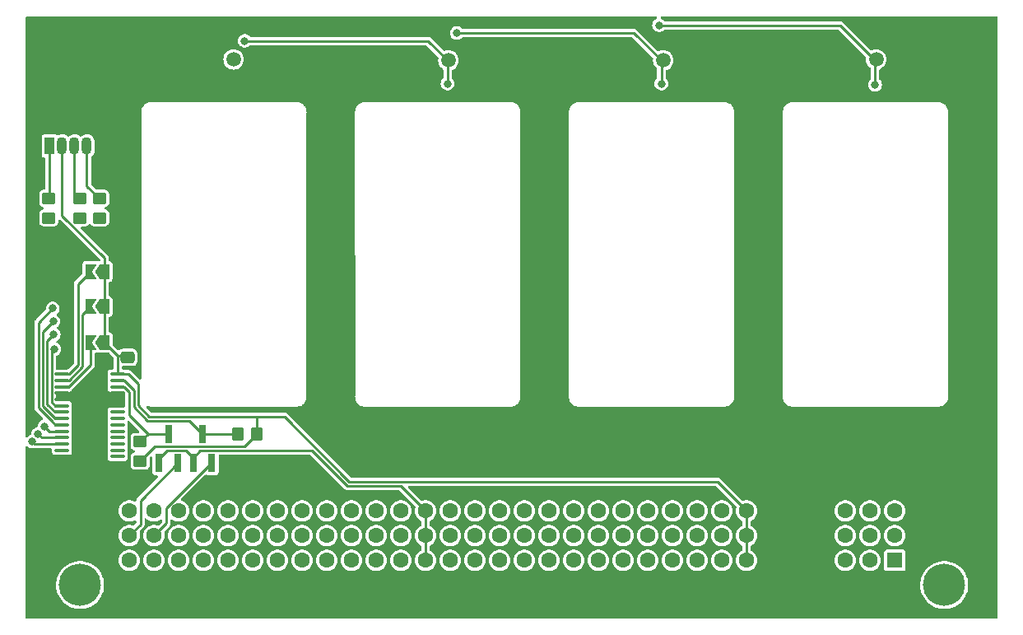
<source format=gbr>
%TF.GenerationSoftware,KiCad,Pcbnew,7.0.7*%
%TF.CreationDate,2024-06-20T17:34:35-04:00*%
%TF.ProjectId,Thruster_Control_Card,54687275-7374-4657-925f-436f6e74726f,rev?*%
%TF.SameCoordinates,Original*%
%TF.FileFunction,Copper,L1,Top*%
%TF.FilePolarity,Positive*%
%FSLAX46Y46*%
G04 Gerber Fmt 4.6, Leading zero omitted, Abs format (unit mm)*
G04 Created by KiCad (PCBNEW 7.0.7) date 2024-06-20 17:34:35*
%MOMM*%
%LPD*%
G01*
G04 APERTURE LIST*
G04 Aperture macros list*
%AMRoundRect*
0 Rectangle with rounded corners*
0 $1 Rounding radius*
0 $2 $3 $4 $5 $6 $7 $8 $9 X,Y pos of 4 corners*
0 Add a 4 corners polygon primitive as box body*
4,1,4,$2,$3,$4,$5,$6,$7,$8,$9,$2,$3,0*
0 Add four circle primitives for the rounded corners*
1,1,$1+$1,$2,$3*
1,1,$1+$1,$4,$5*
1,1,$1+$1,$6,$7*
1,1,$1+$1,$8,$9*
0 Add four rect primitives between the rounded corners*
20,1,$1+$1,$2,$3,$4,$5,0*
20,1,$1+$1,$4,$5,$6,$7,0*
20,1,$1+$1,$6,$7,$8,$9,0*
20,1,$1+$1,$8,$9,$2,$3,0*%
%AMFreePoly0*
4,1,6,1.000000,0.000000,0.500000,-0.750000,-0.500000,-0.750000,-0.500000,0.750000,0.500000,0.750000,1.000000,0.000000,1.000000,0.000000,$1*%
%AMFreePoly1*
4,1,6,0.500000,-0.750000,-0.650000,-0.750000,-0.150000,0.000000,-0.650000,0.750000,0.500000,0.750000,0.500000,-0.750000,0.500000,-0.750000,$1*%
G04 Aperture macros list end*
%TA.AperFunction,SMDPad,CuDef*%
%ADD10RoundRect,0.250000X0.450000X-0.350000X0.450000X0.350000X-0.450000X0.350000X-0.450000X-0.350000X0*%
%TD*%
%TA.AperFunction,SMDPad,CuDef*%
%ADD11RoundRect,0.100000X-0.637500X-0.100000X0.637500X-0.100000X0.637500X0.100000X-0.637500X0.100000X0*%
%TD*%
%TA.AperFunction,SMDPad,CuDef*%
%ADD12R,0.800000X1.900000*%
%TD*%
%TA.AperFunction,SMDPad,CuDef*%
%ADD13FreePoly0,180.000000*%
%TD*%
%TA.AperFunction,SMDPad,CuDef*%
%ADD14FreePoly1,180.000000*%
%TD*%
%TA.AperFunction,ComponentPad*%
%ADD15R,1.605000X1.605000*%
%TD*%
%TA.AperFunction,ComponentPad*%
%ADD16C,1.605000*%
%TD*%
%TA.AperFunction,ComponentPad*%
%ADD17C,4.335000*%
%TD*%
%TA.AperFunction,SMDPad,CuDef*%
%ADD18RoundRect,0.250000X-0.450000X0.350000X-0.450000X-0.350000X0.450000X-0.350000X0.450000X0.350000X0*%
%TD*%
%TA.AperFunction,SMDPad,CuDef*%
%ADD19C,1.500000*%
%TD*%
%TA.AperFunction,ComponentPad*%
%ADD20R,1.070000X1.800000*%
%TD*%
%TA.AperFunction,ComponentPad*%
%ADD21O,1.070000X1.800000*%
%TD*%
%TA.AperFunction,SMDPad,CuDef*%
%ADD22RoundRect,0.250000X0.475000X-0.337500X0.475000X0.337500X-0.475000X0.337500X-0.475000X-0.337500X0*%
%TD*%
%TA.AperFunction,SMDPad,CuDef*%
%ADD23RoundRect,0.250000X-0.350000X-0.450000X0.350000X-0.450000X0.350000X0.450000X-0.350000X0.450000X0*%
%TD*%
%TA.AperFunction,ViaPad*%
%ADD24C,0.800000*%
%TD*%
%TA.AperFunction,Conductor*%
%ADD25C,0.250000*%
%TD*%
G04 APERTURE END LIST*
D10*
%TO.P,R5,1,1*%
%TO.N,+5V*%
X161900000Y-94700000D03*
%TO.P,R5,2,2*%
%TO.N,/SCL*%
X161900000Y-92700000D03*
%TD*%
D11*
%TO.P,I2C_PWM_DRIVER1,1,A0*%
%TO.N,Net-(A0-B)*%
X153837500Y-85775000D03*
%TO.P,I2C_PWM_DRIVER1,2,A1*%
%TO.N,Net-(A1-B)*%
X153837500Y-86425000D03*
%TO.P,I2C_PWM_DRIVER1,3,A2*%
%TO.N,Net-(A2-B)*%
X153837500Y-87075000D03*
%TO.P,I2C_PWM_DRIVER1,4,A3*%
%TO.N,GND*%
X153837500Y-87725000D03*
%TO.P,I2C_PWM_DRIVER1,5,A4*%
X153837500Y-88375000D03*
%TO.P,I2C_PWM_DRIVER1,6,PWM0*%
%TO.N,/PWM1*%
X153837500Y-89025000D03*
%TO.P,I2C_PWM_DRIVER1,7,PWM1*%
%TO.N,/PWM2*%
X153837500Y-89675000D03*
%TO.P,I2C_PWM_DRIVER1,8,PWM2*%
%TO.N,/PWM3*%
X153837500Y-90325000D03*
%TO.P,I2C_PWM_DRIVER1,9,PWM3*%
%TO.N,/PWM4*%
X153837500Y-90975000D03*
%TO.P,I2C_PWM_DRIVER1,10,PWM4*%
%TO.N,Net-(I2C_PWM_DRIVER1-PWM4)*%
X153837500Y-91625000D03*
%TO.P,I2C_PWM_DRIVER1,11,PWM5*%
%TO.N,Net-(I2C_PWM_DRIVER1-PWM5)*%
X153837500Y-92275000D03*
%TO.P,I2C_PWM_DRIVER1,12,PWM6*%
%TO.N,Net-(I2C_PWM_DRIVER1-PWM6)*%
X153837500Y-92925000D03*
%TO.P,I2C_PWM_DRIVER1,13,PWM7*%
%TO.N,unconnected-(I2C_PWM_DRIVER1-PWM7-Pad13)*%
X153837500Y-93575000D03*
%TO.P,I2C_PWM_DRIVER1,14,GND*%
%TO.N,GND*%
X153837500Y-94225000D03*
%TO.P,I2C_PWM_DRIVER1,15,PWM8*%
%TO.N,unconnected-(I2C_PWM_DRIVER1-PWM8-Pad15)*%
X159562500Y-94225000D03*
%TO.P,I2C_PWM_DRIVER1,16,PWM9*%
%TO.N,unconnected-(I2C_PWM_DRIVER1-PWM9-Pad16)*%
X159562500Y-93575000D03*
%TO.P,I2C_PWM_DRIVER1,17,PWM10*%
%TO.N,unconnected-(I2C_PWM_DRIVER1-PWM10-Pad17)*%
X159562500Y-92925000D03*
%TO.P,I2C_PWM_DRIVER1,18,PWM11*%
%TO.N,unconnected-(I2C_PWM_DRIVER1-PWM11-Pad18)*%
X159562500Y-92275000D03*
%TO.P,I2C_PWM_DRIVER1,19,PWM12*%
%TO.N,unconnected-(I2C_PWM_DRIVER1-PWM12-Pad19)*%
X159562500Y-91625000D03*
%TO.P,I2C_PWM_DRIVER1,20,PWM13*%
%TO.N,unconnected-(I2C_PWM_DRIVER1-PWM13-Pad20)*%
X159562500Y-90975000D03*
%TO.P,I2C_PWM_DRIVER1,21,PWM14*%
%TO.N,unconnected-(I2C_PWM_DRIVER1-PWM14-Pad21)*%
X159562500Y-90325000D03*
%TO.P,I2C_PWM_DRIVER1,22,PWM15*%
%TO.N,unconnected-(I2C_PWM_DRIVER1-PWM15-Pad22)*%
X159562500Y-89675000D03*
%TO.P,I2C_PWM_DRIVER1,23,OE'*%
%TO.N,GND*%
X159562500Y-89025000D03*
%TO.P,I2C_PWM_DRIVER1,24,A5*%
X159562500Y-88375000D03*
%TO.P,I2C_PWM_DRIVER1,25,EXTCLK*%
X159562500Y-87725000D03*
%TO.P,I2C_PWM_DRIVER1,26,SCL*%
%TO.N,/SCL*%
X159562500Y-87075000D03*
%TO.P,I2C_PWM_DRIVER1,27,SDA*%
%TO.N,/SDA*%
X159562500Y-86425000D03*
%TO.P,I2C_PWM_DRIVER1,28,VDD*%
%TO.N,+5V*%
X159562500Y-85775000D03*
%TD*%
D12*
%TO.P,Q2,1,G*%
%TO.N,+3.3V*%
X163850000Y-94900000D03*
%TO.P,Q2,2,D*%
%TO.N,/SCL_IN*%
X165750000Y-94900000D03*
%TO.P,Q2,3,S*%
%TO.N,/SCL*%
X164800000Y-91900000D03*
%TD*%
D13*
%TO.P,A2,1,A*%
%TO.N,+5V*%
X158225000Y-82500000D03*
D14*
%TO.P,A2,2,B*%
%TO.N,Net-(A2-B)*%
X156775000Y-82500000D03*
%TD*%
D15*
%TO.P,J1,A1,A1*%
%TO.N,+12V*%
X239522000Y-104902000D03*
D16*
%TO.P,J1,A2,A2*%
X236982000Y-104902000D03*
%TO.P,J1,A3,A3*%
X234442000Y-104902000D03*
%TO.P,J1,A4,A4*%
%TO.N,GND*%
X231902000Y-104902000D03*
%TO.P,J1,A5,A5*%
X229362000Y-104902000D03*
%TO.P,J1,A6,A6*%
X226822000Y-104902000D03*
%TO.P,J1,A7,A7*%
%TO.N,+5V*%
X224282000Y-104902000D03*
%TO.P,J1,A8,A8*%
%TO.N,/A4*%
X221742000Y-104902000D03*
%TO.P,J1,A9,A9*%
%TO.N,/B4*%
X219202000Y-104902000D03*
%TO.P,J1,A10,A10*%
%TO.N,/C4*%
X216662000Y-104902000D03*
%TO.P,J1,A11,A11*%
%TO.N,/A3*%
X214122000Y-104902000D03*
%TO.P,J1,A12,A12*%
%TO.N,/B3*%
X211582000Y-104902000D03*
%TO.P,J1,A13,A13*%
%TO.N,/C3*%
X209042000Y-104902000D03*
%TO.P,J1,A14,A14*%
%TO.N,/A2*%
X206502000Y-104902000D03*
%TO.P,J1,A15,A15*%
%TO.N,/B2*%
X203962000Y-104902000D03*
%TO.P,J1,A16,A16*%
%TO.N,/C2*%
X201422000Y-104902000D03*
%TO.P,J1,A17,A17*%
%TO.N,/A1*%
X198882000Y-104902000D03*
%TO.P,J1,A18,A18*%
%TO.N,/B1*%
X196342000Y-104902000D03*
%TO.P,J1,A19,A19*%
%TO.N,/C1*%
X193802000Y-104902000D03*
%TO.P,J1,A20,A20*%
%TO.N,+3.3V*%
X191262000Y-104902000D03*
%TO.P,J1,A21,A21*%
%TO.N,unconnected-(J1-PadA21)*%
X188722000Y-104902000D03*
%TO.P,J1,A22,A22*%
%TO.N,unconnected-(J1-PadA22)*%
X186182000Y-104902000D03*
%TO.P,J1,A23,A23*%
%TO.N,unconnected-(J1-PadA23)*%
X183642000Y-104902000D03*
%TO.P,J1,A24,A24*%
%TO.N,unconnected-(J1-PadA24)*%
X181102000Y-104902000D03*
%TO.P,J1,A25,A25*%
%TO.N,unconnected-(J1-PadA25)*%
X178562000Y-104902000D03*
%TO.P,J1,A26,A26*%
%TO.N,unconnected-(J1-PadA26)*%
X176022000Y-104902000D03*
%TO.P,J1,A27,A27*%
%TO.N,unconnected-(J1-PadA27)*%
X173482000Y-104902000D03*
%TO.P,J1,A28,A28*%
%TO.N,unconnected-(J1-PadA28)*%
X170942000Y-104902000D03*
%TO.P,J1,A29,A29*%
%TO.N,unconnected-(J1-PadA29)*%
X168402000Y-104902000D03*
%TO.P,J1,A30,A30*%
%TO.N,unconnected-(J1-PadA30)*%
X165862000Y-104902000D03*
%TO.P,J1,A31,A31*%
%TO.N,unconnected-(J1-PadA31)*%
X163322000Y-104902000D03*
%TO.P,J1,A32,A32*%
%TO.N,unconnected-(J1-PadA32)*%
X160782000Y-104902000D03*
%TO.P,J1,B1,B1*%
%TO.N,+12V*%
X239522000Y-102362000D03*
%TO.P,J1,B2,B2*%
X236982000Y-102362000D03*
%TO.P,J1,B3,B3*%
X234442000Y-102362000D03*
%TO.P,J1,B4,B4*%
%TO.N,GND*%
X231902000Y-102362000D03*
%TO.P,J1,B5,B5*%
X229362000Y-102362000D03*
%TO.P,J1,B6,B6*%
X226822000Y-102362000D03*
%TO.P,J1,B7,B7*%
%TO.N,+5V*%
X224282000Y-102362000D03*
%TO.P,J1,B8,B8*%
%TO.N,/A4*%
X221742000Y-102362000D03*
%TO.P,J1,B9,B9*%
%TO.N,/B4*%
X219202000Y-102362000D03*
%TO.P,J1,B10,B10*%
%TO.N,/C4*%
X216662000Y-102362000D03*
%TO.P,J1,B11,B11*%
%TO.N,/A3*%
X214122000Y-102362000D03*
%TO.P,J1,B12,B12*%
%TO.N,/B3*%
X211582000Y-102362000D03*
%TO.P,J1,B13,B13*%
%TO.N,/C3*%
X209042000Y-102362000D03*
%TO.P,J1,B14,B14*%
%TO.N,/A2*%
X206502000Y-102362000D03*
%TO.P,J1,B15,B15*%
%TO.N,/B2*%
X203962000Y-102362000D03*
%TO.P,J1,B16,B16*%
%TO.N,/C2*%
X201422000Y-102362000D03*
%TO.P,J1,B17,B17*%
%TO.N,/A1*%
X198882000Y-102362000D03*
%TO.P,J1,B18,B18*%
%TO.N,/B1*%
X196342000Y-102362000D03*
%TO.P,J1,B19,B19*%
%TO.N,/C1*%
X193802000Y-102362000D03*
%TO.P,J1,B20,B20*%
%TO.N,+3.3V*%
X191262000Y-102362000D03*
%TO.P,J1,B21,B21*%
%TO.N,unconnected-(J1-PadB21)*%
X188722000Y-102362000D03*
%TO.P,J1,B22,B22*%
%TO.N,unconnected-(J1-PadB22)*%
X186182000Y-102362000D03*
%TO.P,J1,B23,B23*%
%TO.N,unconnected-(J1-PadB23)*%
X183642000Y-102362000D03*
%TO.P,J1,B24,B24*%
%TO.N,unconnected-(J1-PadB24)*%
X181102000Y-102362000D03*
%TO.P,J1,B25,B25*%
%TO.N,unconnected-(J1-PadB25)*%
X178562000Y-102362000D03*
%TO.P,J1,B26,B26*%
%TO.N,unconnected-(J1-PadB26)*%
X176022000Y-102362000D03*
%TO.P,J1,B27,B27*%
%TO.N,unconnected-(J1-PadB27)*%
X173482000Y-102362000D03*
%TO.P,J1,B28,B28*%
%TO.N,unconnected-(J1-PadB28)*%
X170942000Y-102362000D03*
%TO.P,J1,B29,B29*%
%TO.N,unconnected-(J1-PadB29)*%
X168402000Y-102362000D03*
%TO.P,J1,B30,B30*%
%TO.N,unconnected-(J1-PadB30)*%
X165862000Y-102362000D03*
%TO.P,J1,B31,B31*%
%TO.N,/SDA_IN*%
X163322000Y-102362000D03*
%TO.P,J1,B32,B32*%
%TO.N,/SCL_IN*%
X160782000Y-102362000D03*
%TO.P,J1,C1,C1*%
%TO.N,+12V*%
X239522000Y-99822000D03*
%TO.P,J1,C2,C2*%
X236982000Y-99822000D03*
%TO.P,J1,C3,C3*%
X234442000Y-99822000D03*
%TO.P,J1,C4,C4*%
%TO.N,GND*%
X231902000Y-99822000D03*
%TO.P,J1,C5,C5*%
X229362000Y-99822000D03*
%TO.P,J1,C6,C6*%
X226822000Y-99822000D03*
%TO.P,J1,C7,C7*%
%TO.N,+5V*%
X224282000Y-99822000D03*
%TO.P,J1,C8,C8*%
%TO.N,/A4*%
X221742000Y-99822000D03*
%TO.P,J1,C9,C9*%
%TO.N,/B4*%
X219202000Y-99822000D03*
%TO.P,J1,C10,C10*%
%TO.N,/C4*%
X216662000Y-99822000D03*
%TO.P,J1,C11,C11*%
%TO.N,/A3*%
X214122000Y-99822000D03*
%TO.P,J1,C12,C12*%
%TO.N,/B3*%
X211582000Y-99822000D03*
%TO.P,J1,C13,C13*%
%TO.N,/C3*%
X209042000Y-99822000D03*
%TO.P,J1,C14,C14*%
%TO.N,/A2*%
X206502000Y-99822000D03*
%TO.P,J1,C15,C15*%
%TO.N,/B2*%
X203962000Y-99822000D03*
%TO.P,J1,C16,C16*%
%TO.N,/C2*%
X201422000Y-99822000D03*
%TO.P,J1,C17,C17*%
%TO.N,/A1*%
X198882000Y-99822000D03*
%TO.P,J1,C18,C18*%
%TO.N,/B1*%
X196342000Y-99822000D03*
%TO.P,J1,C19,C19*%
%TO.N,/C1*%
X193802000Y-99822000D03*
%TO.P,J1,C20,C20*%
%TO.N,+3.3V*%
X191262000Y-99822000D03*
%TO.P,J1,C21,C21*%
%TO.N,unconnected-(J1-PadC21)*%
X188722000Y-99822000D03*
%TO.P,J1,C22,C22*%
%TO.N,unconnected-(J1-PadC22)*%
X186182000Y-99822000D03*
%TO.P,J1,C23,C23*%
%TO.N,unconnected-(J1-PadC23)*%
X183642000Y-99822000D03*
%TO.P,J1,C24,C24*%
%TO.N,unconnected-(J1-PadC24)*%
X181102000Y-99822000D03*
%TO.P,J1,C25,C25*%
%TO.N,unconnected-(J1-PadC25)*%
X178562000Y-99822000D03*
%TO.P,J1,C26,C26*%
%TO.N,unconnected-(J1-PadC26)*%
X176022000Y-99822000D03*
%TO.P,J1,C27,C27*%
%TO.N,unconnected-(J1-PadC27)*%
X173482000Y-99822000D03*
%TO.P,J1,C28,C28*%
%TO.N,unconnected-(J1-PadC28)*%
X170942000Y-99822000D03*
%TO.P,J1,C29,C29*%
%TO.N,unconnected-(J1-PadC29)*%
X168402000Y-99822000D03*
%TO.P,J1,C30,C30*%
%TO.N,unconnected-(J1-PadC30)*%
X165862000Y-99822000D03*
%TO.P,J1,C31,C31*%
%TO.N,unconnected-(J1-PadC31)*%
X163322000Y-99822000D03*
%TO.P,J1,C32,C32*%
%TO.N,unconnected-(J1-PadC32)*%
X160782000Y-99822000D03*
D17*
%TO.P,J1,MH1*%
%TO.N,N/C*%
X244602000Y-107442000D03*
%TO.P,J1,MH2*%
X155702000Y-107442000D03*
%TD*%
D13*
%TO.P,A1,1,A*%
%TO.N,+5V*%
X158225000Y-78800000D03*
D14*
%TO.P,A1,2,B*%
%TO.N,Net-(A1-B)*%
X156775000Y-78800000D03*
%TD*%
D12*
%TO.P,Q1,1,G*%
%TO.N,+3.3V*%
X167350000Y-94900000D03*
%TO.P,Q1,2,D*%
%TO.N,/SDA_IN*%
X169250000Y-94900000D03*
%TO.P,Q1,3,S*%
%TO.N,/SDA*%
X168300000Y-91900000D03*
%TD*%
D18*
%TO.P,R2,1*%
%TO.N,Net-(D1-GK)*%
X155700000Y-67700000D03*
%TO.P,R2,2*%
%TO.N,Net-(I2C_PWM_DRIVER1-PWM5)*%
X155700000Y-69700000D03*
%TD*%
D19*
%TO.P,TP2,1,1*%
%TO.N,/PWM2*%
X193600000Y-53500000D03*
%TD*%
%TO.P,TP4,1,1*%
%TO.N,/PWM4*%
X237600000Y-53400000D03*
%TD*%
%TO.P,TP1,1,1*%
%TO.N,/PWM1*%
X171500000Y-53400000D03*
%TD*%
D18*
%TO.P,R3,1*%
%TO.N,Net-(D1-BK)*%
X157700000Y-67700000D03*
%TO.P,R3,2*%
%TO.N,Net-(I2C_PWM_DRIVER1-PWM6)*%
X157700000Y-69700000D03*
%TD*%
D20*
%TO.P,D1,1,RK*%
%TO.N,Net-(D1-RK)*%
X152590000Y-62300000D03*
D21*
%TO.P,D1,2,A*%
%TO.N,+5V*%
X153860000Y-62300000D03*
%TO.P,D1,3,GK*%
%TO.N,Net-(D1-GK)*%
X155130000Y-62300000D03*
%TO.P,D1,4,BK*%
%TO.N,Net-(D1-BK)*%
X156400000Y-62300000D03*
%TD*%
D18*
%TO.P,R1,1*%
%TO.N,Net-(D1-RK)*%
X152500000Y-67700000D03*
%TO.P,R1,2*%
%TO.N,Net-(I2C_PWM_DRIVER1-PWM4)*%
X152500000Y-69700000D03*
%TD*%
D19*
%TO.P,TP3,1,1*%
%TO.N,/PWM3*%
X215700000Y-53500000D03*
%TD*%
D22*
%TO.P,C1,1,1*%
%TO.N,+5V*%
X160600000Y-84037500D03*
%TO.P,C1,2,2*%
%TO.N,GND*%
X160600000Y-81962500D03*
%TD*%
D13*
%TO.P,A0,1,A*%
%TO.N,+5V*%
X158225000Y-75200000D03*
D14*
%TO.P,A0,2,B*%
%TO.N,Net-(A0-B)*%
X156775000Y-75200000D03*
%TD*%
D23*
%TO.P,R4,1,1*%
%TO.N,/SDA*%
X171900000Y-91900000D03*
%TO.P,R4,2,2*%
%TO.N,+5V*%
X173900000Y-91900000D03*
%TD*%
D24*
%TO.N,GND*%
X190800000Y-56900000D03*
X189800000Y-56900000D03*
X190800000Y-54900000D03*
X191800000Y-56900000D03*
X231800000Y-54900000D03*
X165800000Y-56900000D03*
X234800000Y-54900000D03*
X230800000Y-56900000D03*
X210800000Y-55900000D03*
X233800000Y-54900000D03*
X169800000Y-55900000D03*
X232800000Y-55900000D03*
X167800000Y-56900000D03*
X212800000Y-54900000D03*
X206800000Y-56900000D03*
X169800000Y-56900000D03*
X235800000Y-56900000D03*
X213800000Y-55900000D03*
X234800000Y-55900000D03*
X168800000Y-55900000D03*
X188800000Y-54900000D03*
X162800000Y-55900000D03*
X184800000Y-55900000D03*
X231800000Y-56900000D03*
X185800000Y-54900000D03*
X186800000Y-55900000D03*
X229800000Y-55900000D03*
X184800000Y-54900000D03*
X208800000Y-56900000D03*
X168800000Y-56900000D03*
X187800000Y-55900000D03*
X167800000Y-54900000D03*
X211800000Y-55900000D03*
X207800000Y-56900000D03*
X228800000Y-55900000D03*
X166800000Y-55900000D03*
X231800000Y-55900000D03*
X190800000Y-55900000D03*
X186800000Y-56900000D03*
X206800000Y-55900000D03*
X211800000Y-54900000D03*
X229800000Y-56900000D03*
X208800000Y-55900000D03*
X188800000Y-55900000D03*
X210800000Y-56900000D03*
X163800000Y-54900000D03*
X208800000Y-54900000D03*
X162800000Y-56900000D03*
X234800000Y-56900000D03*
X207800000Y-55900000D03*
X187800000Y-56900000D03*
X187800000Y-54900000D03*
X233800000Y-55900000D03*
X232800000Y-54900000D03*
X230800000Y-54900000D03*
X210800000Y-54900000D03*
X209800000Y-54900000D03*
X188800000Y-56900000D03*
X229800000Y-54900000D03*
X164800000Y-56900000D03*
X162800000Y-54900000D03*
X189800000Y-55900000D03*
X163800000Y-56900000D03*
X164800000Y-54900000D03*
X164800000Y-55900000D03*
X168800000Y-54900000D03*
X189800000Y-54900000D03*
X212800000Y-55900000D03*
X166800000Y-56900000D03*
X206800000Y-54900000D03*
X235800000Y-55900000D03*
X209800000Y-56900000D03*
X167800000Y-55900000D03*
X165800000Y-55900000D03*
X184800000Y-56900000D03*
X166800000Y-54900000D03*
X209800000Y-55900000D03*
X211800000Y-56900000D03*
X228800000Y-56900000D03*
X232800000Y-56900000D03*
X185800000Y-55900000D03*
X213800000Y-56900000D03*
X191800000Y-54900000D03*
X228800000Y-54900000D03*
X212800000Y-56900000D03*
X235800000Y-54900000D03*
X186800000Y-54900000D03*
X191800000Y-55900000D03*
X165800000Y-54900000D03*
X169800000Y-54900000D03*
X213800000Y-54900000D03*
X163800000Y-55900000D03*
X233800000Y-56900000D03*
X230800000Y-55900000D03*
X185800000Y-56900000D03*
X207800000Y-54900000D03*
%TO.N,/PWM1*%
X171500000Y-53400000D03*
X153049500Y-83200000D03*
%TO.N,/PWM2*%
X172655850Y-51500000D03*
X153000000Y-81700000D03*
X193500000Y-55900000D03*
%TO.N,/PWM3*%
X215500000Y-55900000D03*
X194455850Y-50700000D03*
X152950000Y-80350000D03*
%TO.N,/PWM4*%
X215255850Y-49900000D03*
X237500000Y-56000000D03*
X152900000Y-79000000D03*
%TO.N,Net-(I2C_PWM_DRIVER1-PWM4)*%
X152039866Y-91132162D03*
X152500000Y-69700000D03*
%TO.N,Net-(I2C_PWM_DRIVER1-PWM5)*%
X155700000Y-69700000D03*
X151400000Y-91900000D03*
%TO.N,Net-(I2C_PWM_DRIVER1-PWM6)*%
X157700000Y-69700000D03*
X150800000Y-92700000D03*
%TD*%
D25*
%TO.N,+5V*%
X224282000Y-99822000D02*
X221260000Y-96800000D01*
X224282000Y-102362000D02*
X224282000Y-99822000D01*
X161900000Y-94700000D02*
X163425000Y-93175000D01*
X160675000Y-85775000D02*
X159562500Y-85775000D01*
X224282000Y-104902000D02*
X224282000Y-102362000D01*
X153860000Y-69473173D02*
X158225000Y-73838173D01*
X163425000Y-93175000D02*
X172625000Y-93175000D01*
X173900000Y-90125000D02*
X162825000Y-90125000D01*
X158225000Y-82500000D02*
X158225000Y-78800000D01*
X183400000Y-96800000D02*
X176725000Y-90125000D01*
X159562500Y-84037500D02*
X159562500Y-83837500D01*
X161682000Y-88982000D02*
X161682000Y-86782000D01*
X160400000Y-83837500D02*
X159562500Y-83837500D01*
X173900000Y-91900000D02*
X173900000Y-90125000D01*
X158225000Y-78800000D02*
X158225000Y-75200000D01*
X160600000Y-84037500D02*
X160400000Y-83837500D01*
X176725000Y-90125000D02*
X173900000Y-90125000D01*
X158225000Y-73838173D02*
X158225000Y-75200000D01*
X153860000Y-62300000D02*
X153860000Y-69473173D01*
X159562500Y-83837500D02*
X158225000Y-82500000D01*
X162825000Y-90125000D02*
X161682000Y-88982000D01*
X172625000Y-93175000D02*
X173900000Y-91900000D01*
X221260000Y-96800000D02*
X183400000Y-96800000D01*
X161682000Y-86782000D02*
X160675000Y-85775000D01*
X159562500Y-84037500D02*
X159562500Y-85775000D01*
%TO.N,/PWM1*%
X152775000Y-88651041D02*
X153148959Y-89025000D01*
X153049500Y-83200000D02*
X152775000Y-83474500D01*
X153148959Y-89025000D02*
X153837500Y-89025000D01*
X152775000Y-83474500D02*
X152775000Y-88651041D01*
%TO.N,/PWM2*%
X152325000Y-82375000D02*
X152325000Y-88851041D01*
X152325000Y-88851041D02*
X153148959Y-89675000D01*
X153148959Y-89675000D02*
X153837500Y-89675000D01*
X191481155Y-51500000D02*
X193500000Y-53518845D01*
X172655850Y-51500000D02*
X191481155Y-51500000D01*
X193500000Y-53518845D02*
X193500000Y-55900000D01*
X153000000Y-81700000D02*
X152325000Y-82375000D01*
%TO.N,/PWM3*%
X215500000Y-53518845D02*
X215500000Y-55900000D01*
X153148959Y-90325000D02*
X153837500Y-90325000D01*
X194455850Y-50700000D02*
X212681155Y-50700000D01*
X152950000Y-80350000D02*
X151875000Y-81425000D01*
X212681155Y-50700000D02*
X215500000Y-53518845D01*
X151875000Y-81425000D02*
X151875000Y-89051041D01*
X151875000Y-89051041D02*
X153148959Y-90325000D01*
%TO.N,/PWM4*%
X237500000Y-53518845D02*
X237500000Y-56000000D01*
X153148959Y-90975000D02*
X153837500Y-90975000D01*
X151425000Y-89237437D02*
X152775000Y-90587437D01*
X233881155Y-49900000D02*
X237500000Y-53518845D01*
X152900000Y-79000000D02*
X151425000Y-80475000D01*
X215255850Y-49900000D02*
X233881155Y-49900000D01*
X152775000Y-90587437D02*
X152775000Y-90601041D01*
X152775000Y-90601041D02*
X153148959Y-90975000D01*
X151425000Y-80475000D02*
X151425000Y-89237437D01*
%TO.N,+3.3V*%
X164675000Y-93625000D02*
X166625000Y-93625000D01*
X168075000Y-93625000D02*
X179588604Y-93625000D01*
X191262000Y-102362000D02*
X191262000Y-99822000D01*
X188690000Y-97250000D02*
X191262000Y-99822000D01*
X166625000Y-93625000D02*
X167350000Y-94350000D01*
X167350000Y-94350000D02*
X167350000Y-94900000D01*
X191262000Y-104902000D02*
X191262000Y-102362000D01*
X179588604Y-93625000D02*
X183213604Y-97250000D01*
X167350000Y-94350000D02*
X168075000Y-93625000D01*
X183213604Y-97250000D02*
X188690000Y-97250000D01*
X163850000Y-94900000D02*
X163850000Y-94450000D01*
X163850000Y-94450000D02*
X164675000Y-93625000D01*
%TO.N,/SCL*%
X160251041Y-87075000D02*
X159562500Y-87075000D01*
X164800000Y-91900000D02*
X164100000Y-91900000D01*
X160782000Y-89982000D02*
X160782000Y-87605959D01*
X162700000Y-91900000D02*
X164100000Y-91900000D01*
X160782000Y-87605959D02*
X160251041Y-87075000D01*
X161900000Y-92700000D02*
X162700000Y-91900000D01*
X162700000Y-91900000D02*
X160782000Y-89982000D01*
%TO.N,/SDA*%
X166975000Y-90575000D02*
X168300000Y-91900000D01*
X161232000Y-87405959D02*
X160251041Y-86425000D01*
X171900000Y-91900000D02*
X168300000Y-91900000D01*
X162638604Y-90575000D02*
X166975000Y-90575000D01*
X160251041Y-86425000D02*
X159562500Y-86425000D01*
X161232000Y-87405959D02*
X161232000Y-89168396D01*
X161232000Y-89168396D02*
X162638604Y-90575000D01*
%TO.N,Net-(I2C_PWM_DRIVER1-PWM4)*%
X152532704Y-91625000D02*
X153837500Y-91625000D01*
X152039866Y-91132162D02*
X152532704Y-91625000D01*
%TO.N,Net-(I2C_PWM_DRIVER1-PWM5)*%
X151775000Y-92275000D02*
X153837500Y-92275000D01*
X151400000Y-91900000D02*
X151775000Y-92275000D01*
%TO.N,Net-(I2C_PWM_DRIVER1-PWM6)*%
X150800000Y-92700000D02*
X151025000Y-92925000D01*
X151025000Y-92925000D02*
X153837500Y-92925000D01*
%TO.N,Net-(D1-RK)*%
X152590000Y-62300000D02*
X152590000Y-67610000D01*
X152590000Y-67610000D02*
X152500000Y-67700000D01*
%TO.N,Net-(D1-GK)*%
X155130000Y-62300000D02*
X155130000Y-67130000D01*
X155130000Y-67130000D02*
X155700000Y-67700000D01*
%TO.N,Net-(D1-BK)*%
X156400000Y-62300000D02*
X156400000Y-66400000D01*
X156400000Y-66400000D02*
X157700000Y-67700000D01*
%TO.N,Net-(A0-B)*%
X155500000Y-84828248D02*
X155500000Y-76475000D01*
X153837500Y-85775000D02*
X154553248Y-85775000D01*
X155500000Y-76475000D02*
X156775000Y-75200000D01*
X154553248Y-85775000D02*
X155500000Y-84828248D01*
%TO.N,Net-(A1-B)*%
X155950000Y-85014644D02*
X155950000Y-79625000D01*
X154539644Y-86425000D02*
X155950000Y-85014644D01*
X153837500Y-86425000D02*
X154539644Y-86425000D01*
X155950000Y-79625000D02*
X156775000Y-78800000D01*
%TO.N,Net-(A2-B)*%
X156775000Y-84826041D02*
X154526041Y-87075000D01*
X156775000Y-82500000D02*
X156775000Y-84826041D01*
X154526041Y-87075000D02*
X153837500Y-87075000D01*
%TO.N,/SDA_IN*%
X169250000Y-94900000D02*
X169189474Y-94900000D01*
X164589474Y-99500000D02*
X164589474Y-101094526D01*
X169189474Y-94900000D02*
X164589474Y-99500000D01*
X164589474Y-101094526D02*
X163322000Y-102362000D01*
%TO.N,/SCL_IN*%
X165750000Y-94900000D02*
X161909500Y-98740500D01*
X161909500Y-98800000D02*
X161909500Y-101234500D01*
X161909500Y-98740500D02*
X161909500Y-98800000D01*
X161909500Y-101234500D02*
X160782000Y-102362000D01*
%TD*%
%TA.AperFunction,Conductor*%
%TO.N,GND*%
G36*
X215028081Y-49020185D02*
G01*
X215073836Y-49072989D01*
X215083780Y-49142147D01*
X215054755Y-49205703D01*
X215011748Y-49235738D01*
X215012266Y-49236724D01*
X214855000Y-49319263D01*
X214727666Y-49432072D01*
X214631032Y-49572068D01*
X214570710Y-49731125D01*
X214570709Y-49731130D01*
X214550205Y-49899999D01*
X214570709Y-50068869D01*
X214570710Y-50068874D01*
X214631032Y-50227931D01*
X214674070Y-50290281D01*
X214727667Y-50367929D01*
X214833355Y-50461560D01*
X214855000Y-50480736D01*
X215005623Y-50559789D01*
X215005625Y-50559790D01*
X215170794Y-50600500D01*
X215340906Y-50600500D01*
X215506075Y-50559790D01*
X215585542Y-50518081D01*
X215656699Y-50480736D01*
X215656700Y-50480734D01*
X215656702Y-50480734D01*
X215784033Y-50367929D01*
X215784035Y-50367925D01*
X215784617Y-50367270D01*
X215785162Y-50366927D01*
X215789647Y-50362955D01*
X215790307Y-50363700D01*
X215843808Y-50330145D01*
X215877430Y-50325500D01*
X233653545Y-50325500D01*
X233720584Y-50345185D01*
X233741226Y-50361819D01*
X236524016Y-53144609D01*
X236557501Y-53205932D01*
X236559738Y-53244444D01*
X236544417Y-53399999D01*
X236564699Y-53605932D01*
X236564700Y-53605934D01*
X236624768Y-53803954D01*
X236722315Y-53986450D01*
X236722317Y-53986452D01*
X236853589Y-54146410D01*
X236925691Y-54205582D01*
X237013550Y-54277685D01*
X237013557Y-54277688D01*
X237018618Y-54281071D01*
X237017142Y-54283279D01*
X237058783Y-54324163D01*
X237074500Y-54384586D01*
X237074500Y-55385294D01*
X237054815Y-55452333D01*
X237032727Y-55478109D01*
X236971818Y-55532069D01*
X236875182Y-55672068D01*
X236814860Y-55831125D01*
X236814859Y-55831130D01*
X236794355Y-56000000D01*
X236814859Y-56168869D01*
X236814860Y-56168874D01*
X236875182Y-56327931D01*
X236937475Y-56418177D01*
X236971817Y-56467929D01*
X237075506Y-56559789D01*
X237099150Y-56580736D01*
X237249773Y-56659789D01*
X237249775Y-56659790D01*
X237414944Y-56700500D01*
X237585056Y-56700500D01*
X237750225Y-56659790D01*
X237829692Y-56618081D01*
X237900849Y-56580736D01*
X237900850Y-56580734D01*
X237900852Y-56580734D01*
X238028183Y-56467929D01*
X238124818Y-56327930D01*
X238185140Y-56168872D01*
X238205645Y-56000000D01*
X238185140Y-55831128D01*
X238124818Y-55672070D01*
X238028183Y-55532071D01*
X238028181Y-55532069D01*
X237967273Y-55478109D01*
X237930146Y-55418920D01*
X237925500Y-55385294D01*
X237925500Y-54490583D01*
X237945185Y-54423544D01*
X237997989Y-54377789D01*
X238002049Y-54376021D01*
X238003945Y-54375234D01*
X238003954Y-54375232D01*
X238186450Y-54277685D01*
X238346410Y-54146410D01*
X238477685Y-53986450D01*
X238575232Y-53803954D01*
X238635300Y-53605934D01*
X238655583Y-53400000D01*
X238635300Y-53194066D01*
X238575232Y-52996046D01*
X238477685Y-52813550D01*
X238425702Y-52750209D01*
X238346410Y-52653589D01*
X238190154Y-52525355D01*
X238186450Y-52522315D01*
X238003954Y-52424768D01*
X237805934Y-52364700D01*
X237805932Y-52364699D01*
X237805934Y-52364699D01*
X237600000Y-52344417D01*
X237394067Y-52364699D01*
X237277149Y-52400165D01*
X237196046Y-52424768D01*
X237196043Y-52424769D01*
X237196041Y-52424770D01*
X237196038Y-52424771D01*
X237154392Y-52447032D01*
X237085990Y-52461274D01*
X237020746Y-52436274D01*
X237008258Y-52425355D01*
X234134373Y-49551470D01*
X234112858Y-49540508D01*
X234096265Y-49530340D01*
X234076735Y-49516150D01*
X234053770Y-49508688D01*
X234035796Y-49501243D01*
X234014282Y-49490281D01*
X234009165Y-49489470D01*
X233990428Y-49486503D01*
X233971513Y-49481962D01*
X233948549Y-49474500D01*
X233948548Y-49474500D01*
X233914643Y-49474500D01*
X215877430Y-49474500D01*
X215810391Y-49454815D01*
X215789649Y-49437042D01*
X215789647Y-49437045D01*
X215789477Y-49436894D01*
X215784617Y-49432730D01*
X215784035Y-49432073D01*
X215656699Y-49319263D01*
X215499434Y-49236724D01*
X215500100Y-49235455D01*
X215450984Y-49198264D01*
X215426927Y-49132666D01*
X215442154Y-49064476D01*
X215491830Y-49015343D01*
X215550658Y-49000500D01*
X249975500Y-49000500D01*
X250042539Y-49020185D01*
X250088294Y-49072989D01*
X250099500Y-49124500D01*
X250099500Y-110775500D01*
X250079815Y-110842539D01*
X250027011Y-110888294D01*
X249975500Y-110899500D01*
X150224500Y-110899500D01*
X150157461Y-110879815D01*
X150111706Y-110827011D01*
X150100500Y-110775500D01*
X150100500Y-107442005D01*
X153229120Y-107442005D01*
X153248617Y-107751926D01*
X153248619Y-107751934D01*
X153306810Y-108056980D01*
X153306812Y-108056985D01*
X153402774Y-108352329D01*
X153402776Y-108352334D01*
X153534996Y-108633315D01*
X153535000Y-108633321D01*
X153701394Y-108895517D01*
X153899353Y-109134809D01*
X154125725Y-109347385D01*
X154125735Y-109347393D01*
X154376953Y-109529914D01*
X154376971Y-109529926D01*
X154649099Y-109679529D01*
X154649107Y-109679533D01*
X154937834Y-109793848D01*
X154937837Y-109793849D01*
X155238624Y-109871077D01*
X155238628Y-109871078D01*
X155303263Y-109879243D01*
X155546715Y-109909999D01*
X155546724Y-109909999D01*
X155546727Y-109910000D01*
X155546729Y-109910000D01*
X155857271Y-109910000D01*
X155857273Y-109910000D01*
X155857276Y-109909999D01*
X155857284Y-109909999D01*
X156041127Y-109886773D01*
X156165372Y-109871078D01*
X156466162Y-109793849D01*
X156466165Y-109793848D01*
X156754892Y-109679533D01*
X156754896Y-109679530D01*
X156754901Y-109679529D01*
X157027035Y-109529922D01*
X157278273Y-109347387D01*
X157504652Y-109134803D01*
X157702602Y-108895522D01*
X157869001Y-108633319D01*
X158001226Y-108352328D01*
X158097190Y-108056980D01*
X158155381Y-107751934D01*
X158174880Y-107442005D01*
X242129120Y-107442005D01*
X242148617Y-107751926D01*
X242148619Y-107751934D01*
X242206810Y-108056980D01*
X242206812Y-108056985D01*
X242302774Y-108352329D01*
X242302776Y-108352334D01*
X242434996Y-108633315D01*
X242435000Y-108633321D01*
X242601394Y-108895517D01*
X242799353Y-109134809D01*
X243025725Y-109347385D01*
X243025735Y-109347393D01*
X243276953Y-109529914D01*
X243276971Y-109529926D01*
X243549099Y-109679529D01*
X243549107Y-109679533D01*
X243837834Y-109793848D01*
X243837837Y-109793849D01*
X244138624Y-109871077D01*
X244138628Y-109871078D01*
X244203263Y-109879243D01*
X244446715Y-109909999D01*
X244446724Y-109909999D01*
X244446727Y-109910000D01*
X244446729Y-109910000D01*
X244757271Y-109910000D01*
X244757273Y-109910000D01*
X244757276Y-109909999D01*
X244757284Y-109909999D01*
X244941127Y-109886773D01*
X245065372Y-109871078D01*
X245366162Y-109793849D01*
X245366165Y-109793848D01*
X245654892Y-109679533D01*
X245654896Y-109679530D01*
X245654901Y-109679529D01*
X245927035Y-109529922D01*
X246178273Y-109347387D01*
X246404652Y-109134803D01*
X246602602Y-108895522D01*
X246769001Y-108633319D01*
X246901226Y-108352328D01*
X246997190Y-108056980D01*
X247055381Y-107751934D01*
X247074880Y-107442000D01*
X247074880Y-107441994D01*
X247055382Y-107132073D01*
X247055381Y-107132066D01*
X246997190Y-106827020D01*
X246901226Y-106531672D01*
X246901223Y-106531665D01*
X246769003Y-106250684D01*
X246768999Y-106250678D01*
X246602605Y-105988482D01*
X246585194Y-105967436D01*
X246404652Y-105749197D01*
X246404651Y-105749196D01*
X246404646Y-105749190D01*
X246178274Y-105536614D01*
X246178264Y-105536606D01*
X245927046Y-105354085D01*
X245927028Y-105354073D01*
X245654900Y-105204470D01*
X245654892Y-105204466D01*
X245366165Y-105090151D01*
X245366162Y-105090150D01*
X245065375Y-105012922D01*
X245065362Y-105012920D01*
X244757284Y-104974000D01*
X244757273Y-104974000D01*
X244446727Y-104974000D01*
X244446715Y-104974000D01*
X244138637Y-105012920D01*
X244138624Y-105012922D01*
X243837837Y-105090150D01*
X243837834Y-105090151D01*
X243549107Y-105204466D01*
X243549099Y-105204470D01*
X243276971Y-105354073D01*
X243276953Y-105354085D01*
X243025735Y-105536606D01*
X243025725Y-105536614D01*
X242799353Y-105749190D01*
X242601394Y-105988482D01*
X242435000Y-106250678D01*
X242434996Y-106250684D01*
X242302776Y-106531665D01*
X242302774Y-106531670D01*
X242213730Y-106805721D01*
X242206810Y-106827020D01*
X242174062Y-106998684D01*
X242148617Y-107132073D01*
X242129120Y-107441994D01*
X242129120Y-107442005D01*
X158174880Y-107442005D01*
X158174880Y-107442000D01*
X158174880Y-107441994D01*
X158155382Y-107132073D01*
X158155381Y-107132066D01*
X158097190Y-106827020D01*
X158001226Y-106531672D01*
X158001223Y-106531665D01*
X157869003Y-106250684D01*
X157868999Y-106250678D01*
X157702605Y-105988482D01*
X157685194Y-105967436D01*
X157504652Y-105749197D01*
X157504651Y-105749196D01*
X157504646Y-105749190D01*
X157278274Y-105536614D01*
X157278264Y-105536606D01*
X157027046Y-105354085D01*
X157027028Y-105354073D01*
X156754900Y-105204470D01*
X156754892Y-105204466D01*
X156466165Y-105090151D01*
X156466162Y-105090150D01*
X156165375Y-105012922D01*
X156165362Y-105012920D01*
X155857284Y-104974000D01*
X155857273Y-104974000D01*
X155546727Y-104974000D01*
X155546715Y-104974000D01*
X155238637Y-105012920D01*
X155238624Y-105012922D01*
X154937837Y-105090150D01*
X154937834Y-105090151D01*
X154649107Y-105204466D01*
X154649099Y-105204470D01*
X154376971Y-105354073D01*
X154376953Y-105354085D01*
X154125735Y-105536606D01*
X154125725Y-105536614D01*
X153899353Y-105749190D01*
X153701394Y-105988482D01*
X153535000Y-106250678D01*
X153534996Y-106250684D01*
X153402776Y-106531665D01*
X153402774Y-106531670D01*
X153313730Y-106805721D01*
X153306810Y-106827020D01*
X153274062Y-106998684D01*
X153248617Y-107132073D01*
X153229120Y-107441994D01*
X153229120Y-107442005D01*
X150100500Y-107442005D01*
X150100500Y-104902000D01*
X159674275Y-104902000D01*
X159693135Y-105105543D01*
X159693136Y-105105546D01*
X159749074Y-105302151D01*
X159749077Y-105302157D01*
X159840193Y-105485141D01*
X159840193Y-105485142D01*
X159963381Y-105648270D01*
X160114447Y-105785984D01*
X160288244Y-105893595D01*
X160478857Y-105967438D01*
X160679792Y-106005000D01*
X160679795Y-106005000D01*
X160884205Y-106005000D01*
X160884208Y-106005000D01*
X161085143Y-105967438D01*
X161275756Y-105893595D01*
X161449553Y-105785984D01*
X161600619Y-105648270D01*
X161723807Y-105485142D01*
X161814923Y-105302156D01*
X161814923Y-105302153D01*
X161814925Y-105302151D01*
X161870863Y-105105546D01*
X161870864Y-105105543D01*
X161889725Y-104902000D01*
X162214275Y-104902000D01*
X162233135Y-105105543D01*
X162233136Y-105105546D01*
X162289074Y-105302151D01*
X162289077Y-105302157D01*
X162380193Y-105485142D01*
X162503381Y-105648270D01*
X162654447Y-105785984D01*
X162828244Y-105893595D01*
X163018857Y-105967438D01*
X163219792Y-106005000D01*
X163219795Y-106005000D01*
X163424205Y-106005000D01*
X163424208Y-106005000D01*
X163625143Y-105967438D01*
X163815756Y-105893595D01*
X163989553Y-105785984D01*
X164140619Y-105648270D01*
X164263807Y-105485142D01*
X164354923Y-105302156D01*
X164354923Y-105302153D01*
X164354925Y-105302151D01*
X164410863Y-105105546D01*
X164410864Y-105105543D01*
X164429725Y-104902000D01*
X164754275Y-104902000D01*
X164773135Y-105105543D01*
X164773136Y-105105546D01*
X164829074Y-105302151D01*
X164829077Y-105302157D01*
X164920193Y-105485142D01*
X165043381Y-105648270D01*
X165194447Y-105785984D01*
X165368244Y-105893595D01*
X165558857Y-105967438D01*
X165759792Y-106005000D01*
X165759795Y-106005000D01*
X165964205Y-106005000D01*
X165964208Y-106005000D01*
X166165143Y-105967438D01*
X166355756Y-105893595D01*
X166529553Y-105785984D01*
X166680619Y-105648270D01*
X166803807Y-105485142D01*
X166894923Y-105302156D01*
X166894923Y-105302153D01*
X166894925Y-105302151D01*
X166950863Y-105105546D01*
X166950864Y-105105543D01*
X166969725Y-104902000D01*
X167294275Y-104902000D01*
X167313135Y-105105543D01*
X167313136Y-105105546D01*
X167369074Y-105302151D01*
X167369077Y-105302157D01*
X167460193Y-105485141D01*
X167460193Y-105485142D01*
X167583381Y-105648270D01*
X167734447Y-105785984D01*
X167908244Y-105893595D01*
X168098857Y-105967438D01*
X168299792Y-106005000D01*
X168299795Y-106005000D01*
X168504205Y-106005000D01*
X168504208Y-106005000D01*
X168705143Y-105967438D01*
X168895756Y-105893595D01*
X169069553Y-105785984D01*
X169220619Y-105648270D01*
X169343807Y-105485142D01*
X169434923Y-105302156D01*
X169434923Y-105302153D01*
X169434925Y-105302151D01*
X169490863Y-105105546D01*
X169490864Y-105105543D01*
X169509725Y-104902000D01*
X169834275Y-104902000D01*
X169853135Y-105105543D01*
X169853136Y-105105546D01*
X169909074Y-105302151D01*
X169909077Y-105302157D01*
X170000193Y-105485142D01*
X170123381Y-105648270D01*
X170274447Y-105785984D01*
X170448244Y-105893595D01*
X170638857Y-105967438D01*
X170839792Y-106005000D01*
X170839795Y-106005000D01*
X171044205Y-106005000D01*
X171044208Y-106005000D01*
X171245143Y-105967438D01*
X171435756Y-105893595D01*
X171609553Y-105785984D01*
X171760619Y-105648270D01*
X171883807Y-105485142D01*
X171974923Y-105302156D01*
X171974923Y-105302153D01*
X171974925Y-105302151D01*
X172030863Y-105105546D01*
X172030864Y-105105543D01*
X172049725Y-104902000D01*
X172374275Y-104902000D01*
X172393135Y-105105543D01*
X172393136Y-105105546D01*
X172449074Y-105302151D01*
X172449077Y-105302157D01*
X172540193Y-105485141D01*
X172540193Y-105485142D01*
X172663381Y-105648270D01*
X172814447Y-105785984D01*
X172988244Y-105893595D01*
X173178857Y-105967438D01*
X173379792Y-106005000D01*
X173379795Y-106005000D01*
X173584205Y-106005000D01*
X173584208Y-106005000D01*
X173785143Y-105967438D01*
X173975756Y-105893595D01*
X174149553Y-105785984D01*
X174300619Y-105648270D01*
X174423807Y-105485142D01*
X174514923Y-105302156D01*
X174514923Y-105302153D01*
X174514925Y-105302151D01*
X174570863Y-105105546D01*
X174570864Y-105105543D01*
X174589725Y-104902000D01*
X174914275Y-104902000D01*
X174933135Y-105105543D01*
X174933136Y-105105546D01*
X174989074Y-105302151D01*
X174989077Y-105302157D01*
X175080193Y-105485142D01*
X175203381Y-105648270D01*
X175354447Y-105785984D01*
X175528244Y-105893595D01*
X175718857Y-105967438D01*
X175919792Y-106005000D01*
X175919795Y-106005000D01*
X176124205Y-106005000D01*
X176124208Y-106005000D01*
X176325143Y-105967438D01*
X176515756Y-105893595D01*
X176689553Y-105785984D01*
X176840619Y-105648270D01*
X176963807Y-105485142D01*
X177054923Y-105302156D01*
X177054923Y-105302153D01*
X177054925Y-105302151D01*
X177110863Y-105105546D01*
X177110864Y-105105543D01*
X177129725Y-104902000D01*
X177454275Y-104902000D01*
X177473135Y-105105543D01*
X177473136Y-105105546D01*
X177529074Y-105302151D01*
X177529077Y-105302157D01*
X177620193Y-105485142D01*
X177743381Y-105648270D01*
X177894447Y-105785984D01*
X178068244Y-105893595D01*
X178258857Y-105967438D01*
X178459792Y-106005000D01*
X178459795Y-106005000D01*
X178664205Y-106005000D01*
X178664208Y-106005000D01*
X178865143Y-105967438D01*
X179055756Y-105893595D01*
X179229553Y-105785984D01*
X179380619Y-105648270D01*
X179503807Y-105485142D01*
X179594923Y-105302156D01*
X179594923Y-105302153D01*
X179594925Y-105302151D01*
X179650863Y-105105546D01*
X179650864Y-105105543D01*
X179669725Y-104902000D01*
X179994275Y-104902000D01*
X180013135Y-105105543D01*
X180013136Y-105105546D01*
X180069074Y-105302151D01*
X180069077Y-105302157D01*
X180160193Y-105485141D01*
X180160193Y-105485142D01*
X180283381Y-105648270D01*
X180434447Y-105785984D01*
X180608244Y-105893595D01*
X180798857Y-105967438D01*
X180999792Y-106005000D01*
X180999795Y-106005000D01*
X181204205Y-106005000D01*
X181204208Y-106005000D01*
X181405143Y-105967438D01*
X181595756Y-105893595D01*
X181769553Y-105785984D01*
X181920619Y-105648270D01*
X182043807Y-105485142D01*
X182134923Y-105302156D01*
X182134923Y-105302153D01*
X182134925Y-105302151D01*
X182190863Y-105105546D01*
X182190864Y-105105543D01*
X182209725Y-104902000D01*
X182534275Y-104902000D01*
X182553135Y-105105543D01*
X182553136Y-105105546D01*
X182609074Y-105302151D01*
X182609077Y-105302157D01*
X182700193Y-105485142D01*
X182823381Y-105648270D01*
X182974447Y-105785984D01*
X183148244Y-105893595D01*
X183338857Y-105967438D01*
X183539792Y-106005000D01*
X183539795Y-106005000D01*
X183744205Y-106005000D01*
X183744208Y-106005000D01*
X183945143Y-105967438D01*
X184135756Y-105893595D01*
X184309553Y-105785984D01*
X184460619Y-105648270D01*
X184583807Y-105485142D01*
X184674923Y-105302156D01*
X184674923Y-105302153D01*
X184674925Y-105302151D01*
X184730863Y-105105546D01*
X184730864Y-105105543D01*
X184749725Y-104902000D01*
X185074275Y-104902000D01*
X185093135Y-105105543D01*
X185093136Y-105105546D01*
X185149074Y-105302151D01*
X185149077Y-105302157D01*
X185240193Y-105485142D01*
X185363381Y-105648270D01*
X185514447Y-105785984D01*
X185688244Y-105893595D01*
X185878857Y-105967438D01*
X186079792Y-106005000D01*
X186079795Y-106005000D01*
X186284205Y-106005000D01*
X186284208Y-106005000D01*
X186485143Y-105967438D01*
X186675756Y-105893595D01*
X186849553Y-105785984D01*
X187000619Y-105648270D01*
X187123807Y-105485142D01*
X187214923Y-105302156D01*
X187214923Y-105302153D01*
X187214925Y-105302151D01*
X187270863Y-105105546D01*
X187270864Y-105105543D01*
X187289725Y-104902000D01*
X187614275Y-104902000D01*
X187633135Y-105105543D01*
X187633136Y-105105546D01*
X187689074Y-105302151D01*
X187689077Y-105302157D01*
X187780193Y-105485141D01*
X187780193Y-105485142D01*
X187903381Y-105648270D01*
X188054447Y-105785984D01*
X188228244Y-105893595D01*
X188418857Y-105967438D01*
X188619792Y-106005000D01*
X188619795Y-106005000D01*
X188824205Y-106005000D01*
X188824208Y-106005000D01*
X189025143Y-105967438D01*
X189215756Y-105893595D01*
X189389553Y-105785984D01*
X189540619Y-105648270D01*
X189663807Y-105485142D01*
X189754923Y-105302156D01*
X189754923Y-105302153D01*
X189754925Y-105302151D01*
X189810863Y-105105546D01*
X189810864Y-105105543D01*
X189829725Y-104902000D01*
X189829725Y-104901999D01*
X189810864Y-104698456D01*
X189810863Y-104698453D01*
X189754925Y-104501848D01*
X189754922Y-104501842D01*
X189663807Y-104318858D01*
X189540619Y-104155730D01*
X189389553Y-104018016D01*
X189215756Y-103910405D01*
X189215754Y-103910404D01*
X189025146Y-103836563D01*
X189025145Y-103836562D01*
X189025143Y-103836562D01*
X188824208Y-103799000D01*
X188619792Y-103799000D01*
X188418857Y-103836562D01*
X188418855Y-103836562D01*
X188418853Y-103836563D01*
X188228245Y-103910404D01*
X188228243Y-103910405D01*
X188054451Y-104018013D01*
X188054449Y-104018014D01*
X188054447Y-104018016D01*
X188014278Y-104054635D01*
X187903380Y-104155731D01*
X187780193Y-104318857D01*
X187689077Y-104501842D01*
X187689074Y-104501848D01*
X187633136Y-104698453D01*
X187633135Y-104698456D01*
X187614275Y-104901999D01*
X187614275Y-104902000D01*
X187289725Y-104902000D01*
X187289725Y-104901999D01*
X187270864Y-104698456D01*
X187270863Y-104698453D01*
X187214925Y-104501848D01*
X187214922Y-104501842D01*
X187123807Y-104318858D01*
X187000619Y-104155730D01*
X186849553Y-104018016D01*
X186675756Y-103910405D01*
X186675754Y-103910404D01*
X186485146Y-103836563D01*
X186485145Y-103836562D01*
X186485143Y-103836562D01*
X186284208Y-103799000D01*
X186079792Y-103799000D01*
X185878857Y-103836562D01*
X185878855Y-103836562D01*
X185878853Y-103836563D01*
X185688245Y-103910404D01*
X185688243Y-103910405D01*
X185514451Y-104018013D01*
X185514449Y-104018014D01*
X185514447Y-104018016D01*
X185474278Y-104054635D01*
X185363380Y-104155731D01*
X185240193Y-104318857D01*
X185149077Y-104501842D01*
X185149074Y-104501848D01*
X185093136Y-104698453D01*
X185093135Y-104698456D01*
X185074275Y-104901999D01*
X185074275Y-104902000D01*
X184749725Y-104902000D01*
X184749725Y-104901999D01*
X184730864Y-104698456D01*
X184730863Y-104698453D01*
X184674925Y-104501848D01*
X184674922Y-104501842D01*
X184583807Y-104318858D01*
X184460619Y-104155730D01*
X184309553Y-104018016D01*
X184135756Y-103910405D01*
X184135754Y-103910404D01*
X183945146Y-103836563D01*
X183945145Y-103836562D01*
X183945143Y-103836562D01*
X183744208Y-103799000D01*
X183539792Y-103799000D01*
X183338857Y-103836562D01*
X183338855Y-103836562D01*
X183338853Y-103836563D01*
X183148245Y-103910404D01*
X183148243Y-103910405D01*
X182974451Y-104018013D01*
X182974449Y-104018014D01*
X182974447Y-104018016D01*
X182934278Y-104054635D01*
X182823380Y-104155731D01*
X182700193Y-104318857D01*
X182609077Y-104501842D01*
X182609074Y-104501848D01*
X182553136Y-104698453D01*
X182553135Y-104698456D01*
X182534275Y-104901999D01*
X182534275Y-104902000D01*
X182209725Y-104902000D01*
X182209725Y-104901999D01*
X182190864Y-104698456D01*
X182190863Y-104698453D01*
X182134925Y-104501848D01*
X182134922Y-104501842D01*
X182043807Y-104318858D01*
X181920619Y-104155730D01*
X181769553Y-104018016D01*
X181595756Y-103910405D01*
X181595754Y-103910404D01*
X181405146Y-103836563D01*
X181405145Y-103836562D01*
X181405143Y-103836562D01*
X181204208Y-103799000D01*
X180999792Y-103799000D01*
X180798857Y-103836562D01*
X180798855Y-103836562D01*
X180798853Y-103836563D01*
X180608245Y-103910404D01*
X180608243Y-103910405D01*
X180434451Y-104018013D01*
X180434449Y-104018014D01*
X180434447Y-104018016D01*
X180394278Y-104054635D01*
X180283380Y-104155731D01*
X180160193Y-104318857D01*
X180069077Y-104501842D01*
X180069074Y-104501848D01*
X180013136Y-104698453D01*
X180013135Y-104698456D01*
X179994275Y-104901999D01*
X179994275Y-104902000D01*
X179669725Y-104902000D01*
X179669725Y-104901999D01*
X179650864Y-104698456D01*
X179650863Y-104698453D01*
X179594925Y-104501848D01*
X179594922Y-104501842D01*
X179503807Y-104318858D01*
X179380619Y-104155730D01*
X179229553Y-104018016D01*
X179055756Y-103910405D01*
X179055754Y-103910404D01*
X178865146Y-103836563D01*
X178865145Y-103836562D01*
X178865143Y-103836562D01*
X178664208Y-103799000D01*
X178459792Y-103799000D01*
X178258857Y-103836562D01*
X178258855Y-103836562D01*
X178258853Y-103836563D01*
X178068245Y-103910404D01*
X178068243Y-103910405D01*
X177894451Y-104018013D01*
X177894449Y-104018014D01*
X177894447Y-104018016D01*
X177854278Y-104054635D01*
X177743380Y-104155731D01*
X177620193Y-104318857D01*
X177529077Y-104501842D01*
X177529074Y-104501848D01*
X177473136Y-104698453D01*
X177473135Y-104698456D01*
X177454275Y-104901999D01*
X177454275Y-104902000D01*
X177129725Y-104902000D01*
X177129725Y-104901999D01*
X177110864Y-104698456D01*
X177110863Y-104698453D01*
X177054925Y-104501848D01*
X177054922Y-104501842D01*
X176963807Y-104318858D01*
X176840619Y-104155730D01*
X176689553Y-104018016D01*
X176515756Y-103910405D01*
X176515754Y-103910404D01*
X176325146Y-103836563D01*
X176325145Y-103836562D01*
X176325143Y-103836562D01*
X176124208Y-103799000D01*
X175919792Y-103799000D01*
X175718857Y-103836562D01*
X175718855Y-103836562D01*
X175718853Y-103836563D01*
X175528245Y-103910404D01*
X175528243Y-103910405D01*
X175354451Y-104018013D01*
X175354449Y-104018014D01*
X175354447Y-104018016D01*
X175314278Y-104054635D01*
X175203380Y-104155731D01*
X175080193Y-104318857D01*
X174989077Y-104501842D01*
X174989074Y-104501848D01*
X174933136Y-104698453D01*
X174933135Y-104698456D01*
X174914275Y-104901999D01*
X174914275Y-104902000D01*
X174589725Y-104902000D01*
X174589725Y-104901999D01*
X174570864Y-104698456D01*
X174570863Y-104698453D01*
X174514925Y-104501848D01*
X174514922Y-104501842D01*
X174423807Y-104318858D01*
X174300619Y-104155730D01*
X174149553Y-104018016D01*
X173975756Y-103910405D01*
X173975754Y-103910404D01*
X173785146Y-103836563D01*
X173785145Y-103836562D01*
X173785143Y-103836562D01*
X173584208Y-103799000D01*
X173379792Y-103799000D01*
X173178857Y-103836562D01*
X173178855Y-103836562D01*
X173178853Y-103836563D01*
X172988245Y-103910404D01*
X172988243Y-103910405D01*
X172814451Y-104018013D01*
X172814449Y-104018014D01*
X172814447Y-104018016D01*
X172774278Y-104054635D01*
X172663380Y-104155731D01*
X172540193Y-104318857D01*
X172449077Y-104501842D01*
X172449074Y-104501848D01*
X172393136Y-104698453D01*
X172393135Y-104698456D01*
X172374275Y-104901999D01*
X172374275Y-104902000D01*
X172049725Y-104902000D01*
X172049725Y-104901999D01*
X172030864Y-104698456D01*
X172030863Y-104698453D01*
X171974925Y-104501848D01*
X171974922Y-104501842D01*
X171883807Y-104318858D01*
X171760619Y-104155730D01*
X171609553Y-104018016D01*
X171435756Y-103910405D01*
X171435754Y-103910404D01*
X171245146Y-103836563D01*
X171245145Y-103836562D01*
X171245143Y-103836562D01*
X171044208Y-103799000D01*
X170839792Y-103799000D01*
X170638857Y-103836562D01*
X170638855Y-103836562D01*
X170638853Y-103836563D01*
X170448245Y-103910404D01*
X170448243Y-103910405D01*
X170274451Y-104018013D01*
X170274449Y-104018014D01*
X170274447Y-104018016D01*
X170234278Y-104054635D01*
X170123380Y-104155731D01*
X170000193Y-104318857D01*
X169909077Y-104501842D01*
X169909074Y-104501848D01*
X169853136Y-104698453D01*
X169853135Y-104698456D01*
X169834275Y-104901999D01*
X169834275Y-104902000D01*
X169509725Y-104902000D01*
X169509725Y-104901999D01*
X169490864Y-104698456D01*
X169490863Y-104698453D01*
X169434925Y-104501848D01*
X169434922Y-104501842D01*
X169343807Y-104318858D01*
X169220619Y-104155730D01*
X169069553Y-104018016D01*
X168895756Y-103910405D01*
X168895754Y-103910404D01*
X168705146Y-103836563D01*
X168705145Y-103836562D01*
X168705143Y-103836562D01*
X168504208Y-103799000D01*
X168299792Y-103799000D01*
X168098857Y-103836562D01*
X168098855Y-103836562D01*
X168098853Y-103836563D01*
X167908245Y-103910404D01*
X167908243Y-103910405D01*
X167734451Y-104018013D01*
X167734449Y-104018014D01*
X167734447Y-104018016D01*
X167694278Y-104054635D01*
X167583380Y-104155731D01*
X167460193Y-104318857D01*
X167369077Y-104501842D01*
X167369074Y-104501848D01*
X167313136Y-104698453D01*
X167313135Y-104698456D01*
X167294275Y-104901999D01*
X167294275Y-104902000D01*
X166969725Y-104902000D01*
X166969725Y-104901999D01*
X166950864Y-104698456D01*
X166950863Y-104698453D01*
X166894925Y-104501848D01*
X166894922Y-104501842D01*
X166803807Y-104318858D01*
X166680619Y-104155730D01*
X166529553Y-104018016D01*
X166355756Y-103910405D01*
X166355754Y-103910404D01*
X166165146Y-103836563D01*
X166165145Y-103836562D01*
X166165143Y-103836562D01*
X165964208Y-103799000D01*
X165759792Y-103799000D01*
X165558857Y-103836562D01*
X165558855Y-103836562D01*
X165558853Y-103836563D01*
X165368245Y-103910404D01*
X165368243Y-103910405D01*
X165194451Y-104018013D01*
X165194449Y-104018014D01*
X165194447Y-104018016D01*
X165154278Y-104054635D01*
X165043380Y-104155731D01*
X164920193Y-104318857D01*
X164829077Y-104501842D01*
X164829074Y-104501848D01*
X164773136Y-104698453D01*
X164773135Y-104698456D01*
X164754275Y-104901999D01*
X164754275Y-104902000D01*
X164429725Y-104902000D01*
X164429725Y-104901999D01*
X164410864Y-104698456D01*
X164410863Y-104698453D01*
X164354925Y-104501848D01*
X164354922Y-104501842D01*
X164263807Y-104318858D01*
X164140619Y-104155730D01*
X163989553Y-104018016D01*
X163815756Y-103910405D01*
X163815754Y-103910404D01*
X163625146Y-103836563D01*
X163625145Y-103836562D01*
X163625143Y-103836562D01*
X163424208Y-103799000D01*
X163219792Y-103799000D01*
X163018857Y-103836562D01*
X163018855Y-103836562D01*
X163018853Y-103836563D01*
X162828245Y-103910404D01*
X162828243Y-103910405D01*
X162654451Y-104018013D01*
X162654449Y-104018014D01*
X162654447Y-104018016D01*
X162614278Y-104054635D01*
X162503380Y-104155731D01*
X162380193Y-104318857D01*
X162289077Y-104501842D01*
X162289074Y-104501848D01*
X162233136Y-104698453D01*
X162233135Y-104698456D01*
X162214275Y-104901999D01*
X162214275Y-104902000D01*
X161889725Y-104902000D01*
X161889725Y-104901999D01*
X161870864Y-104698456D01*
X161870863Y-104698453D01*
X161814925Y-104501848D01*
X161814922Y-104501842D01*
X161723807Y-104318858D01*
X161600619Y-104155730D01*
X161449553Y-104018016D01*
X161275756Y-103910405D01*
X161275754Y-103910404D01*
X161085146Y-103836563D01*
X161085145Y-103836562D01*
X161085143Y-103836562D01*
X160884208Y-103799000D01*
X160679792Y-103799000D01*
X160478857Y-103836562D01*
X160478855Y-103836562D01*
X160478853Y-103836563D01*
X160288245Y-103910404D01*
X160288243Y-103910405D01*
X160114451Y-104018013D01*
X160114449Y-104018014D01*
X160114447Y-104018016D01*
X160074278Y-104054635D01*
X159963380Y-104155731D01*
X159840193Y-104318857D01*
X159749077Y-104501842D01*
X159749074Y-104501848D01*
X159693136Y-104698453D01*
X159693135Y-104698456D01*
X159674275Y-104901999D01*
X159674275Y-104902000D01*
X150100500Y-104902000D01*
X150100500Y-93291671D01*
X150120185Y-93224632D01*
X150172989Y-93178877D01*
X150242147Y-93168933D01*
X150305703Y-93197958D01*
X150306592Y-93198737D01*
X150399148Y-93280734D01*
X150549775Y-93359790D01*
X150714944Y-93400500D01*
X150885056Y-93400500D01*
X151050225Y-93359790D01*
X151050230Y-93359787D01*
X151053473Y-93358558D01*
X151097445Y-93350500D01*
X152675500Y-93350500D01*
X152742539Y-93370185D01*
X152788294Y-93422989D01*
X152799500Y-93474499D01*
X152799500Y-93706517D01*
X152808200Y-93761444D01*
X152814354Y-93800304D01*
X152871950Y-93913342D01*
X152871952Y-93913344D01*
X152871954Y-93913347D01*
X152961652Y-94003045D01*
X152961654Y-94003046D01*
X152961658Y-94003050D01*
X153074694Y-94060645D01*
X153074698Y-94060647D01*
X153168475Y-94075499D01*
X153168481Y-94075500D01*
X154506518Y-94075499D01*
X154600304Y-94060646D01*
X154713342Y-94003050D01*
X154803050Y-93913342D01*
X154860646Y-93800304D01*
X154860646Y-93800302D01*
X154860647Y-93800301D01*
X154875499Y-93706524D01*
X154875500Y-93706519D01*
X154875499Y-93443482D01*
X154860646Y-93349696D01*
X154838530Y-93306292D01*
X154825635Y-93237626D01*
X154838532Y-93193704D01*
X154844718Y-93181564D01*
X154860646Y-93150304D01*
X154860646Y-93150302D01*
X154860647Y-93150301D01*
X154875499Y-93056524D01*
X154875500Y-93056519D01*
X154875499Y-92793482D01*
X154860646Y-92699696D01*
X154860645Y-92699694D01*
X154860645Y-92699693D01*
X154838532Y-92656295D01*
X154825635Y-92587626D01*
X154838530Y-92543707D01*
X154860646Y-92500304D01*
X154875500Y-92406519D01*
X154875499Y-92143482D01*
X154860646Y-92049696D01*
X154838530Y-92006292D01*
X154825635Y-91937626D01*
X154838532Y-91893704D01*
X154860645Y-91850305D01*
X154860646Y-91850304D01*
X154860646Y-91850302D01*
X154860647Y-91850301D01*
X154875499Y-91756524D01*
X154875500Y-91756519D01*
X154875499Y-91493482D01*
X154860646Y-91399696D01*
X154838530Y-91356292D01*
X154825635Y-91287626D01*
X154838532Y-91243704D01*
X154838533Y-91243702D01*
X154860646Y-91200304D01*
X154860646Y-91200302D01*
X154860647Y-91200301D01*
X154872652Y-91124500D01*
X154875500Y-91106519D01*
X154875499Y-90843482D01*
X154860646Y-90749696D01*
X154838530Y-90706292D01*
X154825635Y-90637626D01*
X154838532Y-90593704D01*
X154860646Y-90550304D01*
X154860646Y-90550302D01*
X154860647Y-90550301D01*
X154873275Y-90470566D01*
X154875500Y-90456519D01*
X154875499Y-90193482D01*
X154860646Y-90099696D01*
X154860645Y-90099694D01*
X154860645Y-90099693D01*
X154838532Y-90056295D01*
X154825635Y-89987626D01*
X154838530Y-89943707D01*
X154860646Y-89900304D01*
X154875500Y-89806519D01*
X154875499Y-89543482D01*
X154860646Y-89449696D01*
X154838530Y-89406292D01*
X154825635Y-89337626D01*
X154838532Y-89293704D01*
X154860646Y-89250304D01*
X154860646Y-89250302D01*
X154860647Y-89250301D01*
X154875499Y-89156524D01*
X154875500Y-89156519D01*
X154875499Y-88893482D01*
X154860646Y-88799696D01*
X154803050Y-88686658D01*
X154803046Y-88686654D01*
X154803045Y-88686652D01*
X154713347Y-88596954D01*
X154713344Y-88596952D01*
X154713342Y-88596950D01*
X154636517Y-88557805D01*
X154600301Y-88539352D01*
X154506524Y-88524500D01*
X154506519Y-88524500D01*
X153324500Y-88524500D01*
X153257461Y-88504815D01*
X153211706Y-88452011D01*
X153200500Y-88400500D01*
X153200500Y-87699499D01*
X153220185Y-87632460D01*
X153272989Y-87586705D01*
X153324500Y-87575499D01*
X154506517Y-87575499D01*
X154506518Y-87575499D01*
X154600304Y-87560646D01*
X154713342Y-87503050D01*
X154803050Y-87413342D01*
X154808266Y-87403104D01*
X154831067Y-87371720D01*
X154874569Y-87328220D01*
X154874569Y-87328219D01*
X154892007Y-87310782D01*
X154892008Y-87310779D01*
X157099553Y-85103236D01*
X157127231Y-85075558D01*
X157130773Y-85065041D01*
X157134495Y-85057736D01*
X157144647Y-85041167D01*
X157158849Y-85021622D01*
X157166309Y-84998657D01*
X157173759Y-84980675D01*
X157184718Y-84959169D01*
X157184718Y-84959168D01*
X157184719Y-84959167D01*
X157188495Y-84935317D01*
X157193036Y-84916401D01*
X157200500Y-84893434D01*
X157200500Y-84758648D01*
X157200500Y-84758647D01*
X157200500Y-83679704D01*
X157220185Y-83612666D01*
X157272989Y-83566911D01*
X157324500Y-83555705D01*
X157425000Y-83555705D01*
X157518492Y-83541058D01*
X157518496Y-83541055D01*
X157528510Y-83537677D01*
X157529294Y-83540001D01*
X157583012Y-83528546D01*
X157603240Y-83533124D01*
X157603273Y-83532949D01*
X157614565Y-83535059D01*
X157614567Y-83535061D01*
X157725000Y-83555705D01*
X158627595Y-83555705D01*
X158694634Y-83575390D01*
X158715276Y-83592024D01*
X159100682Y-83977430D01*
X159134166Y-84038751D01*
X159137000Y-84065109D01*
X159137000Y-85150500D01*
X159117315Y-85217539D01*
X159064511Y-85263294D01*
X159013001Y-85274500D01*
X158893482Y-85274500D01*
X158812519Y-85287323D01*
X158799696Y-85289354D01*
X158686658Y-85346950D01*
X158686657Y-85346951D01*
X158686652Y-85346954D01*
X158596954Y-85436652D01*
X158596951Y-85436657D01*
X158539352Y-85549698D01*
X158524500Y-85643475D01*
X158524500Y-85906517D01*
X158539354Y-86000305D01*
X158561468Y-86043705D01*
X158574364Y-86112374D01*
X158561468Y-86156294D01*
X158539354Y-86199696D01*
X158539352Y-86199700D01*
X158524500Y-86293475D01*
X158524500Y-86556517D01*
X158539354Y-86650305D01*
X158561468Y-86693705D01*
X158574364Y-86762374D01*
X158561468Y-86806294D01*
X158539354Y-86849696D01*
X158539352Y-86849700D01*
X158524500Y-86943475D01*
X158524500Y-87206517D01*
X158535292Y-87274657D01*
X158539354Y-87300304D01*
X158596950Y-87413342D01*
X158596952Y-87413344D01*
X158596954Y-87413347D01*
X158686652Y-87503045D01*
X158686654Y-87503046D01*
X158686658Y-87503050D01*
X158799694Y-87560645D01*
X158799698Y-87560647D01*
X158893475Y-87575499D01*
X158893481Y-87575500D01*
X160098430Y-87575499D01*
X160165469Y-87595184D01*
X160186106Y-87611813D01*
X160320182Y-87745888D01*
X160353666Y-87807209D01*
X160356500Y-87833568D01*
X160356500Y-89050500D01*
X160336815Y-89117539D01*
X160284011Y-89163294D01*
X160232500Y-89174500D01*
X158893482Y-89174500D01*
X158812519Y-89187323D01*
X158799696Y-89189354D01*
X158686658Y-89246950D01*
X158686657Y-89246951D01*
X158686652Y-89246954D01*
X158596954Y-89336652D01*
X158596951Y-89336657D01*
X158596950Y-89336658D01*
X158579674Y-89370564D01*
X158539352Y-89449698D01*
X158524500Y-89543475D01*
X158524500Y-89806517D01*
X158539354Y-89900305D01*
X158561468Y-89943705D01*
X158574364Y-90012374D01*
X158561468Y-90056294D01*
X158539354Y-90099696D01*
X158539352Y-90099700D01*
X158524500Y-90193475D01*
X158524500Y-90456517D01*
X158539354Y-90550307D01*
X158561467Y-90593705D01*
X158574363Y-90662374D01*
X158561468Y-90706292D01*
X158539353Y-90749695D01*
X158539353Y-90749697D01*
X158524500Y-90843475D01*
X158524500Y-91106517D01*
X158539354Y-91200305D01*
X158561468Y-91243705D01*
X158574364Y-91312374D01*
X158561468Y-91356294D01*
X158539354Y-91399696D01*
X158539352Y-91399700D01*
X158524500Y-91493475D01*
X158524500Y-91756517D01*
X158539354Y-91850305D01*
X158561468Y-91893705D01*
X158574364Y-91962374D01*
X158561468Y-92006294D01*
X158539354Y-92049696D01*
X158539352Y-92049700D01*
X158524500Y-92143475D01*
X158524500Y-92406517D01*
X158539354Y-92500305D01*
X158552185Y-92525487D01*
X158555059Y-92531128D01*
X158561468Y-92543705D01*
X158574364Y-92612374D01*
X158561468Y-92656294D01*
X158539354Y-92699696D01*
X158539352Y-92699700D01*
X158524500Y-92793475D01*
X158524500Y-93056517D01*
X158539354Y-93150307D01*
X158561467Y-93193705D01*
X158574363Y-93262374D01*
X158561468Y-93306292D01*
X158539353Y-93349695D01*
X158539353Y-93349697D01*
X158524500Y-93443475D01*
X158524500Y-93706517D01*
X158539354Y-93800305D01*
X158561468Y-93843705D01*
X158574364Y-93912374D01*
X158561468Y-93956294D01*
X158539354Y-93999696D01*
X158539352Y-93999700D01*
X158524500Y-94093475D01*
X158524500Y-94356517D01*
X158531800Y-94402609D01*
X158539354Y-94450304D01*
X158596950Y-94563342D01*
X158596952Y-94563344D01*
X158596954Y-94563347D01*
X158686652Y-94653045D01*
X158686654Y-94653046D01*
X158686658Y-94653050D01*
X158799694Y-94710645D01*
X158799698Y-94710647D01*
X158893475Y-94725499D01*
X158893481Y-94725500D01*
X160231518Y-94725499D01*
X160325304Y-94710646D01*
X160438342Y-94653050D01*
X160528050Y-94563342D01*
X160585646Y-94450304D01*
X160585646Y-94450302D01*
X160585647Y-94450301D01*
X160600499Y-94356524D01*
X160600500Y-94356519D01*
X160600499Y-94093482D01*
X160585646Y-93999696D01*
X160585645Y-93999694D01*
X160585645Y-93999693D01*
X160563931Y-93957078D01*
X160563531Y-93956294D01*
X160550635Y-93887626D01*
X160563530Y-93843707D01*
X160585646Y-93800304D01*
X160585774Y-93799500D01*
X160600499Y-93706524D01*
X160600500Y-93706519D01*
X160600499Y-93443482D01*
X160585646Y-93349696D01*
X160563530Y-93306292D01*
X160550635Y-93237626D01*
X160563532Y-93193704D01*
X160569718Y-93181564D01*
X160585646Y-93150304D01*
X160585646Y-93150302D01*
X160585647Y-93150301D01*
X160600499Y-93056524D01*
X160600500Y-93056519D01*
X160600499Y-92793482D01*
X160585646Y-92699696D01*
X160563530Y-92656292D01*
X160550635Y-92587626D01*
X160563532Y-92543704D01*
X160585645Y-92500305D01*
X160585646Y-92500304D01*
X160585646Y-92500302D01*
X160585647Y-92500301D01*
X160600499Y-92406524D01*
X160600500Y-92406519D01*
X160600499Y-92143482D01*
X160585646Y-92049696D01*
X160563530Y-92006292D01*
X160550635Y-91937626D01*
X160563532Y-91893704D01*
X160585645Y-91850305D01*
X160585646Y-91850304D01*
X160585646Y-91850302D01*
X160585647Y-91850301D01*
X160600499Y-91756524D01*
X160600500Y-91756519D01*
X160600499Y-91493482D01*
X160585646Y-91399696D01*
X160585645Y-91399694D01*
X160585645Y-91399693D01*
X160563532Y-91356295D01*
X160550635Y-91287626D01*
X160563530Y-91243707D01*
X160585646Y-91200304D01*
X160585774Y-91199500D01*
X160597652Y-91124500D01*
X160600500Y-91106519D01*
X160600499Y-90843482D01*
X160585646Y-90749696D01*
X160564700Y-90708588D01*
X160551805Y-90639922D01*
X160578081Y-90575181D01*
X160635188Y-90534924D01*
X160704993Y-90531932D01*
X160762867Y-90564615D01*
X161786071Y-91587819D01*
X161819556Y-91649142D01*
X161814572Y-91718834D01*
X161772700Y-91774767D01*
X161707236Y-91799184D01*
X161698390Y-91799500D01*
X161406898Y-91799500D01*
X161367853Y-91804188D01*
X161318438Y-91810122D01*
X161177656Y-91865639D01*
X161057077Y-91957077D01*
X160965639Y-92077656D01*
X160910122Y-92218438D01*
X160904188Y-92267853D01*
X160899500Y-92306898D01*
X160899500Y-93093102D01*
X160900135Y-93098386D01*
X160910122Y-93181561D01*
X160910122Y-93181563D01*
X160910123Y-93181564D01*
X160917196Y-93199500D01*
X160965639Y-93322343D01*
X161057077Y-93442922D01*
X161177656Y-93534360D01*
X161177657Y-93534360D01*
X161177658Y-93534361D01*
X161305171Y-93584646D01*
X161360314Y-93627551D01*
X161383507Y-93693459D01*
X161367386Y-93761444D01*
X161317070Y-93809920D01*
X161305178Y-93815351D01*
X161253663Y-93835665D01*
X161177656Y-93865639D01*
X161057077Y-93957077D01*
X160965639Y-94077656D01*
X160910122Y-94218438D01*
X160908065Y-94235571D01*
X160899500Y-94306898D01*
X160899500Y-95093102D01*
X160904875Y-95137863D01*
X160910122Y-95181561D01*
X160965639Y-95322343D01*
X161057077Y-95442922D01*
X161177656Y-95534360D01*
X161177657Y-95534360D01*
X161177658Y-95534361D01*
X161318436Y-95589877D01*
X161406898Y-95600500D01*
X161406903Y-95600500D01*
X162393097Y-95600500D01*
X162393102Y-95600500D01*
X162481564Y-95589877D01*
X162622342Y-95534361D01*
X162742922Y-95442922D01*
X162834361Y-95322342D01*
X162889877Y-95181564D01*
X162900500Y-95093102D01*
X162900499Y-94352608D01*
X162920185Y-94285569D01*
X162936814Y-94264932D01*
X162937821Y-94263925D01*
X162999142Y-94230442D01*
X163068834Y-94235426D01*
X163124767Y-94277298D01*
X163149184Y-94342762D01*
X163149500Y-94351608D01*
X163149500Y-95894856D01*
X163149502Y-95894882D01*
X163152413Y-95919987D01*
X163152415Y-95919991D01*
X163197793Y-96022764D01*
X163197794Y-96022765D01*
X163277235Y-96102206D01*
X163380009Y-96147585D01*
X163405135Y-96150500D01*
X163598391Y-96150499D01*
X163665429Y-96170183D01*
X163711184Y-96222987D01*
X163721128Y-96292145D01*
X163692103Y-96355701D01*
X163686071Y-96362180D01*
X161560972Y-98487278D01*
X161550010Y-98508793D01*
X161539846Y-98525378D01*
X161525652Y-98544914D01*
X161525651Y-98544917D01*
X161518188Y-98567885D01*
X161510743Y-98585858D01*
X161499780Y-98607373D01*
X161496003Y-98631222D01*
X161491462Y-98650139D01*
X161484000Y-98673104D01*
X161484000Y-98736721D01*
X161464315Y-98803760D01*
X161411511Y-98849515D01*
X161342353Y-98859459D01*
X161294725Y-98842149D01*
X161275764Y-98830409D01*
X161275754Y-98830404D01*
X161085146Y-98756563D01*
X161085145Y-98756562D01*
X161085143Y-98756562D01*
X160884208Y-98719000D01*
X160679792Y-98719000D01*
X160478857Y-98756562D01*
X160478855Y-98756562D01*
X160478853Y-98756563D01*
X160288245Y-98830404D01*
X160288243Y-98830405D01*
X160114451Y-98938013D01*
X160114449Y-98938014D01*
X160114447Y-98938016D01*
X159963381Y-99075730D01*
X159963380Y-99075731D01*
X159840193Y-99238857D01*
X159749077Y-99421842D01*
X159749074Y-99421848D01*
X159693136Y-99618453D01*
X159693135Y-99618456D01*
X159674275Y-99821999D01*
X159674275Y-99822000D01*
X159693135Y-100025543D01*
X159693136Y-100025546D01*
X159749074Y-100222151D01*
X159749077Y-100222156D01*
X159840193Y-100405142D01*
X159963381Y-100568270D01*
X160114447Y-100705984D01*
X160288244Y-100813595D01*
X160478857Y-100887438D01*
X160679792Y-100925000D01*
X160679795Y-100925000D01*
X160884205Y-100925000D01*
X160884208Y-100925000D01*
X161085143Y-100887438D01*
X161275756Y-100813595D01*
X161294721Y-100801852D01*
X161362082Y-100783295D01*
X161428782Y-100804103D01*
X161473643Y-100857668D01*
X161484000Y-100907278D01*
X161484000Y-101006889D01*
X161464315Y-101073928D01*
X161447681Y-101094570D01*
X161257993Y-101284257D01*
X161196670Y-101317742D01*
X161126978Y-101312758D01*
X161125520Y-101312203D01*
X161085152Y-101296565D01*
X161085147Y-101296563D01*
X161085143Y-101296562D01*
X160884208Y-101259000D01*
X160679792Y-101259000D01*
X160478857Y-101296562D01*
X160478855Y-101296562D01*
X160478853Y-101296563D01*
X160288245Y-101370404D01*
X160288243Y-101370405D01*
X160114451Y-101478013D01*
X160114449Y-101478014D01*
X160114447Y-101478016D01*
X160077504Y-101511694D01*
X159963380Y-101615731D01*
X159840193Y-101778857D01*
X159749077Y-101961842D01*
X159749074Y-101961848D01*
X159693136Y-102158453D01*
X159693135Y-102158456D01*
X159674275Y-102361999D01*
X159674275Y-102362000D01*
X159693135Y-102565543D01*
X159693136Y-102565546D01*
X159749074Y-102762151D01*
X159749077Y-102762156D01*
X159840193Y-102945142D01*
X159963381Y-103108270D01*
X160114447Y-103245984D01*
X160288244Y-103353595D01*
X160478857Y-103427438D01*
X160679792Y-103465000D01*
X160679795Y-103465000D01*
X160884205Y-103465000D01*
X160884208Y-103465000D01*
X161085143Y-103427438D01*
X161275756Y-103353595D01*
X161449553Y-103245984D01*
X161600619Y-103108270D01*
X161723807Y-102945142D01*
X161814923Y-102762156D01*
X161814923Y-102762153D01*
X161814925Y-102762151D01*
X161870863Y-102565546D01*
X161870864Y-102565543D01*
X161889725Y-102362000D01*
X161889725Y-102361999D01*
X161870864Y-102158457D01*
X161870863Y-102158453D01*
X161827993Y-102007780D01*
X161828579Y-101937917D01*
X161859574Y-101886172D01*
X162234054Y-101511694D01*
X162234053Y-101511694D01*
X162258028Y-101487720D01*
X162258030Y-101487715D01*
X162261732Y-101484014D01*
X162265276Y-101473494D01*
X162268995Y-101466194D01*
X162279150Y-101449625D01*
X162293350Y-101430081D01*
X162300811Y-101407114D01*
X162308260Y-101389133D01*
X162319218Y-101367629D01*
X162319218Y-101367628D01*
X162319218Y-101367627D01*
X162319219Y-101367626D01*
X162322996Y-101343773D01*
X162327535Y-101324866D01*
X162335000Y-101301893D01*
X162335000Y-101167107D01*
X162335000Y-100695602D01*
X162354685Y-100628564D01*
X162407489Y-100582809D01*
X162476647Y-100572865D01*
X162540203Y-100601890D01*
X162542490Y-100603922D01*
X162654447Y-100705984D01*
X162828244Y-100813595D01*
X163018857Y-100887438D01*
X163219792Y-100925000D01*
X163219795Y-100925000D01*
X163424205Y-100925000D01*
X163424208Y-100925000D01*
X163625143Y-100887438D01*
X163815756Y-100813595D01*
X163974699Y-100715181D01*
X164042057Y-100696626D01*
X164108756Y-100717434D01*
X164153618Y-100770999D01*
X164163974Y-100820609D01*
X164163974Y-100866914D01*
X164144289Y-100933953D01*
X164127655Y-100954595D01*
X163797993Y-101284257D01*
X163736670Y-101317742D01*
X163666978Y-101312758D01*
X163665520Y-101312203D01*
X163625152Y-101296565D01*
X163625147Y-101296563D01*
X163625143Y-101296562D01*
X163424208Y-101259000D01*
X163219792Y-101259000D01*
X163018857Y-101296562D01*
X163018855Y-101296562D01*
X163018853Y-101296563D01*
X162828245Y-101370404D01*
X162828243Y-101370405D01*
X162654451Y-101478013D01*
X162654449Y-101478014D01*
X162654447Y-101478016D01*
X162617504Y-101511694D01*
X162503380Y-101615731D01*
X162380193Y-101778857D01*
X162289077Y-101961842D01*
X162289074Y-101961848D01*
X162233136Y-102158453D01*
X162233135Y-102158456D01*
X162214275Y-102361999D01*
X162214275Y-102362000D01*
X162233135Y-102565543D01*
X162233136Y-102565546D01*
X162289074Y-102762151D01*
X162289077Y-102762156D01*
X162380193Y-102945142D01*
X162503381Y-103108270D01*
X162654447Y-103245984D01*
X162828244Y-103353595D01*
X163018857Y-103427438D01*
X163219792Y-103465000D01*
X163219795Y-103465000D01*
X163424205Y-103465000D01*
X163424208Y-103465000D01*
X163625143Y-103427438D01*
X163815756Y-103353595D01*
X163989553Y-103245984D01*
X164140619Y-103108270D01*
X164263807Y-102945142D01*
X164354923Y-102762156D01*
X164354923Y-102762153D01*
X164354925Y-102762151D01*
X164410863Y-102565546D01*
X164410864Y-102565543D01*
X164429725Y-102362000D01*
X164754275Y-102362000D01*
X164773135Y-102565543D01*
X164773136Y-102565546D01*
X164829074Y-102762151D01*
X164829077Y-102762156D01*
X164920193Y-102945142D01*
X165043381Y-103108270D01*
X165194447Y-103245984D01*
X165368244Y-103353595D01*
X165558857Y-103427438D01*
X165759792Y-103465000D01*
X165759795Y-103465000D01*
X165964205Y-103465000D01*
X165964208Y-103465000D01*
X166165143Y-103427438D01*
X166355756Y-103353595D01*
X166529553Y-103245984D01*
X166680619Y-103108270D01*
X166803807Y-102945142D01*
X166894923Y-102762156D01*
X166894923Y-102762153D01*
X166894925Y-102762151D01*
X166950863Y-102565546D01*
X166950864Y-102565543D01*
X166969725Y-102362000D01*
X167294275Y-102362000D01*
X167313135Y-102565543D01*
X167313136Y-102565546D01*
X167369074Y-102762151D01*
X167369077Y-102762156D01*
X167460193Y-102945142D01*
X167583381Y-103108270D01*
X167734447Y-103245984D01*
X167908244Y-103353595D01*
X168098857Y-103427438D01*
X168299792Y-103465000D01*
X168299795Y-103465000D01*
X168504205Y-103465000D01*
X168504208Y-103465000D01*
X168705143Y-103427438D01*
X168895756Y-103353595D01*
X169069553Y-103245984D01*
X169220619Y-103108270D01*
X169343807Y-102945142D01*
X169434923Y-102762156D01*
X169434923Y-102762153D01*
X169434925Y-102762151D01*
X169490863Y-102565546D01*
X169490864Y-102565543D01*
X169509725Y-102362000D01*
X169834275Y-102362000D01*
X169853135Y-102565543D01*
X169853136Y-102565546D01*
X169909074Y-102762151D01*
X169909077Y-102762156D01*
X170000193Y-102945142D01*
X170123381Y-103108270D01*
X170274447Y-103245984D01*
X170448244Y-103353595D01*
X170638857Y-103427438D01*
X170839792Y-103465000D01*
X170839795Y-103465000D01*
X171044205Y-103465000D01*
X171044208Y-103465000D01*
X171245143Y-103427438D01*
X171435756Y-103353595D01*
X171609553Y-103245984D01*
X171760619Y-103108270D01*
X171883807Y-102945142D01*
X171974923Y-102762156D01*
X171974923Y-102762153D01*
X171974925Y-102762151D01*
X172030863Y-102565546D01*
X172030864Y-102565543D01*
X172049725Y-102362000D01*
X172374275Y-102362000D01*
X172393135Y-102565543D01*
X172393136Y-102565546D01*
X172449074Y-102762151D01*
X172449077Y-102762156D01*
X172540193Y-102945142D01*
X172663381Y-103108270D01*
X172814447Y-103245984D01*
X172988244Y-103353595D01*
X173178857Y-103427438D01*
X173379792Y-103465000D01*
X173379795Y-103465000D01*
X173584205Y-103465000D01*
X173584208Y-103465000D01*
X173785143Y-103427438D01*
X173975756Y-103353595D01*
X174149553Y-103245984D01*
X174300619Y-103108270D01*
X174423807Y-102945142D01*
X174514923Y-102762156D01*
X174514923Y-102762153D01*
X174514925Y-102762151D01*
X174570863Y-102565546D01*
X174570864Y-102565543D01*
X174589725Y-102362000D01*
X174914275Y-102362000D01*
X174933135Y-102565543D01*
X174933136Y-102565546D01*
X174989074Y-102762151D01*
X174989077Y-102762156D01*
X175080193Y-102945142D01*
X175203381Y-103108270D01*
X175354447Y-103245984D01*
X175528244Y-103353595D01*
X175718857Y-103427438D01*
X175919792Y-103465000D01*
X175919795Y-103465000D01*
X176124205Y-103465000D01*
X176124208Y-103465000D01*
X176325143Y-103427438D01*
X176515756Y-103353595D01*
X176689553Y-103245984D01*
X176840619Y-103108270D01*
X176963807Y-102945142D01*
X177054923Y-102762156D01*
X177054923Y-102762153D01*
X177054925Y-102762151D01*
X177110863Y-102565546D01*
X177110864Y-102565543D01*
X177129725Y-102362000D01*
X177454275Y-102362000D01*
X177473135Y-102565543D01*
X177473136Y-102565546D01*
X177529074Y-102762151D01*
X177529077Y-102762156D01*
X177620193Y-102945142D01*
X177743381Y-103108270D01*
X177894447Y-103245984D01*
X178068244Y-103353595D01*
X178258857Y-103427438D01*
X178459792Y-103465000D01*
X178459795Y-103465000D01*
X178664205Y-103465000D01*
X178664208Y-103465000D01*
X178865143Y-103427438D01*
X179055756Y-103353595D01*
X179229553Y-103245984D01*
X179380619Y-103108270D01*
X179503807Y-102945142D01*
X179594923Y-102762156D01*
X179594923Y-102762153D01*
X179594925Y-102762151D01*
X179650863Y-102565546D01*
X179650864Y-102565543D01*
X179669725Y-102362000D01*
X179994275Y-102362000D01*
X180013135Y-102565543D01*
X180013136Y-102565546D01*
X180069074Y-102762151D01*
X180069077Y-102762156D01*
X180160193Y-102945142D01*
X180283381Y-103108270D01*
X180434447Y-103245984D01*
X180608244Y-103353595D01*
X180798857Y-103427438D01*
X180999792Y-103465000D01*
X180999795Y-103465000D01*
X181204205Y-103465000D01*
X181204208Y-103465000D01*
X181405143Y-103427438D01*
X181595756Y-103353595D01*
X181769553Y-103245984D01*
X181920619Y-103108270D01*
X182043807Y-102945142D01*
X182134923Y-102762156D01*
X182134923Y-102762153D01*
X182134925Y-102762151D01*
X182190863Y-102565546D01*
X182190864Y-102565543D01*
X182209725Y-102362000D01*
X182534275Y-102362000D01*
X182553135Y-102565543D01*
X182553136Y-102565546D01*
X182609074Y-102762151D01*
X182609077Y-102762156D01*
X182700193Y-102945142D01*
X182823381Y-103108270D01*
X182974447Y-103245984D01*
X183148244Y-103353595D01*
X183338857Y-103427438D01*
X183539792Y-103465000D01*
X183539795Y-103465000D01*
X183744205Y-103465000D01*
X183744208Y-103465000D01*
X183945143Y-103427438D01*
X184135756Y-103353595D01*
X184309553Y-103245984D01*
X184460619Y-103108270D01*
X184583807Y-102945142D01*
X184674923Y-102762156D01*
X184674923Y-102762153D01*
X184674925Y-102762151D01*
X184730863Y-102565546D01*
X184730864Y-102565543D01*
X184749725Y-102362000D01*
X185074275Y-102362000D01*
X185093135Y-102565543D01*
X185093136Y-102565546D01*
X185149074Y-102762151D01*
X185149077Y-102762156D01*
X185240193Y-102945142D01*
X185363381Y-103108270D01*
X185514447Y-103245984D01*
X185688244Y-103353595D01*
X185878857Y-103427438D01*
X186079792Y-103465000D01*
X186079795Y-103465000D01*
X186284205Y-103465000D01*
X186284208Y-103465000D01*
X186485143Y-103427438D01*
X186675756Y-103353595D01*
X186849553Y-103245984D01*
X187000619Y-103108270D01*
X187123807Y-102945142D01*
X187214923Y-102762156D01*
X187214923Y-102762153D01*
X187214925Y-102762151D01*
X187270863Y-102565546D01*
X187270864Y-102565543D01*
X187289725Y-102362000D01*
X187614275Y-102362000D01*
X187633135Y-102565543D01*
X187633136Y-102565546D01*
X187689074Y-102762151D01*
X187689077Y-102762156D01*
X187780193Y-102945142D01*
X187903381Y-103108270D01*
X188054447Y-103245984D01*
X188228244Y-103353595D01*
X188418857Y-103427438D01*
X188619792Y-103465000D01*
X188619795Y-103465000D01*
X188824205Y-103465000D01*
X188824208Y-103465000D01*
X189025143Y-103427438D01*
X189215756Y-103353595D01*
X189389553Y-103245984D01*
X189540619Y-103108270D01*
X189663807Y-102945142D01*
X189754923Y-102762156D01*
X189754923Y-102762153D01*
X189754925Y-102762151D01*
X189810863Y-102565546D01*
X189810864Y-102565543D01*
X189829725Y-102362000D01*
X189829725Y-102361999D01*
X189810864Y-102158456D01*
X189810863Y-102158453D01*
X189754925Y-101961848D01*
X189754922Y-101961842D01*
X189717240Y-101886167D01*
X189663807Y-101778858D01*
X189540619Y-101615730D01*
X189389553Y-101478016D01*
X189215756Y-101370405D01*
X189215754Y-101370404D01*
X189025146Y-101296563D01*
X189025145Y-101296562D01*
X189025143Y-101296562D01*
X188824208Y-101259000D01*
X188619792Y-101259000D01*
X188418857Y-101296562D01*
X188418855Y-101296562D01*
X188418853Y-101296563D01*
X188228245Y-101370404D01*
X188228243Y-101370405D01*
X188054451Y-101478013D01*
X188054449Y-101478014D01*
X188054447Y-101478016D01*
X188017504Y-101511694D01*
X187903380Y-101615731D01*
X187780193Y-101778857D01*
X187689077Y-101961842D01*
X187689074Y-101961848D01*
X187633136Y-102158453D01*
X187633135Y-102158456D01*
X187614275Y-102361999D01*
X187614275Y-102362000D01*
X187289725Y-102362000D01*
X187289725Y-102361999D01*
X187270864Y-102158456D01*
X187270863Y-102158453D01*
X187214925Y-101961848D01*
X187214922Y-101961842D01*
X187177240Y-101886167D01*
X187123807Y-101778858D01*
X187000619Y-101615730D01*
X186849553Y-101478016D01*
X186675756Y-101370405D01*
X186675754Y-101370404D01*
X186485146Y-101296563D01*
X186485145Y-101296562D01*
X186485143Y-101296562D01*
X186284208Y-101259000D01*
X186079792Y-101259000D01*
X185878857Y-101296562D01*
X185878855Y-101296562D01*
X185878853Y-101296563D01*
X185688245Y-101370404D01*
X185688243Y-101370405D01*
X185514451Y-101478013D01*
X185514449Y-101478014D01*
X185514447Y-101478016D01*
X185477504Y-101511694D01*
X185363380Y-101615731D01*
X185240193Y-101778857D01*
X185149077Y-101961842D01*
X185149074Y-101961848D01*
X185093136Y-102158453D01*
X185093135Y-102158456D01*
X185074275Y-102361999D01*
X185074275Y-102362000D01*
X184749725Y-102362000D01*
X184749725Y-102361999D01*
X184730864Y-102158456D01*
X184730863Y-102158453D01*
X184674925Y-101961848D01*
X184674922Y-101961842D01*
X184637240Y-101886167D01*
X184583807Y-101778858D01*
X184460619Y-101615730D01*
X184309553Y-101478016D01*
X184135756Y-101370405D01*
X184135754Y-101370404D01*
X183945146Y-101296563D01*
X183945145Y-101296562D01*
X183945143Y-101296562D01*
X183744208Y-101259000D01*
X183539792Y-101259000D01*
X183338857Y-101296562D01*
X183338855Y-101296562D01*
X183338853Y-101296563D01*
X183148245Y-101370404D01*
X183148243Y-101370405D01*
X182974451Y-101478013D01*
X182974449Y-101478014D01*
X182974447Y-101478016D01*
X182937504Y-101511694D01*
X182823380Y-101615731D01*
X182700193Y-101778857D01*
X182609077Y-101961842D01*
X182609074Y-101961848D01*
X182553136Y-102158453D01*
X182553135Y-102158456D01*
X182534275Y-102361999D01*
X182534275Y-102362000D01*
X182209725Y-102362000D01*
X182209725Y-102361999D01*
X182190864Y-102158456D01*
X182190863Y-102158453D01*
X182134925Y-101961848D01*
X182134922Y-101961842D01*
X182097240Y-101886167D01*
X182043807Y-101778858D01*
X181920619Y-101615730D01*
X181769553Y-101478016D01*
X181595756Y-101370405D01*
X181595754Y-101370404D01*
X181405146Y-101296563D01*
X181405145Y-101296562D01*
X181405143Y-101296562D01*
X181204208Y-101259000D01*
X180999792Y-101259000D01*
X180798857Y-101296562D01*
X180798855Y-101296562D01*
X180798853Y-101296563D01*
X180608245Y-101370404D01*
X180608243Y-101370405D01*
X180434451Y-101478013D01*
X180434449Y-101478014D01*
X180434447Y-101478016D01*
X180397504Y-101511694D01*
X180283380Y-101615731D01*
X180160193Y-101778857D01*
X180069077Y-101961842D01*
X180069074Y-101961848D01*
X180013136Y-102158453D01*
X180013135Y-102158456D01*
X179994275Y-102361999D01*
X179994275Y-102362000D01*
X179669725Y-102362000D01*
X179669725Y-102361999D01*
X179650864Y-102158456D01*
X179650863Y-102158453D01*
X179594925Y-101961848D01*
X179594922Y-101961842D01*
X179557240Y-101886167D01*
X179503807Y-101778858D01*
X179380619Y-101615730D01*
X179229553Y-101478016D01*
X179055756Y-101370405D01*
X179055754Y-101370404D01*
X178865146Y-101296563D01*
X178865145Y-101296562D01*
X178865143Y-101296562D01*
X178664208Y-101259000D01*
X178459792Y-101259000D01*
X178258857Y-101296562D01*
X178258855Y-101296562D01*
X178258853Y-101296563D01*
X178068245Y-101370404D01*
X178068243Y-101370405D01*
X177894451Y-101478013D01*
X177894449Y-101478014D01*
X177894447Y-101478016D01*
X177857504Y-101511694D01*
X177743380Y-101615731D01*
X177620193Y-101778857D01*
X177529077Y-101961842D01*
X177529074Y-101961848D01*
X177473136Y-102158453D01*
X177473135Y-102158456D01*
X177454275Y-102361999D01*
X177454275Y-102362000D01*
X177129725Y-102362000D01*
X177129725Y-102361999D01*
X177110864Y-102158456D01*
X177110863Y-102158453D01*
X177054925Y-101961848D01*
X177054922Y-101961842D01*
X177017240Y-101886167D01*
X176963807Y-101778858D01*
X176840619Y-101615730D01*
X176689553Y-101478016D01*
X176515756Y-101370405D01*
X176515754Y-101370404D01*
X176325146Y-101296563D01*
X176325145Y-101296562D01*
X176325143Y-101296562D01*
X176124208Y-101259000D01*
X175919792Y-101259000D01*
X175718857Y-101296562D01*
X175718855Y-101296562D01*
X175718853Y-101296563D01*
X175528245Y-101370404D01*
X175528243Y-101370405D01*
X175354451Y-101478013D01*
X175354449Y-101478014D01*
X175354447Y-101478016D01*
X175317504Y-101511694D01*
X175203380Y-101615731D01*
X175080193Y-101778857D01*
X174989077Y-101961842D01*
X174989074Y-101961848D01*
X174933136Y-102158453D01*
X174933135Y-102158456D01*
X174914275Y-102361999D01*
X174914275Y-102362000D01*
X174589725Y-102362000D01*
X174589725Y-102361999D01*
X174570864Y-102158456D01*
X174570863Y-102158453D01*
X174514925Y-101961848D01*
X174514922Y-101961842D01*
X174477240Y-101886167D01*
X174423807Y-101778858D01*
X174300619Y-101615730D01*
X174149553Y-101478016D01*
X173975756Y-101370405D01*
X173975754Y-101370404D01*
X173785146Y-101296563D01*
X173785145Y-101296562D01*
X173785143Y-101296562D01*
X173584208Y-101259000D01*
X173379792Y-101259000D01*
X173178857Y-101296562D01*
X173178855Y-101296562D01*
X173178853Y-101296563D01*
X172988245Y-101370404D01*
X172988243Y-101370405D01*
X172814451Y-101478013D01*
X172814449Y-101478014D01*
X172814447Y-101478016D01*
X172777504Y-101511694D01*
X172663380Y-101615731D01*
X172540193Y-101778857D01*
X172449077Y-101961842D01*
X172449074Y-101961848D01*
X172393136Y-102158453D01*
X172393135Y-102158456D01*
X172374275Y-102361999D01*
X172374275Y-102362000D01*
X172049725Y-102362000D01*
X172049725Y-102361999D01*
X172030864Y-102158456D01*
X172030863Y-102158453D01*
X171974925Y-101961848D01*
X171974922Y-101961842D01*
X171937240Y-101886167D01*
X171883807Y-101778858D01*
X171760619Y-101615730D01*
X171609553Y-101478016D01*
X171435756Y-101370405D01*
X171435754Y-101370404D01*
X171245146Y-101296563D01*
X171245145Y-101296562D01*
X171245143Y-101296562D01*
X171044208Y-101259000D01*
X170839792Y-101259000D01*
X170638857Y-101296562D01*
X170638855Y-101296562D01*
X170638853Y-101296563D01*
X170448245Y-101370404D01*
X170448243Y-101370405D01*
X170274451Y-101478013D01*
X170274449Y-101478014D01*
X170274447Y-101478016D01*
X170237504Y-101511694D01*
X170123380Y-101615731D01*
X170000193Y-101778857D01*
X169909077Y-101961842D01*
X169909074Y-101961848D01*
X169853136Y-102158453D01*
X169853135Y-102158456D01*
X169834275Y-102361999D01*
X169834275Y-102362000D01*
X169509725Y-102362000D01*
X169509725Y-102361999D01*
X169490864Y-102158456D01*
X169490863Y-102158453D01*
X169434925Y-101961848D01*
X169434922Y-101961842D01*
X169397240Y-101886167D01*
X169343807Y-101778858D01*
X169220619Y-101615730D01*
X169069553Y-101478016D01*
X168895756Y-101370405D01*
X168895754Y-101370404D01*
X168705146Y-101296563D01*
X168705145Y-101296562D01*
X168705143Y-101296562D01*
X168504208Y-101259000D01*
X168299792Y-101259000D01*
X168098857Y-101296562D01*
X168098855Y-101296562D01*
X168098853Y-101296563D01*
X167908245Y-101370404D01*
X167908243Y-101370405D01*
X167734451Y-101478013D01*
X167734449Y-101478014D01*
X167734447Y-101478016D01*
X167697504Y-101511694D01*
X167583380Y-101615731D01*
X167460193Y-101778857D01*
X167369077Y-101961842D01*
X167369074Y-101961848D01*
X167313136Y-102158453D01*
X167313135Y-102158456D01*
X167294275Y-102361999D01*
X167294275Y-102362000D01*
X166969725Y-102362000D01*
X166969725Y-102361999D01*
X166950864Y-102158456D01*
X166950863Y-102158453D01*
X166894925Y-101961848D01*
X166894922Y-101961842D01*
X166857240Y-101886167D01*
X166803807Y-101778858D01*
X166680619Y-101615730D01*
X166529553Y-101478016D01*
X166355756Y-101370405D01*
X166355754Y-101370404D01*
X166165146Y-101296563D01*
X166165145Y-101296562D01*
X166165143Y-101296562D01*
X165964208Y-101259000D01*
X165759792Y-101259000D01*
X165558857Y-101296562D01*
X165558855Y-101296562D01*
X165558853Y-101296563D01*
X165368245Y-101370404D01*
X165368243Y-101370405D01*
X165194451Y-101478013D01*
X165194449Y-101478014D01*
X165194447Y-101478016D01*
X165157504Y-101511694D01*
X165043380Y-101615731D01*
X164920193Y-101778857D01*
X164829077Y-101961842D01*
X164829074Y-101961848D01*
X164773136Y-102158453D01*
X164773135Y-102158456D01*
X164754275Y-102361999D01*
X164754275Y-102362000D01*
X164429725Y-102362000D01*
X164429725Y-102361999D01*
X164410864Y-102158457D01*
X164410863Y-102158453D01*
X164367993Y-102007780D01*
X164368579Y-101937917D01*
X164399576Y-101886170D01*
X164914028Y-101371720D01*
X164941705Y-101344043D01*
X164945250Y-101333519D01*
X164948735Y-101326679D01*
X164948963Y-101326230D01*
X164959127Y-101309644D01*
X164973323Y-101290107D01*
X164980784Y-101267140D01*
X164988233Y-101249160D01*
X164999192Y-101227654D01*
X164999192Y-101227653D01*
X164999193Y-101227652D01*
X165002969Y-101203802D01*
X165007510Y-101184886D01*
X165014974Y-101161919D01*
X165014974Y-101027133D01*
X165014974Y-101027132D01*
X165014974Y-100817481D01*
X165034659Y-100750442D01*
X165087463Y-100704687D01*
X165156621Y-100694743D01*
X165204247Y-100712052D01*
X165368244Y-100813595D01*
X165558857Y-100887438D01*
X165759792Y-100925000D01*
X165759795Y-100925000D01*
X165964205Y-100925000D01*
X165964208Y-100925000D01*
X166165143Y-100887438D01*
X166355756Y-100813595D01*
X166529553Y-100705984D01*
X166680619Y-100568270D01*
X166803807Y-100405142D01*
X166894923Y-100222156D01*
X166894923Y-100222153D01*
X166894925Y-100222151D01*
X166950863Y-100025546D01*
X166950864Y-100025543D01*
X166969725Y-99822000D01*
X167294275Y-99822000D01*
X167313135Y-100025543D01*
X167313136Y-100025546D01*
X167369074Y-100222151D01*
X167369077Y-100222156D01*
X167460193Y-100405142D01*
X167583381Y-100568270D01*
X167734447Y-100705984D01*
X167908244Y-100813595D01*
X168098857Y-100887438D01*
X168299792Y-100925000D01*
X168299795Y-100925000D01*
X168504205Y-100925000D01*
X168504208Y-100925000D01*
X168705143Y-100887438D01*
X168895756Y-100813595D01*
X169069553Y-100705984D01*
X169220619Y-100568270D01*
X169343807Y-100405142D01*
X169434923Y-100222156D01*
X169434923Y-100222153D01*
X169434925Y-100222151D01*
X169490863Y-100025546D01*
X169490864Y-100025543D01*
X169509725Y-99822000D01*
X169834275Y-99822000D01*
X169853135Y-100025543D01*
X169853136Y-100025546D01*
X169909074Y-100222151D01*
X169909077Y-100222156D01*
X170000193Y-100405142D01*
X170123381Y-100568270D01*
X170274447Y-100705984D01*
X170448244Y-100813595D01*
X170638857Y-100887438D01*
X170839792Y-100925000D01*
X170839795Y-100925000D01*
X171044205Y-100925000D01*
X171044208Y-100925000D01*
X171245143Y-100887438D01*
X171435756Y-100813595D01*
X171609553Y-100705984D01*
X171760619Y-100568270D01*
X171883807Y-100405142D01*
X171974923Y-100222156D01*
X171974923Y-100222153D01*
X171974925Y-100222151D01*
X172030863Y-100025546D01*
X172030864Y-100025543D01*
X172049725Y-99822000D01*
X172374275Y-99822000D01*
X172393135Y-100025543D01*
X172393136Y-100025546D01*
X172449074Y-100222151D01*
X172449077Y-100222156D01*
X172540193Y-100405142D01*
X172663381Y-100568270D01*
X172814447Y-100705984D01*
X172988244Y-100813595D01*
X173178857Y-100887438D01*
X173379792Y-100925000D01*
X173379795Y-100925000D01*
X173584205Y-100925000D01*
X173584208Y-100925000D01*
X173785143Y-100887438D01*
X173975756Y-100813595D01*
X174149553Y-100705984D01*
X174300619Y-100568270D01*
X174423807Y-100405142D01*
X174514923Y-100222156D01*
X174514923Y-100222153D01*
X174514925Y-100222151D01*
X174570863Y-100025546D01*
X174570864Y-100025543D01*
X174589725Y-99822000D01*
X174914275Y-99822000D01*
X174933135Y-100025543D01*
X174933136Y-100025546D01*
X174989074Y-100222151D01*
X174989077Y-100222156D01*
X175080193Y-100405142D01*
X175203381Y-100568270D01*
X175354447Y-100705984D01*
X175528244Y-100813595D01*
X175718857Y-100887438D01*
X175919792Y-100925000D01*
X175919795Y-100925000D01*
X176124205Y-100925000D01*
X176124208Y-100925000D01*
X176325143Y-100887438D01*
X176515756Y-100813595D01*
X176689553Y-100705984D01*
X176840619Y-100568270D01*
X176963807Y-100405142D01*
X177054923Y-100222156D01*
X177054923Y-100222153D01*
X177054925Y-100222151D01*
X177110863Y-100025546D01*
X177110864Y-100025543D01*
X177129725Y-99822000D01*
X177454275Y-99822000D01*
X177473135Y-100025543D01*
X177473136Y-100025546D01*
X177529074Y-100222151D01*
X177529077Y-100222156D01*
X177620193Y-100405142D01*
X177743381Y-100568270D01*
X177894447Y-100705984D01*
X178068244Y-100813595D01*
X178258857Y-100887438D01*
X178459792Y-100925000D01*
X178459795Y-100925000D01*
X178664205Y-100925000D01*
X178664208Y-100925000D01*
X178865143Y-100887438D01*
X179055756Y-100813595D01*
X179229553Y-100705984D01*
X179380619Y-100568270D01*
X179503807Y-100405142D01*
X179594923Y-100222156D01*
X179594923Y-100222153D01*
X179594925Y-100222151D01*
X179650863Y-100025546D01*
X179650864Y-100025543D01*
X179669725Y-99822000D01*
X179994275Y-99822000D01*
X180013135Y-100025543D01*
X180013136Y-100025546D01*
X180069074Y-100222151D01*
X180069077Y-100222156D01*
X180160193Y-100405142D01*
X180283381Y-100568270D01*
X180434447Y-100705984D01*
X180608244Y-100813595D01*
X180798857Y-100887438D01*
X180999792Y-100925000D01*
X180999795Y-100925000D01*
X181204205Y-100925000D01*
X181204208Y-100925000D01*
X181405143Y-100887438D01*
X181595756Y-100813595D01*
X181769553Y-100705984D01*
X181920619Y-100568270D01*
X182043807Y-100405142D01*
X182134923Y-100222156D01*
X182134923Y-100222153D01*
X182134925Y-100222151D01*
X182190863Y-100025546D01*
X182190864Y-100025543D01*
X182209725Y-99822000D01*
X182534275Y-99822000D01*
X182553135Y-100025543D01*
X182553136Y-100025546D01*
X182609074Y-100222151D01*
X182609077Y-100222156D01*
X182700193Y-100405142D01*
X182823381Y-100568270D01*
X182974447Y-100705984D01*
X183148244Y-100813595D01*
X183338857Y-100887438D01*
X183539792Y-100925000D01*
X183539795Y-100925000D01*
X183744205Y-100925000D01*
X183744208Y-100925000D01*
X183945143Y-100887438D01*
X184135756Y-100813595D01*
X184309553Y-100705984D01*
X184460619Y-100568270D01*
X184583807Y-100405142D01*
X184674923Y-100222156D01*
X184674923Y-100222153D01*
X184674925Y-100222151D01*
X184730863Y-100025546D01*
X184730864Y-100025543D01*
X184749725Y-99822000D01*
X185074275Y-99822000D01*
X185093135Y-100025543D01*
X185093136Y-100025546D01*
X185149074Y-100222151D01*
X185149077Y-100222156D01*
X185240193Y-100405142D01*
X185363381Y-100568270D01*
X185514447Y-100705984D01*
X185688244Y-100813595D01*
X185878857Y-100887438D01*
X186079792Y-100925000D01*
X186079795Y-100925000D01*
X186284205Y-100925000D01*
X186284208Y-100925000D01*
X186485143Y-100887438D01*
X186675756Y-100813595D01*
X186849553Y-100705984D01*
X187000619Y-100568270D01*
X187123807Y-100405142D01*
X187214923Y-100222156D01*
X187214923Y-100222153D01*
X187214925Y-100222151D01*
X187270863Y-100025546D01*
X187270864Y-100025543D01*
X187289725Y-99822000D01*
X187614275Y-99822000D01*
X187633135Y-100025543D01*
X187633136Y-100025546D01*
X187689074Y-100222151D01*
X187689077Y-100222156D01*
X187780193Y-100405142D01*
X187903381Y-100568270D01*
X188054447Y-100705984D01*
X188228244Y-100813595D01*
X188418857Y-100887438D01*
X188619792Y-100925000D01*
X188619795Y-100925000D01*
X188824205Y-100925000D01*
X188824208Y-100925000D01*
X189025143Y-100887438D01*
X189215756Y-100813595D01*
X189389553Y-100705984D01*
X189540619Y-100568270D01*
X189663807Y-100405142D01*
X189754923Y-100222156D01*
X189754923Y-100222153D01*
X189754925Y-100222151D01*
X189810863Y-100025546D01*
X189810864Y-100025543D01*
X189829725Y-99822000D01*
X189829725Y-99821999D01*
X189810864Y-99618456D01*
X189810863Y-99618453D01*
X189754925Y-99421848D01*
X189754922Y-99421842D01*
X189717241Y-99346168D01*
X189663807Y-99238858D01*
X189540619Y-99075730D01*
X189389553Y-98938016D01*
X189215756Y-98830405D01*
X189215754Y-98830404D01*
X189025146Y-98756563D01*
X189025145Y-98756562D01*
X189025143Y-98756562D01*
X188824208Y-98719000D01*
X188619792Y-98719000D01*
X188418857Y-98756562D01*
X188418855Y-98756562D01*
X188418853Y-98756563D01*
X188228245Y-98830404D01*
X188228243Y-98830405D01*
X188054451Y-98938013D01*
X188054449Y-98938014D01*
X188054447Y-98938016D01*
X187903381Y-99075730D01*
X187903380Y-99075731D01*
X187780193Y-99238857D01*
X187689077Y-99421842D01*
X187689074Y-99421848D01*
X187633136Y-99618453D01*
X187633135Y-99618456D01*
X187614275Y-99821999D01*
X187614275Y-99822000D01*
X187289725Y-99822000D01*
X187289725Y-99821999D01*
X187270864Y-99618456D01*
X187270863Y-99618453D01*
X187214925Y-99421848D01*
X187214922Y-99421842D01*
X187177241Y-99346168D01*
X187123807Y-99238858D01*
X187000619Y-99075730D01*
X186849553Y-98938016D01*
X186675756Y-98830405D01*
X186675754Y-98830404D01*
X186485146Y-98756563D01*
X186485145Y-98756562D01*
X186485143Y-98756562D01*
X186284208Y-98719000D01*
X186079792Y-98719000D01*
X185878857Y-98756562D01*
X185878855Y-98756562D01*
X185878853Y-98756563D01*
X185688245Y-98830404D01*
X185688243Y-98830405D01*
X185514451Y-98938013D01*
X185514449Y-98938014D01*
X185514447Y-98938016D01*
X185363381Y-99075730D01*
X185363380Y-99075731D01*
X185240193Y-99238857D01*
X185149077Y-99421842D01*
X185149074Y-99421848D01*
X185093136Y-99618453D01*
X185093135Y-99618456D01*
X185074275Y-99821999D01*
X185074275Y-99822000D01*
X184749725Y-99822000D01*
X184749725Y-99821999D01*
X184730864Y-99618456D01*
X184730863Y-99618453D01*
X184674925Y-99421848D01*
X184674922Y-99421842D01*
X184637241Y-99346168D01*
X184583807Y-99238858D01*
X184460619Y-99075730D01*
X184309553Y-98938016D01*
X184135756Y-98830405D01*
X184135754Y-98830404D01*
X183945146Y-98756563D01*
X183945145Y-98756562D01*
X183945143Y-98756562D01*
X183744208Y-98719000D01*
X183539792Y-98719000D01*
X183338857Y-98756562D01*
X183338855Y-98756562D01*
X183338853Y-98756563D01*
X183148245Y-98830404D01*
X183148243Y-98830405D01*
X182974451Y-98938013D01*
X182974449Y-98938014D01*
X182974447Y-98938016D01*
X182823381Y-99075730D01*
X182823380Y-99075731D01*
X182700193Y-99238857D01*
X182609077Y-99421842D01*
X182609074Y-99421848D01*
X182553136Y-99618453D01*
X182553135Y-99618456D01*
X182534275Y-99821999D01*
X182534275Y-99822000D01*
X182209725Y-99822000D01*
X182209725Y-99821999D01*
X182190864Y-99618456D01*
X182190863Y-99618453D01*
X182134925Y-99421848D01*
X182134922Y-99421842D01*
X182097241Y-99346168D01*
X182043807Y-99238858D01*
X181920619Y-99075730D01*
X181769553Y-98938016D01*
X181595756Y-98830405D01*
X181595754Y-98830404D01*
X181405146Y-98756563D01*
X181405145Y-98756562D01*
X181405143Y-98756562D01*
X181204208Y-98719000D01*
X180999792Y-98719000D01*
X180798857Y-98756562D01*
X180798855Y-98756562D01*
X180798853Y-98756563D01*
X180608245Y-98830404D01*
X180608243Y-98830405D01*
X180434451Y-98938013D01*
X180434449Y-98938014D01*
X180434447Y-98938016D01*
X180283381Y-99075730D01*
X180283380Y-99075731D01*
X180160193Y-99238857D01*
X180069077Y-99421842D01*
X180069074Y-99421848D01*
X180013136Y-99618453D01*
X180013135Y-99618456D01*
X179994275Y-99821999D01*
X179994275Y-99822000D01*
X179669725Y-99822000D01*
X179669725Y-99821999D01*
X179650864Y-99618456D01*
X179650863Y-99618453D01*
X179594925Y-99421848D01*
X179594922Y-99421842D01*
X179557241Y-99346168D01*
X179503807Y-99238858D01*
X179380619Y-99075730D01*
X179229553Y-98938016D01*
X179055756Y-98830405D01*
X179055754Y-98830404D01*
X178865146Y-98756563D01*
X178865145Y-98756562D01*
X178865143Y-98756562D01*
X178664208Y-98719000D01*
X178459792Y-98719000D01*
X178258857Y-98756562D01*
X178258855Y-98756562D01*
X178258853Y-98756563D01*
X178068245Y-98830404D01*
X178068243Y-98830405D01*
X177894451Y-98938013D01*
X177894449Y-98938014D01*
X177894447Y-98938016D01*
X177743381Y-99075730D01*
X177743380Y-99075731D01*
X177620193Y-99238857D01*
X177529077Y-99421842D01*
X177529074Y-99421848D01*
X177473136Y-99618453D01*
X177473135Y-99618456D01*
X177454275Y-99821999D01*
X177454275Y-99822000D01*
X177129725Y-99822000D01*
X177129725Y-99821999D01*
X177110864Y-99618456D01*
X177110863Y-99618453D01*
X177054925Y-99421848D01*
X177054922Y-99421842D01*
X177017241Y-99346168D01*
X176963807Y-99238858D01*
X176840619Y-99075730D01*
X176689553Y-98938016D01*
X176515756Y-98830405D01*
X176515754Y-98830404D01*
X176325146Y-98756563D01*
X176325145Y-98756562D01*
X176325143Y-98756562D01*
X176124208Y-98719000D01*
X175919792Y-98719000D01*
X175718857Y-98756562D01*
X175718855Y-98756562D01*
X175718853Y-98756563D01*
X175528245Y-98830404D01*
X175528243Y-98830405D01*
X175354451Y-98938013D01*
X175354449Y-98938014D01*
X175354447Y-98938016D01*
X175203381Y-99075730D01*
X175203380Y-99075731D01*
X175080193Y-99238857D01*
X174989077Y-99421842D01*
X174989074Y-99421848D01*
X174933136Y-99618453D01*
X174933135Y-99618456D01*
X174914275Y-99821999D01*
X174914275Y-99822000D01*
X174589725Y-99822000D01*
X174589725Y-99821999D01*
X174570864Y-99618456D01*
X174570863Y-99618453D01*
X174514925Y-99421848D01*
X174514922Y-99421842D01*
X174477241Y-99346168D01*
X174423807Y-99238858D01*
X174300619Y-99075730D01*
X174149553Y-98938016D01*
X173975756Y-98830405D01*
X173975754Y-98830404D01*
X173785146Y-98756563D01*
X173785145Y-98756562D01*
X173785143Y-98756562D01*
X173584208Y-98719000D01*
X173379792Y-98719000D01*
X173178857Y-98756562D01*
X173178855Y-98756562D01*
X173178853Y-98756563D01*
X172988245Y-98830404D01*
X172988243Y-98830405D01*
X172814451Y-98938013D01*
X172814449Y-98938014D01*
X172814447Y-98938016D01*
X172663381Y-99075730D01*
X172663380Y-99075731D01*
X172540193Y-99238857D01*
X172449077Y-99421842D01*
X172449074Y-99421848D01*
X172393136Y-99618453D01*
X172393135Y-99618456D01*
X172374275Y-99821999D01*
X172374275Y-99822000D01*
X172049725Y-99822000D01*
X172049725Y-99821999D01*
X172030864Y-99618456D01*
X172030863Y-99618453D01*
X171974925Y-99421848D01*
X171974922Y-99421842D01*
X171937241Y-99346168D01*
X171883807Y-99238858D01*
X171760619Y-99075730D01*
X171609553Y-98938016D01*
X171435756Y-98830405D01*
X171435754Y-98830404D01*
X171245146Y-98756563D01*
X171245145Y-98756562D01*
X171245143Y-98756562D01*
X171044208Y-98719000D01*
X170839792Y-98719000D01*
X170638857Y-98756562D01*
X170638855Y-98756562D01*
X170638853Y-98756563D01*
X170448245Y-98830404D01*
X170448243Y-98830405D01*
X170274451Y-98938013D01*
X170274449Y-98938014D01*
X170274447Y-98938016D01*
X170123381Y-99075730D01*
X170123380Y-99075731D01*
X170000193Y-99238857D01*
X169909077Y-99421842D01*
X169909074Y-99421848D01*
X169853136Y-99618453D01*
X169853135Y-99618456D01*
X169834275Y-99821999D01*
X169834275Y-99822000D01*
X169509725Y-99822000D01*
X169509725Y-99821999D01*
X169490864Y-99618456D01*
X169490863Y-99618453D01*
X169434925Y-99421848D01*
X169434922Y-99421842D01*
X169397241Y-99346168D01*
X169343807Y-99238858D01*
X169220619Y-99075730D01*
X169069553Y-98938016D01*
X168895756Y-98830405D01*
X168895754Y-98830404D01*
X168705146Y-98756563D01*
X168705145Y-98756562D01*
X168705143Y-98756562D01*
X168504208Y-98719000D01*
X168299792Y-98719000D01*
X168098857Y-98756562D01*
X168098855Y-98756562D01*
X168098853Y-98756563D01*
X167908245Y-98830404D01*
X167908243Y-98830405D01*
X167734451Y-98938013D01*
X167734449Y-98938014D01*
X167734447Y-98938016D01*
X167583381Y-99075730D01*
X167583380Y-99075731D01*
X167460193Y-99238857D01*
X167369077Y-99421842D01*
X167369074Y-99421848D01*
X167313136Y-99618453D01*
X167313135Y-99618456D01*
X167294275Y-99821999D01*
X167294275Y-99822000D01*
X166969725Y-99822000D01*
X166969725Y-99821999D01*
X166950864Y-99618456D01*
X166950863Y-99618453D01*
X166894925Y-99421848D01*
X166894922Y-99421842D01*
X166857241Y-99346168D01*
X166803807Y-99238858D01*
X166680619Y-99075730D01*
X166529553Y-98938016D01*
X166355756Y-98830405D01*
X166355745Y-98830400D01*
X166176467Y-98760947D01*
X166121065Y-98718375D01*
X166097475Y-98652608D01*
X166113186Y-98584527D01*
X166133576Y-98557644D01*
X168555975Y-96135245D01*
X168617296Y-96101762D01*
X168686988Y-96106746D01*
X168693740Y-96109494D01*
X168780004Y-96147583D01*
X168780009Y-96147585D01*
X168805135Y-96150500D01*
X169694864Y-96150499D01*
X169694879Y-96150497D01*
X169694882Y-96150497D01*
X169719987Y-96147586D01*
X169719988Y-96147585D01*
X169719991Y-96147585D01*
X169822765Y-96102206D01*
X169902206Y-96022765D01*
X169947585Y-95919991D01*
X169950500Y-95894865D01*
X169950499Y-94174499D01*
X169970184Y-94107461D01*
X170022987Y-94061706D01*
X170074499Y-94050500D01*
X179360994Y-94050500D01*
X179428033Y-94070185D01*
X179448675Y-94086818D01*
X182865074Y-97503218D01*
X182865076Y-97503220D01*
X182960384Y-97598528D01*
X182981905Y-97609493D01*
X182998484Y-97619653D01*
X183018023Y-97633849D01*
X183040985Y-97641309D01*
X183058958Y-97648753D01*
X183080478Y-97659719D01*
X183104328Y-97663495D01*
X183123249Y-97668039D01*
X183145093Y-97675136D01*
X183146211Y-97675500D01*
X183180116Y-97675500D01*
X188462390Y-97675500D01*
X188529429Y-97695185D01*
X188550071Y-97711819D01*
X190184420Y-99346168D01*
X190217905Y-99407491D01*
X190216006Y-99467782D01*
X190173135Y-99618458D01*
X190154275Y-99821999D01*
X190154275Y-99822000D01*
X190173135Y-100025543D01*
X190173136Y-100025546D01*
X190229074Y-100222151D01*
X190229077Y-100222156D01*
X190320193Y-100405142D01*
X190443381Y-100568270D01*
X190594447Y-100705984D01*
X190768244Y-100813595D01*
X190768246Y-100813595D01*
X190773119Y-100816613D01*
X190772446Y-100817699D01*
X190818999Y-100860845D01*
X190836500Y-100924359D01*
X190836500Y-101259639D01*
X190816815Y-101326678D01*
X190772506Y-101366399D01*
X190773118Y-101367387D01*
X190594451Y-101478013D01*
X190594449Y-101478014D01*
X190594447Y-101478016D01*
X190557504Y-101511694D01*
X190443380Y-101615731D01*
X190320193Y-101778857D01*
X190229077Y-101961842D01*
X190229074Y-101961848D01*
X190173136Y-102158453D01*
X190173135Y-102158456D01*
X190154275Y-102361999D01*
X190154275Y-102362000D01*
X190173135Y-102565543D01*
X190173136Y-102565546D01*
X190229074Y-102762151D01*
X190229077Y-102762156D01*
X190320193Y-102945142D01*
X190443381Y-103108270D01*
X190594447Y-103245984D01*
X190768244Y-103353595D01*
X190768246Y-103353595D01*
X190773119Y-103356613D01*
X190772446Y-103357699D01*
X190818999Y-103400845D01*
X190836500Y-103464359D01*
X190836500Y-103799639D01*
X190816815Y-103866678D01*
X190772506Y-103906399D01*
X190773118Y-103907387D01*
X190594451Y-104018013D01*
X190594449Y-104018014D01*
X190594447Y-104018016D01*
X190554278Y-104054635D01*
X190443380Y-104155731D01*
X190320193Y-104318857D01*
X190229077Y-104501842D01*
X190229074Y-104501848D01*
X190173136Y-104698453D01*
X190173135Y-104698456D01*
X190154275Y-104901999D01*
X190154275Y-104902000D01*
X190173135Y-105105543D01*
X190173136Y-105105546D01*
X190229074Y-105302151D01*
X190229077Y-105302157D01*
X190320193Y-105485141D01*
X190320193Y-105485142D01*
X190443381Y-105648270D01*
X190594447Y-105785984D01*
X190768244Y-105893595D01*
X190958857Y-105967438D01*
X191159792Y-106005000D01*
X191159795Y-106005000D01*
X191364205Y-106005000D01*
X191364208Y-106005000D01*
X191565143Y-105967438D01*
X191755756Y-105893595D01*
X191929553Y-105785984D01*
X192080619Y-105648270D01*
X192203807Y-105485142D01*
X192294923Y-105302156D01*
X192294923Y-105302153D01*
X192294925Y-105302151D01*
X192350863Y-105105546D01*
X192350864Y-105105543D01*
X192369725Y-104902000D01*
X192694275Y-104902000D01*
X192713135Y-105105543D01*
X192713136Y-105105546D01*
X192769074Y-105302151D01*
X192769077Y-105302157D01*
X192860192Y-105485142D01*
X192860193Y-105485142D01*
X192983381Y-105648270D01*
X193134447Y-105785984D01*
X193308244Y-105893595D01*
X193498857Y-105967438D01*
X193699792Y-106005000D01*
X193699795Y-106005000D01*
X193904205Y-106005000D01*
X193904208Y-106005000D01*
X194105143Y-105967438D01*
X194295756Y-105893595D01*
X194469553Y-105785984D01*
X194620619Y-105648270D01*
X194743807Y-105485142D01*
X194834923Y-105302156D01*
X194834923Y-105302153D01*
X194834925Y-105302151D01*
X194890863Y-105105546D01*
X194890864Y-105105543D01*
X194909725Y-104902000D01*
X195234275Y-104902000D01*
X195253135Y-105105543D01*
X195253136Y-105105546D01*
X195309074Y-105302151D01*
X195309077Y-105302157D01*
X195400193Y-105485142D01*
X195523381Y-105648270D01*
X195674447Y-105785984D01*
X195848244Y-105893595D01*
X196038857Y-105967438D01*
X196239792Y-106005000D01*
X196239795Y-106005000D01*
X196444205Y-106005000D01*
X196444208Y-106005000D01*
X196645143Y-105967438D01*
X196835756Y-105893595D01*
X197009553Y-105785984D01*
X197160619Y-105648270D01*
X197283807Y-105485142D01*
X197374923Y-105302156D01*
X197374923Y-105302153D01*
X197374925Y-105302151D01*
X197430863Y-105105546D01*
X197430864Y-105105543D01*
X197449725Y-104902000D01*
X197774275Y-104902000D01*
X197793135Y-105105543D01*
X197793136Y-105105546D01*
X197849074Y-105302151D01*
X197849077Y-105302157D01*
X197940192Y-105485141D01*
X197940193Y-105485142D01*
X198063381Y-105648270D01*
X198214447Y-105785984D01*
X198388244Y-105893595D01*
X198578857Y-105967438D01*
X198779792Y-106005000D01*
X198779795Y-106005000D01*
X198984205Y-106005000D01*
X198984208Y-106005000D01*
X199185143Y-105967438D01*
X199375756Y-105893595D01*
X199549553Y-105785984D01*
X199700619Y-105648270D01*
X199823807Y-105485142D01*
X199914923Y-105302156D01*
X199914923Y-105302153D01*
X199914925Y-105302151D01*
X199970863Y-105105546D01*
X199970864Y-105105543D01*
X199989725Y-104902000D01*
X200314275Y-104902000D01*
X200333135Y-105105543D01*
X200333136Y-105105546D01*
X200389074Y-105302151D01*
X200389077Y-105302157D01*
X200480193Y-105485141D01*
X200480193Y-105485142D01*
X200603381Y-105648270D01*
X200754447Y-105785984D01*
X200928244Y-105893595D01*
X201118857Y-105967438D01*
X201319792Y-106005000D01*
X201319795Y-106005000D01*
X201524205Y-106005000D01*
X201524208Y-106005000D01*
X201725143Y-105967438D01*
X201915756Y-105893595D01*
X202089553Y-105785984D01*
X202240619Y-105648270D01*
X202363807Y-105485142D01*
X202454923Y-105302156D01*
X202454923Y-105302153D01*
X202454925Y-105302151D01*
X202510863Y-105105546D01*
X202510864Y-105105543D01*
X202529725Y-104902000D01*
X202854275Y-104902000D01*
X202873135Y-105105543D01*
X202873136Y-105105546D01*
X202929074Y-105302151D01*
X202929077Y-105302157D01*
X203020192Y-105485141D01*
X203020193Y-105485142D01*
X203143381Y-105648270D01*
X203294447Y-105785984D01*
X203468244Y-105893595D01*
X203658857Y-105967438D01*
X203859792Y-106005000D01*
X203859795Y-106005000D01*
X204064205Y-106005000D01*
X204064208Y-106005000D01*
X204265143Y-105967438D01*
X204455756Y-105893595D01*
X204629553Y-105785984D01*
X204780619Y-105648270D01*
X204903807Y-105485142D01*
X204994923Y-105302156D01*
X204994923Y-105302153D01*
X204994925Y-105302151D01*
X205050863Y-105105546D01*
X205050864Y-105105543D01*
X205069725Y-104902000D01*
X205394275Y-104902000D01*
X205413135Y-105105543D01*
X205413136Y-105105546D01*
X205469074Y-105302151D01*
X205469077Y-105302157D01*
X205560193Y-105485142D01*
X205683381Y-105648270D01*
X205834447Y-105785984D01*
X206008244Y-105893595D01*
X206198857Y-105967438D01*
X206399792Y-106005000D01*
X206399795Y-106005000D01*
X206604205Y-106005000D01*
X206604208Y-106005000D01*
X206805143Y-105967438D01*
X206995756Y-105893595D01*
X207169553Y-105785984D01*
X207320619Y-105648270D01*
X207443807Y-105485142D01*
X207534923Y-105302156D01*
X207534923Y-105302153D01*
X207534925Y-105302151D01*
X207590863Y-105105546D01*
X207590864Y-105105543D01*
X207609725Y-104902000D01*
X207934275Y-104902000D01*
X207953135Y-105105543D01*
X207953136Y-105105546D01*
X208009074Y-105302151D01*
X208009077Y-105302157D01*
X208100192Y-105485142D01*
X208100193Y-105485142D01*
X208223381Y-105648270D01*
X208374447Y-105785984D01*
X208548244Y-105893595D01*
X208738857Y-105967438D01*
X208939792Y-106005000D01*
X208939795Y-106005000D01*
X209144205Y-106005000D01*
X209144208Y-106005000D01*
X209345143Y-105967438D01*
X209535756Y-105893595D01*
X209709553Y-105785984D01*
X209860619Y-105648270D01*
X209983807Y-105485142D01*
X210074923Y-105302156D01*
X210074923Y-105302153D01*
X210074925Y-105302151D01*
X210130863Y-105105546D01*
X210130864Y-105105543D01*
X210149725Y-104902000D01*
X210474275Y-104902000D01*
X210493135Y-105105543D01*
X210493136Y-105105546D01*
X210549074Y-105302151D01*
X210549077Y-105302157D01*
X210640193Y-105485141D01*
X210640193Y-105485142D01*
X210763381Y-105648270D01*
X210914447Y-105785984D01*
X211088244Y-105893595D01*
X211278857Y-105967438D01*
X211479792Y-106005000D01*
X211479795Y-106005000D01*
X211684205Y-106005000D01*
X211684208Y-106005000D01*
X211885143Y-105967438D01*
X212075756Y-105893595D01*
X212249553Y-105785984D01*
X212400619Y-105648270D01*
X212523807Y-105485142D01*
X212614923Y-105302156D01*
X212614923Y-105302153D01*
X212614925Y-105302151D01*
X212670863Y-105105546D01*
X212670864Y-105105543D01*
X212689725Y-104902000D01*
X213014275Y-104902000D01*
X213033135Y-105105543D01*
X213033136Y-105105546D01*
X213089074Y-105302151D01*
X213089077Y-105302157D01*
X213180192Y-105485141D01*
X213180193Y-105485142D01*
X213303381Y-105648270D01*
X213454447Y-105785984D01*
X213628244Y-105893595D01*
X213818857Y-105967438D01*
X214019792Y-106005000D01*
X214019795Y-106005000D01*
X214224205Y-106005000D01*
X214224208Y-106005000D01*
X214425143Y-105967438D01*
X214615756Y-105893595D01*
X214789553Y-105785984D01*
X214940619Y-105648270D01*
X215063807Y-105485142D01*
X215154923Y-105302156D01*
X215154923Y-105302153D01*
X215154925Y-105302151D01*
X215210863Y-105105546D01*
X215210864Y-105105543D01*
X215229725Y-104902000D01*
X215554275Y-104902000D01*
X215573135Y-105105543D01*
X215573136Y-105105546D01*
X215629074Y-105302151D01*
X215629077Y-105302157D01*
X215720193Y-105485141D01*
X215720193Y-105485142D01*
X215843381Y-105648270D01*
X215994447Y-105785984D01*
X216168244Y-105893595D01*
X216358857Y-105967438D01*
X216559792Y-106005000D01*
X216559795Y-106005000D01*
X216764205Y-106005000D01*
X216764208Y-106005000D01*
X216965143Y-105967438D01*
X217155756Y-105893595D01*
X217329553Y-105785984D01*
X217480619Y-105648270D01*
X217603807Y-105485142D01*
X217694923Y-105302156D01*
X217694923Y-105302153D01*
X217694925Y-105302151D01*
X217750863Y-105105546D01*
X217750864Y-105105543D01*
X217769725Y-104902000D01*
X218094275Y-104902000D01*
X218113135Y-105105543D01*
X218113136Y-105105546D01*
X218169074Y-105302151D01*
X218169077Y-105302157D01*
X218260192Y-105485141D01*
X218260193Y-105485142D01*
X218383381Y-105648270D01*
X218534447Y-105785984D01*
X218708244Y-105893595D01*
X218898857Y-105967438D01*
X219099792Y-106005000D01*
X219099795Y-106005000D01*
X219304205Y-106005000D01*
X219304208Y-106005000D01*
X219505143Y-105967438D01*
X219695756Y-105893595D01*
X219869553Y-105785984D01*
X220020619Y-105648270D01*
X220143807Y-105485142D01*
X220234923Y-105302156D01*
X220234923Y-105302153D01*
X220234925Y-105302151D01*
X220290863Y-105105546D01*
X220290864Y-105105543D01*
X220309725Y-104902000D01*
X220634275Y-104902000D01*
X220653135Y-105105543D01*
X220653136Y-105105546D01*
X220709074Y-105302151D01*
X220709077Y-105302157D01*
X220800193Y-105485142D01*
X220923381Y-105648270D01*
X221074447Y-105785984D01*
X221248244Y-105893595D01*
X221438857Y-105967438D01*
X221639792Y-106005000D01*
X221639795Y-106005000D01*
X221844205Y-106005000D01*
X221844208Y-106005000D01*
X222045143Y-105967438D01*
X222235756Y-105893595D01*
X222409553Y-105785984D01*
X222560619Y-105648270D01*
X222683807Y-105485142D01*
X222774923Y-105302156D01*
X222774923Y-105302153D01*
X222774925Y-105302151D01*
X222830863Y-105105546D01*
X222830864Y-105105543D01*
X222849725Y-104902000D01*
X222849725Y-104901999D01*
X222830864Y-104698456D01*
X222830863Y-104698453D01*
X222774925Y-104501848D01*
X222774922Y-104501842D01*
X222683807Y-104318858D01*
X222560619Y-104155730D01*
X222409553Y-104018016D01*
X222235756Y-103910405D01*
X222235754Y-103910404D01*
X222045146Y-103836563D01*
X222045145Y-103836562D01*
X222045143Y-103836562D01*
X221844208Y-103799000D01*
X221639792Y-103799000D01*
X221438857Y-103836562D01*
X221438855Y-103836562D01*
X221438853Y-103836563D01*
X221248245Y-103910404D01*
X221248243Y-103910405D01*
X221074451Y-104018013D01*
X221074449Y-104018014D01*
X221074447Y-104018016D01*
X221034278Y-104054635D01*
X220923380Y-104155731D01*
X220800193Y-104318857D01*
X220709077Y-104501842D01*
X220709074Y-104501848D01*
X220653136Y-104698453D01*
X220653135Y-104698456D01*
X220634275Y-104901999D01*
X220634275Y-104902000D01*
X220309725Y-104902000D01*
X220309725Y-104901999D01*
X220290864Y-104698456D01*
X220290863Y-104698453D01*
X220234925Y-104501848D01*
X220234922Y-104501842D01*
X220143807Y-104318858D01*
X220020619Y-104155730D01*
X219869553Y-104018016D01*
X219695756Y-103910405D01*
X219695754Y-103910404D01*
X219505146Y-103836563D01*
X219505145Y-103836562D01*
X219505143Y-103836562D01*
X219304208Y-103799000D01*
X219099792Y-103799000D01*
X218898857Y-103836562D01*
X218898855Y-103836562D01*
X218898853Y-103836563D01*
X218708245Y-103910404D01*
X218708243Y-103910405D01*
X218534451Y-104018013D01*
X218534449Y-104018014D01*
X218534447Y-104018016D01*
X218494278Y-104054635D01*
X218383380Y-104155731D01*
X218260193Y-104318857D01*
X218169077Y-104501842D01*
X218169074Y-104501848D01*
X218113136Y-104698453D01*
X218113135Y-104698456D01*
X218094275Y-104901999D01*
X218094275Y-104902000D01*
X217769725Y-104902000D01*
X217769725Y-104901999D01*
X217750864Y-104698456D01*
X217750863Y-104698453D01*
X217694925Y-104501848D01*
X217694922Y-104501842D01*
X217603807Y-104318858D01*
X217480619Y-104155730D01*
X217329553Y-104018016D01*
X217155756Y-103910405D01*
X217155754Y-103910404D01*
X216965146Y-103836563D01*
X216965145Y-103836562D01*
X216965143Y-103836562D01*
X216764208Y-103799000D01*
X216559792Y-103799000D01*
X216358857Y-103836562D01*
X216358855Y-103836562D01*
X216358853Y-103836563D01*
X216168245Y-103910404D01*
X216168243Y-103910405D01*
X215994451Y-104018013D01*
X215994449Y-104018014D01*
X215994447Y-104018016D01*
X215954278Y-104054635D01*
X215843380Y-104155731D01*
X215720193Y-104318857D01*
X215629077Y-104501842D01*
X215629074Y-104501848D01*
X215573136Y-104698453D01*
X215573135Y-104698456D01*
X215554275Y-104901999D01*
X215554275Y-104902000D01*
X215229725Y-104902000D01*
X215229725Y-104901999D01*
X215210864Y-104698456D01*
X215210863Y-104698453D01*
X215154925Y-104501848D01*
X215154922Y-104501842D01*
X215063807Y-104318858D01*
X214940619Y-104155730D01*
X214789553Y-104018016D01*
X214615756Y-103910405D01*
X214615754Y-103910404D01*
X214425146Y-103836563D01*
X214425145Y-103836562D01*
X214425143Y-103836562D01*
X214224208Y-103799000D01*
X214019792Y-103799000D01*
X213818857Y-103836562D01*
X213818855Y-103836562D01*
X213818853Y-103836563D01*
X213628245Y-103910404D01*
X213628243Y-103910405D01*
X213454451Y-104018013D01*
X213454449Y-104018014D01*
X213454447Y-104018016D01*
X213414278Y-104054635D01*
X213303380Y-104155731D01*
X213180193Y-104318857D01*
X213089077Y-104501842D01*
X213089074Y-104501848D01*
X213033136Y-104698453D01*
X213033135Y-104698456D01*
X213014275Y-104901999D01*
X213014275Y-104902000D01*
X212689725Y-104902000D01*
X212689725Y-104901999D01*
X212670864Y-104698456D01*
X212670863Y-104698453D01*
X212614925Y-104501848D01*
X212614922Y-104501842D01*
X212523807Y-104318858D01*
X212400619Y-104155730D01*
X212249553Y-104018016D01*
X212075756Y-103910405D01*
X212075754Y-103910404D01*
X211885146Y-103836563D01*
X211885145Y-103836562D01*
X211885143Y-103836562D01*
X211684208Y-103799000D01*
X211479792Y-103799000D01*
X211278857Y-103836562D01*
X211278855Y-103836562D01*
X211278853Y-103836563D01*
X211088245Y-103910404D01*
X211088243Y-103910405D01*
X210914451Y-104018013D01*
X210914449Y-104018014D01*
X210914447Y-104018016D01*
X210874278Y-104054635D01*
X210763380Y-104155731D01*
X210640193Y-104318857D01*
X210549077Y-104501842D01*
X210549074Y-104501848D01*
X210493136Y-104698453D01*
X210493135Y-104698456D01*
X210474275Y-104901999D01*
X210474275Y-104902000D01*
X210149725Y-104902000D01*
X210149725Y-104901999D01*
X210130864Y-104698456D01*
X210130863Y-104698453D01*
X210074925Y-104501848D01*
X210074922Y-104501842D01*
X209983807Y-104318858D01*
X209860619Y-104155730D01*
X209709553Y-104018016D01*
X209535756Y-103910405D01*
X209535754Y-103910404D01*
X209345146Y-103836563D01*
X209345145Y-103836562D01*
X209345143Y-103836562D01*
X209144208Y-103799000D01*
X208939792Y-103799000D01*
X208738857Y-103836562D01*
X208738855Y-103836562D01*
X208738853Y-103836563D01*
X208548245Y-103910404D01*
X208548243Y-103910405D01*
X208374451Y-104018013D01*
X208374449Y-104018014D01*
X208374447Y-104018016D01*
X208334278Y-104054635D01*
X208223380Y-104155731D01*
X208100193Y-104318857D01*
X208009077Y-104501842D01*
X208009074Y-104501848D01*
X207953136Y-104698453D01*
X207953135Y-104698456D01*
X207934275Y-104901999D01*
X207934275Y-104902000D01*
X207609725Y-104902000D01*
X207609725Y-104901999D01*
X207590864Y-104698456D01*
X207590863Y-104698453D01*
X207534925Y-104501848D01*
X207534922Y-104501842D01*
X207443807Y-104318858D01*
X207320619Y-104155730D01*
X207169553Y-104018016D01*
X206995756Y-103910405D01*
X206995754Y-103910404D01*
X206805146Y-103836563D01*
X206805145Y-103836562D01*
X206805143Y-103836562D01*
X206604208Y-103799000D01*
X206399792Y-103799000D01*
X206198857Y-103836562D01*
X206198855Y-103836562D01*
X206198853Y-103836563D01*
X206008245Y-103910404D01*
X206008243Y-103910405D01*
X205834451Y-104018013D01*
X205834449Y-104018014D01*
X205834447Y-104018016D01*
X205794278Y-104054635D01*
X205683380Y-104155731D01*
X205560193Y-104318857D01*
X205469077Y-104501842D01*
X205469074Y-104501848D01*
X205413136Y-104698453D01*
X205413135Y-104698456D01*
X205394275Y-104901999D01*
X205394275Y-104902000D01*
X205069725Y-104902000D01*
X205069725Y-104901999D01*
X205050864Y-104698456D01*
X205050863Y-104698453D01*
X204994925Y-104501848D01*
X204994922Y-104501842D01*
X204903807Y-104318858D01*
X204780619Y-104155730D01*
X204629553Y-104018016D01*
X204455756Y-103910405D01*
X204455754Y-103910404D01*
X204265146Y-103836563D01*
X204265145Y-103836562D01*
X204265143Y-103836562D01*
X204064208Y-103799000D01*
X203859792Y-103799000D01*
X203658857Y-103836562D01*
X203658855Y-103836562D01*
X203658853Y-103836563D01*
X203468245Y-103910404D01*
X203468243Y-103910405D01*
X203294451Y-104018013D01*
X203294449Y-104018014D01*
X203294447Y-104018016D01*
X203254278Y-104054635D01*
X203143380Y-104155731D01*
X203020193Y-104318857D01*
X202929077Y-104501842D01*
X202929074Y-104501848D01*
X202873136Y-104698453D01*
X202873135Y-104698456D01*
X202854275Y-104901999D01*
X202854275Y-104902000D01*
X202529725Y-104902000D01*
X202529725Y-104901999D01*
X202510864Y-104698456D01*
X202510863Y-104698453D01*
X202454925Y-104501848D01*
X202454922Y-104501842D01*
X202363807Y-104318858D01*
X202240619Y-104155730D01*
X202089553Y-104018016D01*
X201915756Y-103910405D01*
X201915754Y-103910404D01*
X201725146Y-103836563D01*
X201725145Y-103836562D01*
X201725143Y-103836562D01*
X201524208Y-103799000D01*
X201319792Y-103799000D01*
X201118857Y-103836562D01*
X201118855Y-103836562D01*
X201118853Y-103836563D01*
X200928245Y-103910404D01*
X200928243Y-103910405D01*
X200754451Y-104018013D01*
X200754449Y-104018014D01*
X200754447Y-104018016D01*
X200714278Y-104054635D01*
X200603380Y-104155731D01*
X200480193Y-104318857D01*
X200389077Y-104501842D01*
X200389074Y-104501848D01*
X200333136Y-104698453D01*
X200333135Y-104698456D01*
X200314275Y-104901999D01*
X200314275Y-104902000D01*
X199989725Y-104902000D01*
X199989725Y-104901999D01*
X199970864Y-104698456D01*
X199970863Y-104698453D01*
X199914925Y-104501848D01*
X199914922Y-104501842D01*
X199823807Y-104318858D01*
X199700619Y-104155730D01*
X199549553Y-104018016D01*
X199375756Y-103910405D01*
X199375754Y-103910404D01*
X199185146Y-103836563D01*
X199185145Y-103836562D01*
X199185143Y-103836562D01*
X198984208Y-103799000D01*
X198779792Y-103799000D01*
X198578857Y-103836562D01*
X198578855Y-103836562D01*
X198578853Y-103836563D01*
X198388245Y-103910404D01*
X198388243Y-103910405D01*
X198214451Y-104018013D01*
X198214449Y-104018014D01*
X198214447Y-104018016D01*
X198174278Y-104054635D01*
X198063380Y-104155731D01*
X197940193Y-104318857D01*
X197849077Y-104501842D01*
X197849074Y-104501848D01*
X197793136Y-104698453D01*
X197793135Y-104698456D01*
X197774275Y-104901999D01*
X197774275Y-104902000D01*
X197449725Y-104902000D01*
X197449725Y-104901999D01*
X197430864Y-104698456D01*
X197430863Y-104698453D01*
X197374925Y-104501848D01*
X197374922Y-104501842D01*
X197283807Y-104318858D01*
X197160619Y-104155730D01*
X197009553Y-104018016D01*
X196835756Y-103910405D01*
X196835754Y-103910404D01*
X196645146Y-103836563D01*
X196645145Y-103836562D01*
X196645143Y-103836562D01*
X196444208Y-103799000D01*
X196239792Y-103799000D01*
X196038857Y-103836562D01*
X196038855Y-103836562D01*
X196038853Y-103836563D01*
X195848245Y-103910404D01*
X195848243Y-103910405D01*
X195674451Y-104018013D01*
X195674449Y-104018014D01*
X195674447Y-104018016D01*
X195634278Y-104054635D01*
X195523380Y-104155731D01*
X195400193Y-104318857D01*
X195309077Y-104501842D01*
X195309074Y-104501848D01*
X195253136Y-104698453D01*
X195253135Y-104698456D01*
X195234275Y-104901999D01*
X195234275Y-104902000D01*
X194909725Y-104902000D01*
X194909725Y-104901999D01*
X194890864Y-104698456D01*
X194890863Y-104698453D01*
X194834925Y-104501848D01*
X194834922Y-104501842D01*
X194743807Y-104318858D01*
X194620619Y-104155730D01*
X194469553Y-104018016D01*
X194295756Y-103910405D01*
X194295754Y-103910404D01*
X194105146Y-103836563D01*
X194105145Y-103836562D01*
X194105143Y-103836562D01*
X193904208Y-103799000D01*
X193699792Y-103799000D01*
X193498857Y-103836562D01*
X193498855Y-103836562D01*
X193498853Y-103836563D01*
X193308245Y-103910404D01*
X193308243Y-103910405D01*
X193134451Y-104018013D01*
X193134449Y-104018014D01*
X193134447Y-104018016D01*
X193094278Y-104054635D01*
X192983380Y-104155731D01*
X192860193Y-104318857D01*
X192769077Y-104501842D01*
X192769074Y-104501848D01*
X192713136Y-104698453D01*
X192713135Y-104698456D01*
X192694275Y-104901999D01*
X192694275Y-104902000D01*
X192369725Y-104902000D01*
X192369725Y-104901999D01*
X192350864Y-104698456D01*
X192350863Y-104698453D01*
X192294925Y-104501848D01*
X192294922Y-104501842D01*
X192203807Y-104318858D01*
X192080619Y-104155730D01*
X191929553Y-104018016D01*
X191755756Y-103910405D01*
X191750882Y-103907387D01*
X191751550Y-103906306D01*
X191704985Y-103863125D01*
X191687500Y-103799639D01*
X191687500Y-103464359D01*
X191707185Y-103397320D01*
X191751496Y-103357606D01*
X191750881Y-103356613D01*
X191755753Y-103353595D01*
X191755756Y-103353595D01*
X191929553Y-103245984D01*
X192080619Y-103108270D01*
X192203807Y-102945142D01*
X192294923Y-102762156D01*
X192294923Y-102762153D01*
X192294925Y-102762151D01*
X192350863Y-102565546D01*
X192350864Y-102565543D01*
X192369725Y-102362000D01*
X192694275Y-102362000D01*
X192713135Y-102565543D01*
X192713136Y-102565546D01*
X192769074Y-102762151D01*
X192769077Y-102762156D01*
X192860193Y-102945142D01*
X192983381Y-103108270D01*
X193134447Y-103245984D01*
X193308244Y-103353595D01*
X193498857Y-103427438D01*
X193699792Y-103465000D01*
X193699795Y-103465000D01*
X193904205Y-103465000D01*
X193904208Y-103465000D01*
X194105143Y-103427438D01*
X194295756Y-103353595D01*
X194469553Y-103245984D01*
X194620619Y-103108270D01*
X194743807Y-102945142D01*
X194834923Y-102762156D01*
X194834923Y-102762153D01*
X194834925Y-102762151D01*
X194890863Y-102565546D01*
X194890864Y-102565543D01*
X194909725Y-102362000D01*
X195234275Y-102362000D01*
X195253135Y-102565543D01*
X195253136Y-102565546D01*
X195309074Y-102762151D01*
X195309077Y-102762156D01*
X195400193Y-102945142D01*
X195523381Y-103108270D01*
X195674447Y-103245984D01*
X195848244Y-103353595D01*
X196038857Y-103427438D01*
X196239792Y-103465000D01*
X196239795Y-103465000D01*
X196444205Y-103465000D01*
X196444208Y-103465000D01*
X196645143Y-103427438D01*
X196835756Y-103353595D01*
X197009553Y-103245984D01*
X197160619Y-103108270D01*
X197283807Y-102945142D01*
X197374923Y-102762156D01*
X197374923Y-102762153D01*
X197374925Y-102762151D01*
X197430863Y-102565546D01*
X197430864Y-102565543D01*
X197449725Y-102362000D01*
X197774275Y-102362000D01*
X197793135Y-102565543D01*
X197793136Y-102565546D01*
X197849074Y-102762151D01*
X197849077Y-102762156D01*
X197940193Y-102945142D01*
X198063381Y-103108270D01*
X198214447Y-103245984D01*
X198388244Y-103353595D01*
X198578857Y-103427438D01*
X198779792Y-103465000D01*
X198779795Y-103465000D01*
X198984205Y-103465000D01*
X198984208Y-103465000D01*
X199185143Y-103427438D01*
X199375756Y-103353595D01*
X199549553Y-103245984D01*
X199700619Y-103108270D01*
X199823807Y-102945142D01*
X199914923Y-102762156D01*
X199914923Y-102762153D01*
X199914925Y-102762151D01*
X199970863Y-102565546D01*
X199970864Y-102565543D01*
X199989725Y-102362000D01*
X200314275Y-102362000D01*
X200333135Y-102565543D01*
X200333136Y-102565546D01*
X200389074Y-102762151D01*
X200389077Y-102762156D01*
X200480193Y-102945142D01*
X200603381Y-103108270D01*
X200754447Y-103245984D01*
X200928244Y-103353595D01*
X201118857Y-103427438D01*
X201319792Y-103465000D01*
X201319795Y-103465000D01*
X201524205Y-103465000D01*
X201524208Y-103465000D01*
X201725143Y-103427438D01*
X201915756Y-103353595D01*
X202089553Y-103245984D01*
X202240619Y-103108270D01*
X202363807Y-102945142D01*
X202454923Y-102762156D01*
X202454923Y-102762153D01*
X202454925Y-102762151D01*
X202510863Y-102565546D01*
X202510864Y-102565543D01*
X202529725Y-102362000D01*
X202854275Y-102362000D01*
X202873135Y-102565543D01*
X202873136Y-102565546D01*
X202929074Y-102762151D01*
X202929077Y-102762156D01*
X203020193Y-102945142D01*
X203143381Y-103108270D01*
X203294447Y-103245984D01*
X203468244Y-103353595D01*
X203658857Y-103427438D01*
X203859792Y-103465000D01*
X203859795Y-103465000D01*
X204064205Y-103465000D01*
X204064208Y-103465000D01*
X204265143Y-103427438D01*
X204455756Y-103353595D01*
X204629553Y-103245984D01*
X204780619Y-103108270D01*
X204903807Y-102945142D01*
X204994923Y-102762156D01*
X204994923Y-102762153D01*
X204994925Y-102762151D01*
X205050863Y-102565546D01*
X205050864Y-102565543D01*
X205069725Y-102362000D01*
X205394275Y-102362000D01*
X205413135Y-102565543D01*
X205413136Y-102565546D01*
X205469074Y-102762151D01*
X205469077Y-102762156D01*
X205560193Y-102945142D01*
X205683381Y-103108270D01*
X205834447Y-103245984D01*
X206008244Y-103353595D01*
X206198857Y-103427438D01*
X206399792Y-103465000D01*
X206399795Y-103465000D01*
X206604205Y-103465000D01*
X206604208Y-103465000D01*
X206805143Y-103427438D01*
X206995756Y-103353595D01*
X207169553Y-103245984D01*
X207320619Y-103108270D01*
X207443807Y-102945142D01*
X207534923Y-102762156D01*
X207534923Y-102762153D01*
X207534925Y-102762151D01*
X207590863Y-102565546D01*
X207590864Y-102565543D01*
X207609725Y-102362000D01*
X207934275Y-102362000D01*
X207953135Y-102565543D01*
X207953136Y-102565546D01*
X208009074Y-102762151D01*
X208009077Y-102762156D01*
X208100193Y-102945142D01*
X208223381Y-103108270D01*
X208374447Y-103245984D01*
X208548244Y-103353595D01*
X208738857Y-103427438D01*
X208939792Y-103465000D01*
X208939795Y-103465000D01*
X209144205Y-103465000D01*
X209144208Y-103465000D01*
X209345143Y-103427438D01*
X209535756Y-103353595D01*
X209709553Y-103245984D01*
X209860619Y-103108270D01*
X209983807Y-102945142D01*
X210074923Y-102762156D01*
X210074923Y-102762153D01*
X210074925Y-102762151D01*
X210130863Y-102565546D01*
X210130864Y-102565543D01*
X210149725Y-102362000D01*
X210474275Y-102362000D01*
X210493135Y-102565543D01*
X210493136Y-102565546D01*
X210549074Y-102762151D01*
X210549077Y-102762156D01*
X210640193Y-102945142D01*
X210763381Y-103108270D01*
X210914447Y-103245984D01*
X211088244Y-103353595D01*
X211278857Y-103427438D01*
X211479792Y-103465000D01*
X211479795Y-103465000D01*
X211684205Y-103465000D01*
X211684208Y-103465000D01*
X211885143Y-103427438D01*
X212075756Y-103353595D01*
X212249553Y-103245984D01*
X212400619Y-103108270D01*
X212523807Y-102945142D01*
X212614923Y-102762156D01*
X212614923Y-102762153D01*
X212614925Y-102762151D01*
X212670863Y-102565546D01*
X212670864Y-102565543D01*
X212689725Y-102362000D01*
X213014275Y-102362000D01*
X213033135Y-102565543D01*
X213033136Y-102565546D01*
X213089074Y-102762151D01*
X213089077Y-102762156D01*
X213180193Y-102945142D01*
X213303381Y-103108270D01*
X213454447Y-103245984D01*
X213628244Y-103353595D01*
X213818857Y-103427438D01*
X214019792Y-103465000D01*
X214019795Y-103465000D01*
X214224205Y-103465000D01*
X214224208Y-103465000D01*
X214425143Y-103427438D01*
X214615756Y-103353595D01*
X214789553Y-103245984D01*
X214940619Y-103108270D01*
X215063807Y-102945142D01*
X215154923Y-102762156D01*
X215154923Y-102762153D01*
X215154925Y-102762151D01*
X215210863Y-102565546D01*
X215210864Y-102565543D01*
X215229725Y-102362000D01*
X215554275Y-102362000D01*
X215573135Y-102565543D01*
X215573136Y-102565546D01*
X215629074Y-102762151D01*
X215629077Y-102762156D01*
X215720193Y-102945142D01*
X215843381Y-103108270D01*
X215994447Y-103245984D01*
X216168244Y-103353595D01*
X216358857Y-103427438D01*
X216559792Y-103465000D01*
X216559795Y-103465000D01*
X216764205Y-103465000D01*
X216764208Y-103465000D01*
X216965143Y-103427438D01*
X217155756Y-103353595D01*
X217329553Y-103245984D01*
X217480619Y-103108270D01*
X217603807Y-102945142D01*
X217694923Y-102762156D01*
X217694923Y-102762153D01*
X217694925Y-102762151D01*
X217750863Y-102565546D01*
X217750864Y-102565543D01*
X217769725Y-102362000D01*
X218094275Y-102362000D01*
X218113135Y-102565543D01*
X218113136Y-102565546D01*
X218169074Y-102762151D01*
X218169077Y-102762156D01*
X218260193Y-102945142D01*
X218383381Y-103108270D01*
X218534447Y-103245984D01*
X218708244Y-103353595D01*
X218898857Y-103427438D01*
X219099792Y-103465000D01*
X219099795Y-103465000D01*
X219304205Y-103465000D01*
X219304208Y-103465000D01*
X219505143Y-103427438D01*
X219695756Y-103353595D01*
X219869553Y-103245984D01*
X220020619Y-103108270D01*
X220143807Y-102945142D01*
X220234923Y-102762156D01*
X220234923Y-102762153D01*
X220234925Y-102762151D01*
X220290863Y-102565546D01*
X220290864Y-102565543D01*
X220309725Y-102362000D01*
X220634275Y-102362000D01*
X220653135Y-102565543D01*
X220653136Y-102565546D01*
X220709074Y-102762151D01*
X220709077Y-102762156D01*
X220800193Y-102945142D01*
X220923381Y-103108270D01*
X221074447Y-103245984D01*
X221248244Y-103353595D01*
X221438857Y-103427438D01*
X221639792Y-103465000D01*
X221639795Y-103465000D01*
X221844205Y-103465000D01*
X221844208Y-103465000D01*
X222045143Y-103427438D01*
X222235756Y-103353595D01*
X222409553Y-103245984D01*
X222560619Y-103108270D01*
X222683807Y-102945142D01*
X222774923Y-102762156D01*
X222774923Y-102762153D01*
X222774925Y-102762151D01*
X222830863Y-102565546D01*
X222830864Y-102565543D01*
X222849725Y-102362000D01*
X222849725Y-102361999D01*
X222830864Y-102158456D01*
X222830863Y-102158453D01*
X222774925Y-101961848D01*
X222774922Y-101961842D01*
X222737240Y-101886167D01*
X222683807Y-101778858D01*
X222560619Y-101615730D01*
X222409553Y-101478016D01*
X222235756Y-101370405D01*
X222235754Y-101370404D01*
X222045146Y-101296563D01*
X222045145Y-101296562D01*
X222045143Y-101296562D01*
X221844208Y-101259000D01*
X221639792Y-101259000D01*
X221438857Y-101296562D01*
X221438855Y-101296562D01*
X221438853Y-101296563D01*
X221248245Y-101370404D01*
X221248243Y-101370405D01*
X221074451Y-101478013D01*
X221074449Y-101478014D01*
X221074447Y-101478016D01*
X221037504Y-101511694D01*
X220923380Y-101615731D01*
X220800193Y-101778857D01*
X220709077Y-101961842D01*
X220709074Y-101961848D01*
X220653136Y-102158453D01*
X220653135Y-102158456D01*
X220634275Y-102361999D01*
X220634275Y-102362000D01*
X220309725Y-102362000D01*
X220309725Y-102361999D01*
X220290864Y-102158456D01*
X220290863Y-102158453D01*
X220234925Y-101961848D01*
X220234922Y-101961842D01*
X220197240Y-101886167D01*
X220143807Y-101778858D01*
X220020619Y-101615730D01*
X219869553Y-101478016D01*
X219695756Y-101370405D01*
X219695754Y-101370404D01*
X219505146Y-101296563D01*
X219505145Y-101296562D01*
X219505143Y-101296562D01*
X219304208Y-101259000D01*
X219099792Y-101259000D01*
X218898857Y-101296562D01*
X218898855Y-101296562D01*
X218898853Y-101296563D01*
X218708245Y-101370404D01*
X218708243Y-101370405D01*
X218534451Y-101478013D01*
X218534449Y-101478014D01*
X218534447Y-101478016D01*
X218497504Y-101511694D01*
X218383380Y-101615731D01*
X218260193Y-101778857D01*
X218169077Y-101961842D01*
X218169074Y-101961848D01*
X218113136Y-102158453D01*
X218113135Y-102158456D01*
X218094275Y-102361999D01*
X218094275Y-102362000D01*
X217769725Y-102362000D01*
X217769725Y-102361999D01*
X217750864Y-102158456D01*
X217750863Y-102158453D01*
X217694925Y-101961848D01*
X217694922Y-101961842D01*
X217657240Y-101886167D01*
X217603807Y-101778858D01*
X217480619Y-101615730D01*
X217329553Y-101478016D01*
X217155756Y-101370405D01*
X217155754Y-101370404D01*
X216965146Y-101296563D01*
X216965145Y-101296562D01*
X216965143Y-101296562D01*
X216764208Y-101259000D01*
X216559792Y-101259000D01*
X216358857Y-101296562D01*
X216358855Y-101296562D01*
X216358853Y-101296563D01*
X216168245Y-101370404D01*
X216168243Y-101370405D01*
X215994451Y-101478013D01*
X215994449Y-101478014D01*
X215994447Y-101478016D01*
X215957504Y-101511694D01*
X215843380Y-101615731D01*
X215720193Y-101778857D01*
X215629077Y-101961842D01*
X215629074Y-101961848D01*
X215573136Y-102158453D01*
X215573135Y-102158456D01*
X215554275Y-102361999D01*
X215554275Y-102362000D01*
X215229725Y-102362000D01*
X215229725Y-102361999D01*
X215210864Y-102158456D01*
X215210863Y-102158453D01*
X215154925Y-101961848D01*
X215154922Y-101961842D01*
X215117240Y-101886167D01*
X215063807Y-101778858D01*
X214940619Y-101615730D01*
X214789553Y-101478016D01*
X214615756Y-101370405D01*
X214615754Y-101370404D01*
X214425146Y-101296563D01*
X214425145Y-101296562D01*
X214425143Y-101296562D01*
X214224208Y-101259000D01*
X214019792Y-101259000D01*
X213818857Y-101296562D01*
X213818855Y-101296562D01*
X213818853Y-101296563D01*
X213628245Y-101370404D01*
X213628243Y-101370405D01*
X213454451Y-101478013D01*
X213454449Y-101478014D01*
X213454447Y-101478016D01*
X213417504Y-101511694D01*
X213303380Y-101615731D01*
X213180193Y-101778857D01*
X213089077Y-101961842D01*
X213089074Y-101961848D01*
X213033136Y-102158453D01*
X213033135Y-102158456D01*
X213014275Y-102361999D01*
X213014275Y-102362000D01*
X212689725Y-102362000D01*
X212689725Y-102361999D01*
X212670864Y-102158456D01*
X212670863Y-102158453D01*
X212614925Y-101961848D01*
X212614922Y-101961842D01*
X212577240Y-101886167D01*
X212523807Y-101778858D01*
X212400619Y-101615730D01*
X212249553Y-101478016D01*
X212075756Y-101370405D01*
X212075754Y-101370404D01*
X211885146Y-101296563D01*
X211885145Y-101296562D01*
X211885143Y-101296562D01*
X211684208Y-101259000D01*
X211479792Y-101259000D01*
X211278857Y-101296562D01*
X211278855Y-101296562D01*
X211278853Y-101296563D01*
X211088245Y-101370404D01*
X211088243Y-101370405D01*
X210914451Y-101478013D01*
X210914449Y-101478014D01*
X210914447Y-101478016D01*
X210877504Y-101511694D01*
X210763380Y-101615731D01*
X210640193Y-101778857D01*
X210549077Y-101961842D01*
X210549074Y-101961848D01*
X210493136Y-102158453D01*
X210493135Y-102158456D01*
X210474275Y-102361999D01*
X210474275Y-102362000D01*
X210149725Y-102362000D01*
X210149725Y-102361999D01*
X210130864Y-102158456D01*
X210130863Y-102158453D01*
X210074925Y-101961848D01*
X210074922Y-101961842D01*
X210037240Y-101886167D01*
X209983807Y-101778858D01*
X209860619Y-101615730D01*
X209709553Y-101478016D01*
X209535756Y-101370405D01*
X209535754Y-101370404D01*
X209345146Y-101296563D01*
X209345145Y-101296562D01*
X209345143Y-101296562D01*
X209144208Y-101259000D01*
X208939792Y-101259000D01*
X208738857Y-101296562D01*
X208738855Y-101296562D01*
X208738853Y-101296563D01*
X208548245Y-101370404D01*
X208548243Y-101370405D01*
X208374451Y-101478013D01*
X208374449Y-101478014D01*
X208374447Y-101478016D01*
X208337504Y-101511694D01*
X208223380Y-101615731D01*
X208100193Y-101778857D01*
X208009077Y-101961842D01*
X208009074Y-101961848D01*
X207953136Y-102158453D01*
X207953135Y-102158456D01*
X207934275Y-102361999D01*
X207934275Y-102362000D01*
X207609725Y-102362000D01*
X207609725Y-102361999D01*
X207590864Y-102158456D01*
X207590863Y-102158453D01*
X207534925Y-101961848D01*
X207534922Y-101961842D01*
X207497240Y-101886167D01*
X207443807Y-101778858D01*
X207320619Y-101615730D01*
X207169553Y-101478016D01*
X206995756Y-101370405D01*
X206995754Y-101370404D01*
X206805146Y-101296563D01*
X206805145Y-101296562D01*
X206805143Y-101296562D01*
X206604208Y-101259000D01*
X206399792Y-101259000D01*
X206198857Y-101296562D01*
X206198855Y-101296562D01*
X206198853Y-101296563D01*
X206008245Y-101370404D01*
X206008243Y-101370405D01*
X205834451Y-101478013D01*
X205834449Y-101478014D01*
X205834447Y-101478016D01*
X205797504Y-101511694D01*
X205683380Y-101615731D01*
X205560193Y-101778857D01*
X205469077Y-101961842D01*
X205469074Y-101961848D01*
X205413136Y-102158453D01*
X205413135Y-102158456D01*
X205394275Y-102361999D01*
X205394275Y-102362000D01*
X205069725Y-102362000D01*
X205069725Y-102361999D01*
X205050864Y-102158456D01*
X205050863Y-102158453D01*
X204994925Y-101961848D01*
X204994922Y-101961842D01*
X204957240Y-101886167D01*
X204903807Y-101778858D01*
X204780619Y-101615730D01*
X204629553Y-101478016D01*
X204455756Y-101370405D01*
X204455754Y-101370404D01*
X204265146Y-101296563D01*
X204265145Y-101296562D01*
X204265143Y-101296562D01*
X204064208Y-101259000D01*
X203859792Y-101259000D01*
X203658857Y-101296562D01*
X203658855Y-101296562D01*
X203658853Y-101296563D01*
X203468245Y-101370404D01*
X203468243Y-101370405D01*
X203294451Y-101478013D01*
X203294449Y-101478014D01*
X203294447Y-101478016D01*
X203257504Y-101511694D01*
X203143380Y-101615731D01*
X203020193Y-101778857D01*
X202929077Y-101961842D01*
X202929074Y-101961848D01*
X202873136Y-102158453D01*
X202873135Y-102158456D01*
X202854275Y-102361999D01*
X202854275Y-102362000D01*
X202529725Y-102362000D01*
X202529725Y-102361999D01*
X202510864Y-102158456D01*
X202510863Y-102158453D01*
X202454925Y-101961848D01*
X202454922Y-101961842D01*
X202417240Y-101886167D01*
X202363807Y-101778858D01*
X202240619Y-101615730D01*
X202089553Y-101478016D01*
X201915756Y-101370405D01*
X201915754Y-101370404D01*
X201725146Y-101296563D01*
X201725145Y-101296562D01*
X201725143Y-101296562D01*
X201524208Y-101259000D01*
X201319792Y-101259000D01*
X201118857Y-101296562D01*
X201118855Y-101296562D01*
X201118853Y-101296563D01*
X200928245Y-101370404D01*
X200928243Y-101370405D01*
X200754451Y-101478013D01*
X200754449Y-101478014D01*
X200754447Y-101478016D01*
X200717504Y-101511694D01*
X200603380Y-101615731D01*
X200480193Y-101778857D01*
X200389077Y-101961842D01*
X200389074Y-101961848D01*
X200333136Y-102158453D01*
X200333135Y-102158456D01*
X200314275Y-102361999D01*
X200314275Y-102362000D01*
X199989725Y-102362000D01*
X199989725Y-102361999D01*
X199970864Y-102158456D01*
X199970863Y-102158453D01*
X199914925Y-101961848D01*
X199914922Y-101961842D01*
X199877240Y-101886167D01*
X199823807Y-101778858D01*
X199700619Y-101615730D01*
X199549553Y-101478016D01*
X199375756Y-101370405D01*
X199375754Y-101370404D01*
X199185146Y-101296563D01*
X199185145Y-101296562D01*
X199185143Y-101296562D01*
X198984208Y-101259000D01*
X198779792Y-101259000D01*
X198578857Y-101296562D01*
X198578855Y-101296562D01*
X198578853Y-101296563D01*
X198388245Y-101370404D01*
X198388243Y-101370405D01*
X198214451Y-101478013D01*
X198214449Y-101478014D01*
X198214447Y-101478016D01*
X198177504Y-101511694D01*
X198063380Y-101615731D01*
X197940193Y-101778857D01*
X197849077Y-101961842D01*
X197849074Y-101961848D01*
X197793136Y-102158453D01*
X197793135Y-102158456D01*
X197774275Y-102361999D01*
X197774275Y-102362000D01*
X197449725Y-102362000D01*
X197449725Y-102361999D01*
X197430864Y-102158456D01*
X197430863Y-102158453D01*
X197374925Y-101961848D01*
X197374922Y-101961842D01*
X197337240Y-101886167D01*
X197283807Y-101778858D01*
X197160619Y-101615730D01*
X197009553Y-101478016D01*
X196835756Y-101370405D01*
X196835754Y-101370404D01*
X196645146Y-101296563D01*
X196645145Y-101296562D01*
X196645143Y-101296562D01*
X196444208Y-101259000D01*
X196239792Y-101259000D01*
X196038857Y-101296562D01*
X196038855Y-101296562D01*
X196038853Y-101296563D01*
X195848245Y-101370404D01*
X195848243Y-101370405D01*
X195674451Y-101478013D01*
X195674449Y-101478014D01*
X195674447Y-101478016D01*
X195637504Y-101511694D01*
X195523380Y-101615731D01*
X195400193Y-101778857D01*
X195309077Y-101961842D01*
X195309074Y-101961848D01*
X195253136Y-102158453D01*
X195253135Y-102158456D01*
X195234275Y-102361999D01*
X195234275Y-102362000D01*
X194909725Y-102362000D01*
X194909725Y-102361999D01*
X194890864Y-102158456D01*
X194890863Y-102158453D01*
X194834925Y-101961848D01*
X194834922Y-101961842D01*
X194797240Y-101886167D01*
X194743807Y-101778858D01*
X194620619Y-101615730D01*
X194469553Y-101478016D01*
X194295756Y-101370405D01*
X194295754Y-101370404D01*
X194105146Y-101296563D01*
X194105145Y-101296562D01*
X194105143Y-101296562D01*
X193904208Y-101259000D01*
X193699792Y-101259000D01*
X193498857Y-101296562D01*
X193498855Y-101296562D01*
X193498853Y-101296563D01*
X193308245Y-101370404D01*
X193308243Y-101370405D01*
X193134451Y-101478013D01*
X193134449Y-101478014D01*
X193134447Y-101478016D01*
X193097504Y-101511694D01*
X192983380Y-101615731D01*
X192860193Y-101778857D01*
X192769077Y-101961842D01*
X192769074Y-101961848D01*
X192713136Y-102158453D01*
X192713135Y-102158456D01*
X192694275Y-102361999D01*
X192694275Y-102362000D01*
X192369725Y-102362000D01*
X192369725Y-102361999D01*
X192350864Y-102158456D01*
X192350863Y-102158453D01*
X192294925Y-101961848D01*
X192294922Y-101961842D01*
X192257240Y-101886167D01*
X192203807Y-101778858D01*
X192080619Y-101615730D01*
X191929553Y-101478016D01*
X191755756Y-101370405D01*
X191750882Y-101367387D01*
X191751550Y-101366306D01*
X191704985Y-101323125D01*
X191687500Y-101259639D01*
X191687500Y-100924359D01*
X191707185Y-100857320D01*
X191751496Y-100817606D01*
X191750881Y-100816613D01*
X191755753Y-100813595D01*
X191755756Y-100813595D01*
X191929553Y-100705984D01*
X192080619Y-100568270D01*
X192203807Y-100405142D01*
X192294923Y-100222156D01*
X192294923Y-100222153D01*
X192294925Y-100222151D01*
X192350863Y-100025546D01*
X192350864Y-100025543D01*
X192369725Y-99822000D01*
X192694275Y-99822000D01*
X192713135Y-100025543D01*
X192713136Y-100025546D01*
X192769074Y-100222151D01*
X192769077Y-100222156D01*
X192860193Y-100405142D01*
X192983381Y-100568270D01*
X193134447Y-100705984D01*
X193308244Y-100813595D01*
X193498857Y-100887438D01*
X193699792Y-100925000D01*
X193699795Y-100925000D01*
X193904205Y-100925000D01*
X193904208Y-100925000D01*
X194105143Y-100887438D01*
X194295756Y-100813595D01*
X194469553Y-100705984D01*
X194620619Y-100568270D01*
X194743807Y-100405142D01*
X194834923Y-100222156D01*
X194834923Y-100222153D01*
X194834925Y-100222151D01*
X194890863Y-100025546D01*
X194890864Y-100025543D01*
X194909725Y-99822000D01*
X195234275Y-99822000D01*
X195253135Y-100025543D01*
X195253136Y-100025546D01*
X195309074Y-100222151D01*
X195309077Y-100222156D01*
X195400193Y-100405142D01*
X195523381Y-100568270D01*
X195674447Y-100705984D01*
X195848244Y-100813595D01*
X196038857Y-100887438D01*
X196239792Y-100925000D01*
X196239795Y-100925000D01*
X196444205Y-100925000D01*
X196444208Y-100925000D01*
X196645143Y-100887438D01*
X196835756Y-100813595D01*
X197009553Y-100705984D01*
X197160619Y-100568270D01*
X197283807Y-100405142D01*
X197374923Y-100222156D01*
X197374923Y-100222153D01*
X197374925Y-100222151D01*
X197430863Y-100025546D01*
X197430864Y-100025543D01*
X197449725Y-99822000D01*
X197774275Y-99822000D01*
X197793135Y-100025543D01*
X197793136Y-100025546D01*
X197849074Y-100222151D01*
X197849077Y-100222156D01*
X197940193Y-100405142D01*
X198063381Y-100568270D01*
X198214447Y-100705984D01*
X198388244Y-100813595D01*
X198578857Y-100887438D01*
X198779792Y-100925000D01*
X198779795Y-100925000D01*
X198984205Y-100925000D01*
X198984208Y-100925000D01*
X199185143Y-100887438D01*
X199375756Y-100813595D01*
X199549553Y-100705984D01*
X199700619Y-100568270D01*
X199823807Y-100405142D01*
X199914923Y-100222156D01*
X199914923Y-100222153D01*
X199914925Y-100222151D01*
X199970863Y-100025546D01*
X199970864Y-100025543D01*
X199989725Y-99822000D01*
X200314275Y-99822000D01*
X200333135Y-100025543D01*
X200333136Y-100025546D01*
X200389074Y-100222151D01*
X200389077Y-100222156D01*
X200480193Y-100405142D01*
X200603381Y-100568270D01*
X200754447Y-100705984D01*
X200928244Y-100813595D01*
X201118857Y-100887438D01*
X201319792Y-100925000D01*
X201319795Y-100925000D01*
X201524205Y-100925000D01*
X201524208Y-100925000D01*
X201725143Y-100887438D01*
X201915756Y-100813595D01*
X202089553Y-100705984D01*
X202240619Y-100568270D01*
X202363807Y-100405142D01*
X202454923Y-100222156D01*
X202454923Y-100222153D01*
X202454925Y-100222151D01*
X202510863Y-100025546D01*
X202510864Y-100025543D01*
X202529725Y-99822000D01*
X202854275Y-99822000D01*
X202873135Y-100025543D01*
X202873136Y-100025546D01*
X202929074Y-100222151D01*
X202929077Y-100222156D01*
X203020193Y-100405142D01*
X203143381Y-100568270D01*
X203294447Y-100705984D01*
X203468244Y-100813595D01*
X203658857Y-100887438D01*
X203859792Y-100925000D01*
X203859795Y-100925000D01*
X204064205Y-100925000D01*
X204064208Y-100925000D01*
X204265143Y-100887438D01*
X204455756Y-100813595D01*
X204629553Y-100705984D01*
X204780619Y-100568270D01*
X204903807Y-100405142D01*
X204994923Y-100222156D01*
X204994923Y-100222153D01*
X204994925Y-100222151D01*
X205050863Y-100025546D01*
X205050864Y-100025543D01*
X205069725Y-99822000D01*
X205394275Y-99822000D01*
X205413135Y-100025543D01*
X205413136Y-100025546D01*
X205469074Y-100222151D01*
X205469077Y-100222156D01*
X205560193Y-100405142D01*
X205683381Y-100568270D01*
X205834447Y-100705984D01*
X206008244Y-100813595D01*
X206198857Y-100887438D01*
X206399792Y-100925000D01*
X206399795Y-100925000D01*
X206604205Y-100925000D01*
X206604208Y-100925000D01*
X206805143Y-100887438D01*
X206995756Y-100813595D01*
X207169553Y-100705984D01*
X207320619Y-100568270D01*
X207443807Y-100405142D01*
X207534923Y-100222156D01*
X207534923Y-100222153D01*
X207534925Y-100222151D01*
X207590863Y-100025546D01*
X207590864Y-100025543D01*
X207609725Y-99822000D01*
X207934275Y-99822000D01*
X207953135Y-100025543D01*
X207953136Y-100025546D01*
X208009074Y-100222151D01*
X208009077Y-100222156D01*
X208100193Y-100405142D01*
X208223381Y-100568270D01*
X208374447Y-100705984D01*
X208548244Y-100813595D01*
X208738857Y-100887438D01*
X208939792Y-100925000D01*
X208939795Y-100925000D01*
X209144205Y-100925000D01*
X209144208Y-100925000D01*
X209345143Y-100887438D01*
X209535756Y-100813595D01*
X209709553Y-100705984D01*
X209860619Y-100568270D01*
X209983807Y-100405142D01*
X210074923Y-100222156D01*
X210074923Y-100222153D01*
X210074925Y-100222151D01*
X210130863Y-100025546D01*
X210130864Y-100025543D01*
X210149725Y-99822000D01*
X210474275Y-99822000D01*
X210493135Y-100025543D01*
X210493136Y-100025546D01*
X210549074Y-100222151D01*
X210549077Y-100222156D01*
X210640193Y-100405142D01*
X210763381Y-100568270D01*
X210914447Y-100705984D01*
X211088244Y-100813595D01*
X211278857Y-100887438D01*
X211479792Y-100925000D01*
X211479795Y-100925000D01*
X211684205Y-100925000D01*
X211684208Y-100925000D01*
X211885143Y-100887438D01*
X212075756Y-100813595D01*
X212249553Y-100705984D01*
X212400619Y-100568270D01*
X212523807Y-100405142D01*
X212614923Y-100222156D01*
X212614923Y-100222153D01*
X212614925Y-100222151D01*
X212670863Y-100025546D01*
X212670864Y-100025543D01*
X212689725Y-99822000D01*
X213014275Y-99822000D01*
X213033135Y-100025543D01*
X213033136Y-100025546D01*
X213089074Y-100222151D01*
X213089077Y-100222156D01*
X213180193Y-100405142D01*
X213303381Y-100568270D01*
X213454447Y-100705984D01*
X213628244Y-100813595D01*
X213818857Y-100887438D01*
X214019792Y-100925000D01*
X214019795Y-100925000D01*
X214224205Y-100925000D01*
X214224208Y-100925000D01*
X214425143Y-100887438D01*
X214615756Y-100813595D01*
X214789553Y-100705984D01*
X214940619Y-100568270D01*
X215063807Y-100405142D01*
X215154923Y-100222156D01*
X215154923Y-100222153D01*
X215154925Y-100222151D01*
X215210863Y-100025546D01*
X215210864Y-100025543D01*
X215229725Y-99822000D01*
X215554275Y-99822000D01*
X215573135Y-100025543D01*
X215573136Y-100025546D01*
X215629074Y-100222151D01*
X215629077Y-100222156D01*
X215720193Y-100405142D01*
X215843381Y-100568270D01*
X215994447Y-100705984D01*
X216168244Y-100813595D01*
X216358857Y-100887438D01*
X216559792Y-100925000D01*
X216559795Y-100925000D01*
X216764205Y-100925000D01*
X216764208Y-100925000D01*
X216965143Y-100887438D01*
X217155756Y-100813595D01*
X217329553Y-100705984D01*
X217480619Y-100568270D01*
X217603807Y-100405142D01*
X217694923Y-100222156D01*
X217694923Y-100222153D01*
X217694925Y-100222151D01*
X217750863Y-100025546D01*
X217750864Y-100025543D01*
X217769725Y-99822000D01*
X218094275Y-99822000D01*
X218113135Y-100025543D01*
X218113136Y-100025546D01*
X218169074Y-100222151D01*
X218169077Y-100222156D01*
X218260193Y-100405142D01*
X218383381Y-100568270D01*
X218534447Y-100705984D01*
X218708244Y-100813595D01*
X218898857Y-100887438D01*
X219099792Y-100925000D01*
X219099795Y-100925000D01*
X219304205Y-100925000D01*
X219304208Y-100925000D01*
X219505143Y-100887438D01*
X219695756Y-100813595D01*
X219869553Y-100705984D01*
X220020619Y-100568270D01*
X220143807Y-100405142D01*
X220234923Y-100222156D01*
X220234923Y-100222153D01*
X220234925Y-100222151D01*
X220290863Y-100025546D01*
X220290864Y-100025543D01*
X220309725Y-99822000D01*
X220634275Y-99822000D01*
X220653135Y-100025543D01*
X220653136Y-100025546D01*
X220709074Y-100222151D01*
X220709077Y-100222156D01*
X220800193Y-100405142D01*
X220923381Y-100568270D01*
X221074447Y-100705984D01*
X221248244Y-100813595D01*
X221438857Y-100887438D01*
X221639792Y-100925000D01*
X221639795Y-100925000D01*
X221844205Y-100925000D01*
X221844208Y-100925000D01*
X222045143Y-100887438D01*
X222235756Y-100813595D01*
X222409553Y-100705984D01*
X222560619Y-100568270D01*
X222683807Y-100405142D01*
X222774923Y-100222156D01*
X222774923Y-100222153D01*
X222774925Y-100222151D01*
X222830863Y-100025546D01*
X222830864Y-100025543D01*
X222849725Y-99822000D01*
X222849725Y-99821999D01*
X222830864Y-99618456D01*
X222830863Y-99618453D01*
X222774925Y-99421848D01*
X222774922Y-99421842D01*
X222737241Y-99346168D01*
X222683807Y-99238858D01*
X222560619Y-99075730D01*
X222409553Y-98938016D01*
X222235756Y-98830405D01*
X222235754Y-98830404D01*
X222045146Y-98756563D01*
X222045145Y-98756562D01*
X222045143Y-98756562D01*
X221844208Y-98719000D01*
X221639792Y-98719000D01*
X221438857Y-98756562D01*
X221438855Y-98756562D01*
X221438853Y-98756563D01*
X221248245Y-98830404D01*
X221248243Y-98830405D01*
X221074451Y-98938013D01*
X221074449Y-98938014D01*
X221074447Y-98938016D01*
X220923381Y-99075730D01*
X220923380Y-99075731D01*
X220800193Y-99238857D01*
X220709077Y-99421842D01*
X220709074Y-99421848D01*
X220653136Y-99618453D01*
X220653135Y-99618456D01*
X220634275Y-99821999D01*
X220634275Y-99822000D01*
X220309725Y-99822000D01*
X220309725Y-99821999D01*
X220290864Y-99618456D01*
X220290863Y-99618453D01*
X220234925Y-99421848D01*
X220234922Y-99421842D01*
X220197241Y-99346168D01*
X220143807Y-99238858D01*
X220020619Y-99075730D01*
X219869553Y-98938016D01*
X219695756Y-98830405D01*
X219695754Y-98830404D01*
X219505146Y-98756563D01*
X219505145Y-98756562D01*
X219505143Y-98756562D01*
X219304208Y-98719000D01*
X219099792Y-98719000D01*
X218898857Y-98756562D01*
X218898855Y-98756562D01*
X218898853Y-98756563D01*
X218708245Y-98830404D01*
X218708243Y-98830405D01*
X218534451Y-98938013D01*
X218534449Y-98938014D01*
X218534447Y-98938016D01*
X218383381Y-99075730D01*
X218383380Y-99075731D01*
X218260193Y-99238857D01*
X218169077Y-99421842D01*
X218169074Y-99421848D01*
X218113136Y-99618453D01*
X218113135Y-99618456D01*
X218094275Y-99821999D01*
X218094275Y-99822000D01*
X217769725Y-99822000D01*
X217769725Y-99821999D01*
X217750864Y-99618456D01*
X217750863Y-99618453D01*
X217694925Y-99421848D01*
X217694922Y-99421842D01*
X217657241Y-99346168D01*
X217603807Y-99238858D01*
X217480619Y-99075730D01*
X217329553Y-98938016D01*
X217155756Y-98830405D01*
X217155754Y-98830404D01*
X216965146Y-98756563D01*
X216965145Y-98756562D01*
X216965143Y-98756562D01*
X216764208Y-98719000D01*
X216559792Y-98719000D01*
X216358857Y-98756562D01*
X216358855Y-98756562D01*
X216358853Y-98756563D01*
X216168245Y-98830404D01*
X216168243Y-98830405D01*
X215994451Y-98938013D01*
X215994449Y-98938014D01*
X215994447Y-98938016D01*
X215843381Y-99075730D01*
X215843380Y-99075731D01*
X215720193Y-99238857D01*
X215629077Y-99421842D01*
X215629074Y-99421848D01*
X215573136Y-99618453D01*
X215573135Y-99618456D01*
X215554275Y-99821999D01*
X215554275Y-99822000D01*
X215229725Y-99822000D01*
X215229725Y-99821999D01*
X215210864Y-99618456D01*
X215210863Y-99618453D01*
X215154925Y-99421848D01*
X215154922Y-99421842D01*
X215117241Y-99346168D01*
X215063807Y-99238858D01*
X214940619Y-99075730D01*
X214789553Y-98938016D01*
X214615756Y-98830405D01*
X214615754Y-98830404D01*
X214425146Y-98756563D01*
X214425145Y-98756562D01*
X214425143Y-98756562D01*
X214224208Y-98719000D01*
X214019792Y-98719000D01*
X213818857Y-98756562D01*
X213818855Y-98756562D01*
X213818853Y-98756563D01*
X213628245Y-98830404D01*
X213628243Y-98830405D01*
X213454451Y-98938013D01*
X213454449Y-98938014D01*
X213454447Y-98938016D01*
X213303381Y-99075730D01*
X213303380Y-99075731D01*
X213180193Y-99238857D01*
X213089077Y-99421842D01*
X213089074Y-99421848D01*
X213033136Y-99618453D01*
X213033135Y-99618456D01*
X213014275Y-99821999D01*
X213014275Y-99822000D01*
X212689725Y-99822000D01*
X212689725Y-99821999D01*
X212670864Y-99618456D01*
X212670863Y-99618453D01*
X212614925Y-99421848D01*
X212614922Y-99421842D01*
X212577241Y-99346168D01*
X212523807Y-99238858D01*
X212400619Y-99075730D01*
X212249553Y-98938016D01*
X212075756Y-98830405D01*
X212075754Y-98830404D01*
X211885146Y-98756563D01*
X211885145Y-98756562D01*
X211885143Y-98756562D01*
X211684208Y-98719000D01*
X211479792Y-98719000D01*
X211278857Y-98756562D01*
X211278855Y-98756562D01*
X211278853Y-98756563D01*
X211088245Y-98830404D01*
X211088243Y-98830405D01*
X210914451Y-98938013D01*
X210914449Y-98938014D01*
X210914447Y-98938016D01*
X210763381Y-99075730D01*
X210763380Y-99075731D01*
X210640193Y-99238857D01*
X210549077Y-99421842D01*
X210549074Y-99421848D01*
X210493136Y-99618453D01*
X210493135Y-99618456D01*
X210474275Y-99821999D01*
X210474275Y-99822000D01*
X210149725Y-99822000D01*
X210149725Y-99821999D01*
X210130864Y-99618456D01*
X210130863Y-99618453D01*
X210074925Y-99421848D01*
X210074922Y-99421842D01*
X210037241Y-99346168D01*
X209983807Y-99238858D01*
X209860619Y-99075730D01*
X209709553Y-98938016D01*
X209535756Y-98830405D01*
X209535754Y-98830404D01*
X209345146Y-98756563D01*
X209345145Y-98756562D01*
X209345143Y-98756562D01*
X209144208Y-98719000D01*
X208939792Y-98719000D01*
X208738857Y-98756562D01*
X208738855Y-98756562D01*
X208738853Y-98756563D01*
X208548245Y-98830404D01*
X208548243Y-98830405D01*
X208374451Y-98938013D01*
X208374449Y-98938014D01*
X208374447Y-98938016D01*
X208223381Y-99075730D01*
X208223380Y-99075731D01*
X208100193Y-99238857D01*
X208009077Y-99421842D01*
X208009074Y-99421848D01*
X207953136Y-99618453D01*
X207953135Y-99618456D01*
X207934275Y-99821999D01*
X207934275Y-99822000D01*
X207609725Y-99822000D01*
X207609725Y-99821999D01*
X207590864Y-99618456D01*
X207590863Y-99618453D01*
X207534925Y-99421848D01*
X207534922Y-99421842D01*
X207497241Y-99346168D01*
X207443807Y-99238858D01*
X207320619Y-99075730D01*
X207169553Y-98938016D01*
X206995756Y-98830405D01*
X206995754Y-98830404D01*
X206805146Y-98756563D01*
X206805145Y-98756562D01*
X206805143Y-98756562D01*
X206604208Y-98719000D01*
X206399792Y-98719000D01*
X206198857Y-98756562D01*
X206198855Y-98756562D01*
X206198853Y-98756563D01*
X206008245Y-98830404D01*
X206008243Y-98830405D01*
X205834451Y-98938013D01*
X205834449Y-98938014D01*
X205834447Y-98938016D01*
X205683381Y-99075730D01*
X205683380Y-99075731D01*
X205560193Y-99238857D01*
X205469077Y-99421842D01*
X205469074Y-99421848D01*
X205413136Y-99618453D01*
X205413135Y-99618456D01*
X205394275Y-99821999D01*
X205394275Y-99822000D01*
X205069725Y-99822000D01*
X205069725Y-99821999D01*
X205050864Y-99618456D01*
X205050863Y-99618453D01*
X204994925Y-99421848D01*
X204994922Y-99421842D01*
X204957241Y-99346168D01*
X204903807Y-99238858D01*
X204780619Y-99075730D01*
X204629553Y-98938016D01*
X204455756Y-98830405D01*
X204455754Y-98830404D01*
X204265146Y-98756563D01*
X204265145Y-98756562D01*
X204265143Y-98756562D01*
X204064208Y-98719000D01*
X203859792Y-98719000D01*
X203658857Y-98756562D01*
X203658855Y-98756562D01*
X203658853Y-98756563D01*
X203468245Y-98830404D01*
X203468243Y-98830405D01*
X203294451Y-98938013D01*
X203294449Y-98938014D01*
X203294447Y-98938016D01*
X203143381Y-99075730D01*
X203143380Y-99075731D01*
X203020193Y-99238857D01*
X202929077Y-99421842D01*
X202929074Y-99421848D01*
X202873136Y-99618453D01*
X202873135Y-99618456D01*
X202854275Y-99821999D01*
X202854275Y-99822000D01*
X202529725Y-99822000D01*
X202529725Y-99821999D01*
X202510864Y-99618456D01*
X202510863Y-99618453D01*
X202454925Y-99421848D01*
X202454922Y-99421842D01*
X202417241Y-99346168D01*
X202363807Y-99238858D01*
X202240619Y-99075730D01*
X202089553Y-98938016D01*
X201915756Y-98830405D01*
X201915754Y-98830404D01*
X201725146Y-98756563D01*
X201725145Y-98756562D01*
X201725143Y-98756562D01*
X201524208Y-98719000D01*
X201319792Y-98719000D01*
X201118857Y-98756562D01*
X201118855Y-98756562D01*
X201118853Y-98756563D01*
X200928245Y-98830404D01*
X200928243Y-98830405D01*
X200754451Y-98938013D01*
X200754449Y-98938014D01*
X200754447Y-98938016D01*
X200603381Y-99075730D01*
X200603380Y-99075731D01*
X200480193Y-99238857D01*
X200389077Y-99421842D01*
X200389074Y-99421848D01*
X200333136Y-99618453D01*
X200333135Y-99618456D01*
X200314275Y-99821999D01*
X200314275Y-99822000D01*
X199989725Y-99822000D01*
X199989725Y-99821999D01*
X199970864Y-99618456D01*
X199970863Y-99618453D01*
X199914925Y-99421848D01*
X199914922Y-99421842D01*
X199877241Y-99346168D01*
X199823807Y-99238858D01*
X199700619Y-99075730D01*
X199549553Y-98938016D01*
X199375756Y-98830405D01*
X199375754Y-98830404D01*
X199185146Y-98756563D01*
X199185145Y-98756562D01*
X199185143Y-98756562D01*
X198984208Y-98719000D01*
X198779792Y-98719000D01*
X198578857Y-98756562D01*
X198578855Y-98756562D01*
X198578853Y-98756563D01*
X198388245Y-98830404D01*
X198388243Y-98830405D01*
X198214451Y-98938013D01*
X198214449Y-98938014D01*
X198214447Y-98938016D01*
X198063381Y-99075730D01*
X198063380Y-99075731D01*
X197940193Y-99238857D01*
X197849077Y-99421842D01*
X197849074Y-99421848D01*
X197793136Y-99618453D01*
X197793135Y-99618456D01*
X197774275Y-99821999D01*
X197774275Y-99822000D01*
X197449725Y-99822000D01*
X197449725Y-99821999D01*
X197430864Y-99618456D01*
X197430863Y-99618453D01*
X197374925Y-99421848D01*
X197374922Y-99421842D01*
X197337241Y-99346168D01*
X197283807Y-99238858D01*
X197160619Y-99075730D01*
X197009553Y-98938016D01*
X196835756Y-98830405D01*
X196835754Y-98830404D01*
X196645146Y-98756563D01*
X196645145Y-98756562D01*
X196645143Y-98756562D01*
X196444208Y-98719000D01*
X196239792Y-98719000D01*
X196038857Y-98756562D01*
X196038855Y-98756562D01*
X196038853Y-98756563D01*
X195848245Y-98830404D01*
X195848243Y-98830405D01*
X195674451Y-98938013D01*
X195674449Y-98938014D01*
X195674447Y-98938016D01*
X195523381Y-99075730D01*
X195523380Y-99075731D01*
X195400193Y-99238857D01*
X195309077Y-99421842D01*
X195309074Y-99421848D01*
X195253136Y-99618453D01*
X195253135Y-99618456D01*
X195234275Y-99821999D01*
X195234275Y-99822000D01*
X194909725Y-99822000D01*
X194909725Y-99821999D01*
X194890864Y-99618456D01*
X194890863Y-99618453D01*
X194834925Y-99421848D01*
X194834922Y-99421842D01*
X194797241Y-99346168D01*
X194743807Y-99238858D01*
X194620619Y-99075730D01*
X194469553Y-98938016D01*
X194295756Y-98830405D01*
X194295754Y-98830404D01*
X194105146Y-98756563D01*
X194105145Y-98756562D01*
X194105143Y-98756562D01*
X193904208Y-98719000D01*
X193699792Y-98719000D01*
X193498857Y-98756562D01*
X193498855Y-98756562D01*
X193498853Y-98756563D01*
X193308245Y-98830404D01*
X193308243Y-98830405D01*
X193134451Y-98938013D01*
X193134449Y-98938014D01*
X193134447Y-98938016D01*
X192983381Y-99075730D01*
X192983380Y-99075731D01*
X192860193Y-99238857D01*
X192769077Y-99421842D01*
X192769074Y-99421848D01*
X192713136Y-99618453D01*
X192713135Y-99618456D01*
X192694275Y-99821999D01*
X192694275Y-99822000D01*
X192369725Y-99822000D01*
X192369725Y-99821999D01*
X192350864Y-99618456D01*
X192350863Y-99618453D01*
X192294925Y-99421848D01*
X192294922Y-99421842D01*
X192257241Y-99346168D01*
X192203807Y-99238858D01*
X192080619Y-99075730D01*
X191929553Y-98938016D01*
X191755756Y-98830405D01*
X191755754Y-98830404D01*
X191565146Y-98756563D01*
X191565145Y-98756562D01*
X191565143Y-98756562D01*
X191364208Y-98719000D01*
X191159792Y-98719000D01*
X190958857Y-98756562D01*
X190958854Y-98756563D01*
X190958853Y-98756563D01*
X190918477Y-98772204D01*
X190848853Y-98778064D01*
X190787114Y-98745352D01*
X190786005Y-98744257D01*
X189478929Y-97437181D01*
X189445444Y-97375858D01*
X189450428Y-97306166D01*
X189492300Y-97250233D01*
X189557764Y-97225816D01*
X189566610Y-97225500D01*
X221032390Y-97225500D01*
X221099429Y-97245185D01*
X221120071Y-97261819D01*
X223204420Y-99346168D01*
X223237905Y-99407491D01*
X223236006Y-99467782D01*
X223193135Y-99618458D01*
X223174275Y-99821999D01*
X223174275Y-99822000D01*
X223193135Y-100025543D01*
X223193136Y-100025546D01*
X223249074Y-100222151D01*
X223249077Y-100222156D01*
X223340193Y-100405142D01*
X223463381Y-100568270D01*
X223614447Y-100705984D01*
X223739308Y-100783295D01*
X223793118Y-100816613D01*
X223792446Y-100817697D01*
X223839002Y-100860854D01*
X223856498Y-100924359D01*
X223856499Y-101259640D01*
X223836815Y-101326679D01*
X223792504Y-101366396D01*
X223793118Y-101367387D01*
X223614451Y-101478013D01*
X223614449Y-101478014D01*
X223614447Y-101478016D01*
X223577504Y-101511694D01*
X223463380Y-101615731D01*
X223340193Y-101778857D01*
X223249077Y-101961842D01*
X223249074Y-101961848D01*
X223193136Y-102158453D01*
X223193135Y-102158456D01*
X223174275Y-102361999D01*
X223174275Y-102362000D01*
X223193135Y-102565543D01*
X223193136Y-102565546D01*
X223249074Y-102762151D01*
X223249077Y-102762156D01*
X223340193Y-102945142D01*
X223463381Y-103108270D01*
X223614447Y-103245984D01*
X223753858Y-103332304D01*
X223793118Y-103356613D01*
X223792446Y-103357697D01*
X223839002Y-103400854D01*
X223856498Y-103464359D01*
X223856499Y-103799640D01*
X223836815Y-103866679D01*
X223792504Y-103906396D01*
X223793118Y-103907387D01*
X223614451Y-104018013D01*
X223614449Y-104018014D01*
X223614447Y-104018016D01*
X223574278Y-104054635D01*
X223463380Y-104155731D01*
X223340193Y-104318857D01*
X223249077Y-104501842D01*
X223249074Y-104501848D01*
X223193136Y-104698453D01*
X223193135Y-104698456D01*
X223174275Y-104901999D01*
X223174275Y-104902000D01*
X223193135Y-105105543D01*
X223193136Y-105105546D01*
X223249074Y-105302151D01*
X223249077Y-105302157D01*
X223340192Y-105485141D01*
X223340193Y-105485142D01*
X223463381Y-105648270D01*
X223614447Y-105785984D01*
X223788244Y-105893595D01*
X223978857Y-105967438D01*
X224179792Y-106005000D01*
X224179795Y-106005000D01*
X224384205Y-106005000D01*
X224384208Y-106005000D01*
X224585143Y-105967438D01*
X224775756Y-105893595D01*
X224949553Y-105785984D01*
X225100619Y-105648270D01*
X225223807Y-105485142D01*
X225314923Y-105302156D01*
X225314923Y-105302153D01*
X225314925Y-105302151D01*
X225370863Y-105105546D01*
X225370864Y-105105543D01*
X225389725Y-104902000D01*
X233334275Y-104902000D01*
X233353135Y-105105543D01*
X233353136Y-105105546D01*
X233409074Y-105302151D01*
X233409077Y-105302157D01*
X233500192Y-105485142D01*
X233500193Y-105485142D01*
X233623381Y-105648270D01*
X233774447Y-105785984D01*
X233948244Y-105893595D01*
X234138857Y-105967438D01*
X234339792Y-106005000D01*
X234339795Y-106005000D01*
X234544205Y-106005000D01*
X234544208Y-106005000D01*
X234745143Y-105967438D01*
X234935756Y-105893595D01*
X235109553Y-105785984D01*
X235260619Y-105648270D01*
X235383807Y-105485142D01*
X235474923Y-105302156D01*
X235474923Y-105302153D01*
X235474925Y-105302151D01*
X235530863Y-105105546D01*
X235530864Y-105105543D01*
X235549725Y-104902000D01*
X235874275Y-104902000D01*
X235893135Y-105105543D01*
X235893136Y-105105546D01*
X235949074Y-105302151D01*
X235949077Y-105302157D01*
X236040193Y-105485142D01*
X236163381Y-105648270D01*
X236314447Y-105785984D01*
X236488244Y-105893595D01*
X236678857Y-105967438D01*
X236879792Y-106005000D01*
X236879795Y-106005000D01*
X237084205Y-106005000D01*
X237084208Y-106005000D01*
X237285143Y-105967438D01*
X237475756Y-105893595D01*
X237649553Y-105785984D01*
X237689732Y-105749356D01*
X238419000Y-105749356D01*
X238419002Y-105749382D01*
X238421913Y-105774487D01*
X238421915Y-105774491D01*
X238467293Y-105877264D01*
X238467294Y-105877265D01*
X238546735Y-105956706D01*
X238649509Y-106002085D01*
X238674635Y-106005000D01*
X240369364Y-106004999D01*
X240369379Y-106004997D01*
X240369382Y-106004997D01*
X240394487Y-106002086D01*
X240394488Y-106002085D01*
X240394491Y-106002085D01*
X240497265Y-105956706D01*
X240576706Y-105877265D01*
X240622085Y-105774491D01*
X240625000Y-105749365D01*
X240624999Y-104054636D01*
X240624997Y-104054617D01*
X240622086Y-104029512D01*
X240622085Y-104029510D01*
X240622085Y-104029509D01*
X240576706Y-103926735D01*
X240497265Y-103847294D01*
X240472959Y-103836562D01*
X240394492Y-103801915D01*
X240369365Y-103799000D01*
X238674643Y-103799000D01*
X238674617Y-103799002D01*
X238649512Y-103801913D01*
X238649508Y-103801915D01*
X238546735Y-103847293D01*
X238467294Y-103926734D01*
X238421915Y-104029506D01*
X238421915Y-104029508D01*
X238419000Y-104054631D01*
X238419000Y-105749356D01*
X237689732Y-105749356D01*
X237800619Y-105648270D01*
X237923807Y-105485142D01*
X238014923Y-105302156D01*
X238014923Y-105302153D01*
X238014925Y-105302151D01*
X238070863Y-105105546D01*
X238070864Y-105105543D01*
X238089725Y-104902000D01*
X238089725Y-104901999D01*
X238070864Y-104698456D01*
X238070863Y-104698453D01*
X238014925Y-104501848D01*
X238014922Y-104501842D01*
X237923807Y-104318858D01*
X237800619Y-104155730D01*
X237649553Y-104018016D01*
X237475756Y-103910405D01*
X237475754Y-103910404D01*
X237285146Y-103836563D01*
X237285145Y-103836562D01*
X237285143Y-103836562D01*
X237084208Y-103799000D01*
X236879792Y-103799000D01*
X236678857Y-103836562D01*
X236678855Y-103836562D01*
X236678853Y-103836563D01*
X236488245Y-103910404D01*
X236488243Y-103910405D01*
X236314451Y-104018013D01*
X236314449Y-104018014D01*
X236314447Y-104018016D01*
X236274278Y-104054635D01*
X236163380Y-104155731D01*
X236040193Y-104318857D01*
X235949077Y-104501842D01*
X235949074Y-104501848D01*
X235893136Y-104698453D01*
X235893135Y-104698456D01*
X235874275Y-104901999D01*
X235874275Y-104902000D01*
X235549725Y-104902000D01*
X235549725Y-104901999D01*
X235530864Y-104698456D01*
X235530863Y-104698453D01*
X235474925Y-104501848D01*
X235474922Y-104501842D01*
X235383807Y-104318858D01*
X235260619Y-104155730D01*
X235109553Y-104018016D01*
X234935756Y-103910405D01*
X234935754Y-103910404D01*
X234745146Y-103836563D01*
X234745145Y-103836562D01*
X234745143Y-103836562D01*
X234544208Y-103799000D01*
X234339792Y-103799000D01*
X234138857Y-103836562D01*
X234138855Y-103836562D01*
X234138853Y-103836563D01*
X233948245Y-103910404D01*
X233948243Y-103910405D01*
X233774451Y-104018013D01*
X233774449Y-104018014D01*
X233774447Y-104018016D01*
X233734278Y-104054635D01*
X233623380Y-104155731D01*
X233500193Y-104318857D01*
X233409077Y-104501842D01*
X233409074Y-104501848D01*
X233353136Y-104698453D01*
X233353135Y-104698456D01*
X233334275Y-104901999D01*
X233334275Y-104902000D01*
X225389725Y-104902000D01*
X225389725Y-104901999D01*
X225370864Y-104698456D01*
X225370863Y-104698453D01*
X225314925Y-104501848D01*
X225314922Y-104501842D01*
X225223807Y-104318858D01*
X225100619Y-104155730D01*
X224949553Y-104018016D01*
X224775756Y-103910405D01*
X224770882Y-103907387D01*
X224771550Y-103906306D01*
X224724985Y-103863125D01*
X224707500Y-103799639D01*
X224707500Y-103464359D01*
X224727185Y-103397320D01*
X224771496Y-103357606D01*
X224770881Y-103356613D01*
X224775753Y-103353595D01*
X224775756Y-103353595D01*
X224949553Y-103245984D01*
X225100619Y-103108270D01*
X225223807Y-102945142D01*
X225314923Y-102762156D01*
X225314923Y-102762153D01*
X225314925Y-102762151D01*
X225370863Y-102565546D01*
X225370864Y-102565543D01*
X225389725Y-102362000D01*
X233334275Y-102362000D01*
X233353135Y-102565543D01*
X233353136Y-102565546D01*
X233409074Y-102762151D01*
X233409077Y-102762156D01*
X233500193Y-102945142D01*
X233623381Y-103108270D01*
X233774447Y-103245984D01*
X233948244Y-103353595D01*
X234138857Y-103427438D01*
X234339792Y-103465000D01*
X234339795Y-103465000D01*
X234544205Y-103465000D01*
X234544208Y-103465000D01*
X234745143Y-103427438D01*
X234935756Y-103353595D01*
X235109553Y-103245984D01*
X235260619Y-103108270D01*
X235383807Y-102945142D01*
X235474923Y-102762156D01*
X235474923Y-102762153D01*
X235474925Y-102762151D01*
X235530863Y-102565546D01*
X235530864Y-102565543D01*
X235549725Y-102362000D01*
X235874275Y-102362000D01*
X235893135Y-102565543D01*
X235893136Y-102565546D01*
X235949074Y-102762151D01*
X235949077Y-102762156D01*
X236040193Y-102945142D01*
X236163381Y-103108270D01*
X236314447Y-103245984D01*
X236488244Y-103353595D01*
X236678857Y-103427438D01*
X236879792Y-103465000D01*
X236879795Y-103465000D01*
X237084205Y-103465000D01*
X237084208Y-103465000D01*
X237285143Y-103427438D01*
X237475756Y-103353595D01*
X237649553Y-103245984D01*
X237800619Y-103108270D01*
X237923807Y-102945142D01*
X238014923Y-102762156D01*
X238014923Y-102762153D01*
X238014925Y-102762151D01*
X238070863Y-102565546D01*
X238070864Y-102565543D01*
X238089725Y-102362000D01*
X238414275Y-102362000D01*
X238433135Y-102565543D01*
X238433136Y-102565546D01*
X238489074Y-102762151D01*
X238489077Y-102762156D01*
X238580193Y-102945142D01*
X238703381Y-103108270D01*
X238854447Y-103245984D01*
X239028244Y-103353595D01*
X239218857Y-103427438D01*
X239419792Y-103465000D01*
X239419795Y-103465000D01*
X239624205Y-103465000D01*
X239624208Y-103465000D01*
X239825143Y-103427438D01*
X240015756Y-103353595D01*
X240189553Y-103245984D01*
X240340619Y-103108270D01*
X240463807Y-102945142D01*
X240554923Y-102762156D01*
X240554923Y-102762153D01*
X240554925Y-102762151D01*
X240610863Y-102565546D01*
X240610864Y-102565543D01*
X240629725Y-102362000D01*
X240629725Y-102361999D01*
X240610864Y-102158456D01*
X240610863Y-102158453D01*
X240554925Y-101961848D01*
X240554922Y-101961842D01*
X240517240Y-101886167D01*
X240463807Y-101778858D01*
X240340619Y-101615730D01*
X240189553Y-101478016D01*
X240015756Y-101370405D01*
X240015754Y-101370404D01*
X239825146Y-101296563D01*
X239825145Y-101296562D01*
X239825143Y-101296562D01*
X239624208Y-101259000D01*
X239419792Y-101259000D01*
X239218857Y-101296562D01*
X239218855Y-101296562D01*
X239218853Y-101296563D01*
X239028245Y-101370404D01*
X239028243Y-101370405D01*
X238854451Y-101478013D01*
X238854449Y-101478014D01*
X238854447Y-101478016D01*
X238817504Y-101511694D01*
X238703380Y-101615731D01*
X238580193Y-101778857D01*
X238489077Y-101961842D01*
X238489074Y-101961848D01*
X238433136Y-102158453D01*
X238433135Y-102158456D01*
X238414275Y-102361999D01*
X238414275Y-102362000D01*
X238089725Y-102362000D01*
X238089725Y-102361999D01*
X238070864Y-102158456D01*
X238070863Y-102158453D01*
X238014925Y-101961848D01*
X238014922Y-101961842D01*
X237977240Y-101886167D01*
X237923807Y-101778858D01*
X237800619Y-101615730D01*
X237649553Y-101478016D01*
X237475756Y-101370405D01*
X237475754Y-101370404D01*
X237285146Y-101296563D01*
X237285145Y-101296562D01*
X237285143Y-101296562D01*
X237084208Y-101259000D01*
X236879792Y-101259000D01*
X236678857Y-101296562D01*
X236678855Y-101296562D01*
X236678853Y-101296563D01*
X236488245Y-101370404D01*
X236488243Y-101370405D01*
X236314451Y-101478013D01*
X236314449Y-101478014D01*
X236314447Y-101478016D01*
X236277504Y-101511694D01*
X236163380Y-101615731D01*
X236040193Y-101778857D01*
X235949077Y-101961842D01*
X235949074Y-101961848D01*
X235893136Y-102158453D01*
X235893135Y-102158456D01*
X235874275Y-102361999D01*
X235874275Y-102362000D01*
X235549725Y-102362000D01*
X235549725Y-102361999D01*
X235530864Y-102158456D01*
X235530863Y-102158453D01*
X235474925Y-101961848D01*
X235474922Y-101961842D01*
X235437240Y-101886167D01*
X235383807Y-101778858D01*
X235260619Y-101615730D01*
X235109553Y-101478016D01*
X234935756Y-101370405D01*
X234935754Y-101370404D01*
X234745146Y-101296563D01*
X234745145Y-101296562D01*
X234745143Y-101296562D01*
X234544208Y-101259000D01*
X234339792Y-101259000D01*
X234138857Y-101296562D01*
X234138855Y-101296562D01*
X234138853Y-101296563D01*
X233948245Y-101370404D01*
X233948243Y-101370405D01*
X233774451Y-101478013D01*
X233774449Y-101478014D01*
X233774447Y-101478016D01*
X233737504Y-101511694D01*
X233623380Y-101615731D01*
X233500193Y-101778857D01*
X233409077Y-101961842D01*
X233409074Y-101961848D01*
X233353136Y-102158453D01*
X233353135Y-102158456D01*
X233334275Y-102361999D01*
X233334275Y-102362000D01*
X225389725Y-102362000D01*
X225389725Y-102361999D01*
X225370864Y-102158456D01*
X225370863Y-102158453D01*
X225314925Y-101961848D01*
X225314922Y-101961842D01*
X225277240Y-101886167D01*
X225223807Y-101778858D01*
X225100619Y-101615730D01*
X224949553Y-101478016D01*
X224775756Y-101370405D01*
X224770882Y-101367387D01*
X224771550Y-101366306D01*
X224724985Y-101323125D01*
X224707500Y-101259639D01*
X224707500Y-100924359D01*
X224727185Y-100857320D01*
X224771496Y-100817606D01*
X224770881Y-100816613D01*
X224775753Y-100813595D01*
X224775756Y-100813595D01*
X224949553Y-100705984D01*
X225100619Y-100568270D01*
X225223807Y-100405142D01*
X225314923Y-100222156D01*
X225314923Y-100222153D01*
X225314925Y-100222151D01*
X225370863Y-100025546D01*
X225370864Y-100025543D01*
X225389725Y-99822000D01*
X233334275Y-99822000D01*
X233353135Y-100025543D01*
X233353136Y-100025546D01*
X233409074Y-100222151D01*
X233409077Y-100222156D01*
X233500193Y-100405142D01*
X233623381Y-100568270D01*
X233774447Y-100705984D01*
X233948244Y-100813595D01*
X234138857Y-100887438D01*
X234339792Y-100925000D01*
X234339795Y-100925000D01*
X234544205Y-100925000D01*
X234544208Y-100925000D01*
X234745143Y-100887438D01*
X234935756Y-100813595D01*
X235109553Y-100705984D01*
X235260619Y-100568270D01*
X235383807Y-100405142D01*
X235474923Y-100222156D01*
X235474923Y-100222153D01*
X235474925Y-100222151D01*
X235530863Y-100025546D01*
X235530864Y-100025543D01*
X235549725Y-99822000D01*
X235874275Y-99822000D01*
X235893135Y-100025543D01*
X235893136Y-100025546D01*
X235949074Y-100222151D01*
X235949077Y-100222156D01*
X236040193Y-100405142D01*
X236163381Y-100568270D01*
X236314447Y-100705984D01*
X236488244Y-100813595D01*
X236678857Y-100887438D01*
X236879792Y-100925000D01*
X236879795Y-100925000D01*
X237084205Y-100925000D01*
X237084208Y-100925000D01*
X237285143Y-100887438D01*
X237475756Y-100813595D01*
X237649553Y-100705984D01*
X237800619Y-100568270D01*
X237923807Y-100405142D01*
X238014923Y-100222156D01*
X238014923Y-100222153D01*
X238014925Y-100222151D01*
X238070863Y-100025546D01*
X238070864Y-100025543D01*
X238089725Y-99822000D01*
X238414275Y-99822000D01*
X238433135Y-100025543D01*
X238433136Y-100025546D01*
X238489074Y-100222151D01*
X238489077Y-100222156D01*
X238580193Y-100405142D01*
X238703381Y-100568270D01*
X238854447Y-100705984D01*
X239028244Y-100813595D01*
X239218857Y-100887438D01*
X239419792Y-100925000D01*
X239419795Y-100925000D01*
X239624205Y-100925000D01*
X239624208Y-100925000D01*
X239825143Y-100887438D01*
X240015756Y-100813595D01*
X240189553Y-100705984D01*
X240340619Y-100568270D01*
X240463807Y-100405142D01*
X240554923Y-100222156D01*
X240554923Y-100222153D01*
X240554925Y-100222151D01*
X240610863Y-100025546D01*
X240610864Y-100025543D01*
X240629725Y-99822000D01*
X240629725Y-99821999D01*
X240610864Y-99618456D01*
X240610863Y-99618453D01*
X240554925Y-99421848D01*
X240554922Y-99421842D01*
X240517241Y-99346168D01*
X240463807Y-99238858D01*
X240340619Y-99075730D01*
X240189553Y-98938016D01*
X240015756Y-98830405D01*
X240015754Y-98830404D01*
X239825146Y-98756563D01*
X239825145Y-98756562D01*
X239825143Y-98756562D01*
X239624208Y-98719000D01*
X239419792Y-98719000D01*
X239218857Y-98756562D01*
X239218855Y-98756562D01*
X239218853Y-98756563D01*
X239028245Y-98830404D01*
X239028243Y-98830405D01*
X238854451Y-98938013D01*
X238854449Y-98938014D01*
X238854447Y-98938016D01*
X238703381Y-99075730D01*
X238703380Y-99075731D01*
X238580193Y-99238857D01*
X238489077Y-99421842D01*
X238489074Y-99421848D01*
X238433136Y-99618453D01*
X238433135Y-99618456D01*
X238414275Y-99821999D01*
X238414275Y-99822000D01*
X238089725Y-99822000D01*
X238089725Y-99821999D01*
X238070864Y-99618456D01*
X238070863Y-99618453D01*
X238014925Y-99421848D01*
X238014922Y-99421842D01*
X237977241Y-99346168D01*
X237923807Y-99238858D01*
X237800619Y-99075730D01*
X237649553Y-98938016D01*
X237475756Y-98830405D01*
X237475754Y-98830404D01*
X237285146Y-98756563D01*
X237285145Y-98756562D01*
X237285143Y-98756562D01*
X237084208Y-98719000D01*
X236879792Y-98719000D01*
X236678857Y-98756562D01*
X236678855Y-98756562D01*
X236678853Y-98756563D01*
X236488245Y-98830404D01*
X236488243Y-98830405D01*
X236314451Y-98938013D01*
X236314449Y-98938014D01*
X236314447Y-98938016D01*
X236163381Y-99075730D01*
X236163380Y-99075731D01*
X236040193Y-99238857D01*
X235949077Y-99421842D01*
X235949074Y-99421848D01*
X235893136Y-99618453D01*
X235893135Y-99618456D01*
X235874275Y-99821999D01*
X235874275Y-99822000D01*
X235549725Y-99822000D01*
X235549725Y-99821999D01*
X235530864Y-99618456D01*
X235530863Y-99618453D01*
X235474925Y-99421848D01*
X235474922Y-99421842D01*
X235437241Y-99346168D01*
X235383807Y-99238858D01*
X235260619Y-99075730D01*
X235109553Y-98938016D01*
X234935756Y-98830405D01*
X234935754Y-98830404D01*
X234745146Y-98756563D01*
X234745145Y-98756562D01*
X234745143Y-98756562D01*
X234544208Y-98719000D01*
X234339792Y-98719000D01*
X234138857Y-98756562D01*
X234138855Y-98756562D01*
X234138853Y-98756563D01*
X233948245Y-98830404D01*
X233948243Y-98830405D01*
X233774451Y-98938013D01*
X233774449Y-98938014D01*
X233774447Y-98938016D01*
X233623381Y-99075730D01*
X233623380Y-99075731D01*
X233500193Y-99238857D01*
X233409077Y-99421842D01*
X233409074Y-99421848D01*
X233353136Y-99618453D01*
X233353135Y-99618456D01*
X233334275Y-99821999D01*
X233334275Y-99822000D01*
X225389725Y-99822000D01*
X225389725Y-99821999D01*
X225370864Y-99618456D01*
X225370863Y-99618453D01*
X225314925Y-99421848D01*
X225314922Y-99421842D01*
X225277241Y-99346168D01*
X225223807Y-99238858D01*
X225100619Y-99075730D01*
X224949553Y-98938016D01*
X224775756Y-98830405D01*
X224775754Y-98830404D01*
X224585146Y-98756563D01*
X224585145Y-98756562D01*
X224585143Y-98756562D01*
X224384208Y-98719000D01*
X224179792Y-98719000D01*
X223978857Y-98756562D01*
X223978854Y-98756563D01*
X223978853Y-98756563D01*
X223938477Y-98772204D01*
X223868853Y-98778064D01*
X223807114Y-98745352D01*
X223806005Y-98744257D01*
X221513218Y-96451470D01*
X221491703Y-96440508D01*
X221475110Y-96430340D01*
X221455580Y-96416150D01*
X221432615Y-96408688D01*
X221414641Y-96401243D01*
X221393127Y-96390281D01*
X221388010Y-96389470D01*
X221369273Y-96386503D01*
X221350358Y-96381962D01*
X221327394Y-96374500D01*
X221327393Y-96374500D01*
X221293488Y-96374500D01*
X183627610Y-96374500D01*
X183560571Y-96354815D01*
X183539929Y-96338181D01*
X176978218Y-89776470D01*
X176956703Y-89765508D01*
X176940110Y-89755340D01*
X176920580Y-89741150D01*
X176897615Y-89733688D01*
X176879641Y-89726243D01*
X176858127Y-89715281D01*
X176853010Y-89714470D01*
X176834273Y-89711503D01*
X176815358Y-89706962D01*
X176792394Y-89699500D01*
X176792393Y-89699500D01*
X176758488Y-89699500D01*
X173943245Y-89699500D01*
X173923847Y-89697973D01*
X173900000Y-89694196D01*
X173876152Y-89697973D01*
X173856755Y-89699500D01*
X163052609Y-89699500D01*
X162985570Y-89679815D01*
X162964928Y-89663181D01*
X162595451Y-89293704D01*
X162543404Y-89241656D01*
X162509920Y-89180335D01*
X162514904Y-89110643D01*
X162556776Y-89054710D01*
X162622240Y-89030293D01*
X162673500Y-89037456D01*
X162743625Y-89062983D01*
X162810708Y-89074814D01*
X162817944Y-89076544D01*
X162836108Y-89082054D01*
X162852917Y-89082258D01*
X162881239Y-89087254D01*
X162916021Y-89093389D01*
X162916049Y-89093389D01*
X162978788Y-89093391D01*
X162978798Y-89093393D01*
X163003454Y-89093393D01*
X163003553Y-89093393D01*
X163004053Y-89093393D01*
X163005581Y-89093393D01*
X163011664Y-89093692D01*
X163047839Y-89097256D01*
X163070649Y-89093393D01*
X177925561Y-89093393D01*
X177942052Y-89098235D01*
X177987778Y-89093742D01*
X177993843Y-89093445D01*
X177996446Y-89093444D01*
X177996446Y-89093446D01*
X178083980Y-89093442D01*
X178147099Y-89082310D01*
X178158894Y-89083624D01*
X178182059Y-89076597D01*
X178189291Y-89074868D01*
X178256388Y-89063035D01*
X178334034Y-89034770D01*
X178347081Y-89033940D01*
X178362299Y-89025806D01*
X178378326Y-89018647D01*
X178420896Y-89003152D01*
X178505422Y-88954346D01*
X178519757Y-88950868D01*
X178531623Y-88941130D01*
X178548291Y-88929594D01*
X178548324Y-88929575D01*
X178572507Y-88915612D01*
X178572512Y-88915607D01*
X178576938Y-88912509D01*
X178577202Y-88912886D01*
X178591014Y-88903545D01*
X178594538Y-88901661D01*
X178611115Y-88883214D01*
X178657846Y-88844000D01*
X178672856Y-88837430D01*
X178681425Y-88826989D01*
X178697569Y-88810667D01*
X178706614Y-88803077D01*
X178714204Y-88794030D01*
X178730525Y-88777885D01*
X178735553Y-88773758D01*
X178747533Y-88754308D01*
X178786751Y-88707568D01*
X178801625Y-88697672D01*
X178807078Y-88687471D01*
X178816417Y-88673659D01*
X178816040Y-88673395D01*
X178819132Y-88668976D01*
X178819143Y-88668964D01*
X178833130Y-88644737D01*
X178844660Y-88628077D01*
X178850354Y-88621138D01*
X178857871Y-88601881D01*
X178857881Y-88601865D01*
X178906674Y-88517348D01*
X178922162Y-88474790D01*
X178929323Y-88458753D01*
X178934768Y-88448564D01*
X178938284Y-88430493D01*
X178966548Y-88352836D01*
X178978376Y-88285747D01*
X178980103Y-88278520D01*
X178985611Y-88260361D01*
X178985816Y-88243551D01*
X178996947Y-88180427D01*
X178996946Y-88092893D01*
X178996946Y-88092393D01*
X178996946Y-88090846D01*
X178997245Y-88084774D01*
X179000814Y-88048522D01*
X178996962Y-88025762D01*
X178997041Y-87699499D01*
X179004037Y-58870500D01*
X179007555Y-58858532D01*
X183995628Y-58858532D01*
X183999491Y-58881277D01*
X184006590Y-88032168D01*
X184001975Y-88047899D01*
X184006301Y-88091822D01*
X184006600Y-88097903D01*
X184006600Y-88187538D01*
X184017690Y-88250434D01*
X184016368Y-88262281D01*
X184023433Y-88285570D01*
X184025162Y-88292807D01*
X184037000Y-88359940D01*
X184051763Y-88400500D01*
X184064226Y-88434743D01*
X184065216Y-88437461D01*
X184066047Y-88450543D01*
X184074211Y-88465817D01*
X184081374Y-88481858D01*
X184096874Y-88524443D01*
X184096878Y-88524451D01*
X184145630Y-88608892D01*
X184149113Y-88623248D01*
X184158870Y-88635138D01*
X184170402Y-88651798D01*
X184177439Y-88663986D01*
X184184407Y-88676055D01*
X184184410Y-88676059D01*
X184187514Y-88680492D01*
X184187141Y-88680752D01*
X184196493Y-88694588D01*
X184198382Y-88698122D01*
X184216841Y-88714710D01*
X184255962Y-88761331D01*
X184262540Y-88776361D01*
X184273006Y-88784950D01*
X184289330Y-88801097D01*
X184296938Y-88810164D01*
X184306004Y-88817771D01*
X184322152Y-88834096D01*
X184326293Y-88839142D01*
X184345771Y-88851140D01*
X184392391Y-88890258D01*
X184402296Y-88905146D01*
X184412513Y-88910607D01*
X184426345Y-88919958D01*
X184426607Y-88919586D01*
X184431043Y-88922692D01*
X184431047Y-88922694D01*
X184431048Y-88922695D01*
X184455306Y-88936700D01*
X184471967Y-88948231D01*
X184478933Y-88953947D01*
X184498211Y-88961471D01*
X184582660Y-89010227D01*
X184625256Y-89025730D01*
X184641295Y-89032892D01*
X184651531Y-89038363D01*
X184669640Y-89041884D01*
X184747168Y-89070102D01*
X184814298Y-89081938D01*
X184821534Y-89083667D01*
X184839787Y-89089203D01*
X184856660Y-89089407D01*
X184919574Y-89100501D01*
X185007107Y-89100500D01*
X185009142Y-89100500D01*
X185015224Y-89100799D01*
X185051489Y-89104371D01*
X185074334Y-89100500D01*
X199932903Y-89100500D01*
X199948477Y-89105073D01*
X199991878Y-89100799D01*
X199997958Y-89100500D01*
X200087528Y-89100500D01*
X200087532Y-89100500D01*
X200150646Y-89089371D01*
X200162445Y-89090687D01*
X200185617Y-89083658D01*
X200192843Y-89081931D01*
X200259938Y-89070101D01*
X200259943Y-89070099D01*
X200259944Y-89070099D01*
X200313791Y-89050500D01*
X200337589Y-89041837D01*
X200350637Y-89041008D01*
X200365852Y-89032876D01*
X200381893Y-89025712D01*
X200424445Y-89010225D01*
X200508973Y-88961421D01*
X200523309Y-88957943D01*
X200535172Y-88948208D01*
X200551825Y-88936681D01*
X200576055Y-88922692D01*
X200576060Y-88922687D01*
X200580491Y-88919586D01*
X200580755Y-88919964D01*
X200594566Y-88910623D01*
X200598087Y-88908740D01*
X200614657Y-88890300D01*
X200661395Y-88851083D01*
X200676406Y-88844514D01*
X200684975Y-88834073D01*
X200701126Y-88817745D01*
X200710163Y-88810163D01*
X200717745Y-88801126D01*
X200734073Y-88784975D01*
X200739100Y-88780849D01*
X200751081Y-88761398D01*
X200790298Y-88714660D01*
X200805171Y-88704765D01*
X200810623Y-88694566D01*
X200819964Y-88680755D01*
X200819586Y-88680491D01*
X200822687Y-88676061D01*
X200822687Y-88676060D01*
X200822692Y-88676055D01*
X200836681Y-88651825D01*
X200848208Y-88635172D01*
X200853904Y-88628230D01*
X200861422Y-88608973D01*
X200870859Y-88592629D01*
X200910225Y-88524445D01*
X200925712Y-88481893D01*
X200932876Y-88465852D01*
X200938319Y-88455668D01*
X200941838Y-88437589D01*
X200942872Y-88434750D01*
X200970101Y-88359938D01*
X200981931Y-88292843D01*
X200983658Y-88285617D01*
X200989166Y-88267459D01*
X200989370Y-88250649D01*
X201000500Y-88187532D01*
X201000500Y-88100000D01*
X201000500Y-88099500D01*
X201000500Y-88097950D01*
X201000799Y-88091878D01*
X201004368Y-88055632D01*
X201000516Y-88032874D01*
X201000565Y-87833568D01*
X201007591Y-58880009D01*
X201012081Y-58864731D01*
X201010762Y-58851341D01*
X205995637Y-58851341D01*
X205999491Y-58874035D01*
X206006590Y-88025765D01*
X206002026Y-88041320D01*
X206006307Y-88084790D01*
X206006606Y-88090870D01*
X206006606Y-88180427D01*
X206017732Y-88243526D01*
X206016415Y-88255332D01*
X206023449Y-88278521D01*
X206025178Y-88285758D01*
X206026421Y-88292807D01*
X206037005Y-88352831D01*
X206065266Y-88430480D01*
X206065267Y-88430481D01*
X206066096Y-88443529D01*
X206074232Y-88458751D01*
X206081391Y-88474784D01*
X206096880Y-88517339D01*
X206144460Y-88599750D01*
X206145682Y-88601867D01*
X206149160Y-88616205D01*
X206158899Y-88628072D01*
X206170431Y-88644734D01*
X206184412Y-88668950D01*
X206184414Y-88668952D01*
X206184415Y-88668954D01*
X206187521Y-88673391D01*
X206187144Y-88673654D01*
X206196473Y-88687453D01*
X206198355Y-88690974D01*
X206216803Y-88707552D01*
X206240139Y-88735363D01*
X206256014Y-88754282D01*
X206262585Y-88769298D01*
X206273036Y-88777875D01*
X206289359Y-88794021D01*
X206296942Y-88803058D01*
X206305984Y-88810645D01*
X206322124Y-88826963D01*
X206326256Y-88831998D01*
X206345717Y-88843985D01*
X206392445Y-88883195D01*
X206402342Y-88898071D01*
X206412542Y-88903523D01*
X206426344Y-88912856D01*
X206426609Y-88912479D01*
X206431040Y-88915581D01*
X206431045Y-88915584D01*
X206431050Y-88915588D01*
X206455264Y-88929568D01*
X206471923Y-88941098D01*
X206478872Y-88946800D01*
X206498129Y-88954315D01*
X206582661Y-89003120D01*
X206625219Y-89018609D01*
X206641254Y-89025770D01*
X206651446Y-89031217D01*
X206669513Y-89034731D01*
X206747169Y-89062995D01*
X206814257Y-89074824D01*
X206821487Y-89076551D01*
X206839659Y-89082064D01*
X206856467Y-89082266D01*
X206919574Y-89093394D01*
X207007107Y-89093393D01*
X207007607Y-89093393D01*
X207009139Y-89093393D01*
X207015220Y-89093692D01*
X207051407Y-89097255D01*
X207074206Y-89093393D01*
X221932407Y-89093393D01*
X221948102Y-89098001D01*
X221991807Y-89093699D01*
X221997885Y-89093400D01*
X222087531Y-89093400D01*
X222087533Y-89093400D01*
X222150650Y-89082270D01*
X222162448Y-89083586D01*
X222185616Y-89076558D01*
X222192846Y-89074830D01*
X222259939Y-89063000D01*
X222337588Y-89034737D01*
X222350633Y-89033908D01*
X222365848Y-89025776D01*
X222381874Y-89018618D01*
X222424447Y-89003124D01*
X222508970Y-88954324D01*
X222523306Y-88950846D01*
X222535171Y-88941109D01*
X222551838Y-88929575D01*
X222576050Y-88915596D01*
X222576053Y-88915593D01*
X222576058Y-88915591D01*
X222576062Y-88915587D01*
X222580492Y-88912486D01*
X222580756Y-88912864D01*
X222594570Y-88903521D01*
X222598090Y-88901639D01*
X222614667Y-88883194D01*
X222661386Y-88843991D01*
X222676400Y-88837419D01*
X222684973Y-88826974D01*
X222701123Y-88810647D01*
X222701134Y-88810638D01*
X222710165Y-88803060D01*
X222717752Y-88794017D01*
X222734077Y-88777870D01*
X222739105Y-88773742D01*
X222751096Y-88754280D01*
X222766970Y-88735363D01*
X222790299Y-88707559D01*
X222805176Y-88697661D01*
X222810631Y-88687457D01*
X222819964Y-88673658D01*
X222819586Y-88673393D01*
X222822692Y-88668956D01*
X222822692Y-88668954D01*
X222822695Y-88668952D01*
X222836674Y-88644738D01*
X222848206Y-88628077D01*
X222853906Y-88621130D01*
X222861423Y-88601871D01*
X222910227Y-88517340D01*
X222925721Y-88474769D01*
X222932877Y-88458745D01*
X222938324Y-88448553D01*
X222941838Y-88430485D01*
X222970102Y-88352832D01*
X222981931Y-88285740D01*
X222983658Y-88278515D01*
X222989168Y-88260350D01*
X222989373Y-88243535D01*
X222989375Y-88243526D01*
X223000501Y-88180426D01*
X223000500Y-88092893D01*
X223000500Y-88092393D01*
X223000500Y-88090852D01*
X223000799Y-88084779D01*
X223004369Y-88048527D01*
X223000516Y-88025764D01*
X223000595Y-87699499D01*
X223007590Y-58873692D01*
X223012141Y-58858209D01*
X223011464Y-58851341D01*
X227995637Y-58851341D01*
X227999491Y-58874035D01*
X228006590Y-88025765D01*
X228002026Y-88041320D01*
X228006307Y-88084790D01*
X228006606Y-88090870D01*
X228006606Y-88180427D01*
X228017732Y-88243526D01*
X228016415Y-88255332D01*
X228023449Y-88278521D01*
X228025178Y-88285758D01*
X228026421Y-88292807D01*
X228037005Y-88352831D01*
X228065266Y-88430480D01*
X228065267Y-88430481D01*
X228066096Y-88443529D01*
X228074232Y-88458751D01*
X228081391Y-88474784D01*
X228096880Y-88517339D01*
X228144460Y-88599750D01*
X228145682Y-88601867D01*
X228149160Y-88616205D01*
X228158899Y-88628072D01*
X228170431Y-88644734D01*
X228184412Y-88668950D01*
X228184414Y-88668952D01*
X228184415Y-88668954D01*
X228187521Y-88673391D01*
X228187144Y-88673654D01*
X228196473Y-88687453D01*
X228198355Y-88690974D01*
X228216803Y-88707552D01*
X228240139Y-88735363D01*
X228256014Y-88754282D01*
X228262585Y-88769298D01*
X228273036Y-88777875D01*
X228289359Y-88794021D01*
X228296942Y-88803058D01*
X228305984Y-88810645D01*
X228322124Y-88826963D01*
X228326256Y-88831998D01*
X228345717Y-88843985D01*
X228392445Y-88883195D01*
X228402342Y-88898071D01*
X228412542Y-88903523D01*
X228426344Y-88912856D01*
X228426609Y-88912479D01*
X228431040Y-88915581D01*
X228431045Y-88915584D01*
X228431050Y-88915588D01*
X228455264Y-88929568D01*
X228471923Y-88941098D01*
X228478872Y-88946800D01*
X228498129Y-88954315D01*
X228582661Y-89003120D01*
X228625219Y-89018609D01*
X228641254Y-89025770D01*
X228651446Y-89031217D01*
X228669513Y-89034731D01*
X228747169Y-89062995D01*
X228814257Y-89074824D01*
X228821487Y-89076551D01*
X228839659Y-89082064D01*
X228856467Y-89082266D01*
X228919574Y-89093394D01*
X229007107Y-89093393D01*
X229007607Y-89093393D01*
X229009139Y-89093393D01*
X229015220Y-89093692D01*
X229051407Y-89097255D01*
X229074206Y-89093393D01*
X243932407Y-89093393D01*
X243948102Y-89098001D01*
X243991807Y-89093699D01*
X243997885Y-89093400D01*
X244087531Y-89093400D01*
X244087533Y-89093400D01*
X244150650Y-89082270D01*
X244162448Y-89083586D01*
X244185616Y-89076558D01*
X244192846Y-89074830D01*
X244259939Y-89063000D01*
X244337588Y-89034737D01*
X244350633Y-89033908D01*
X244365848Y-89025776D01*
X244381874Y-89018618D01*
X244424447Y-89003124D01*
X244508970Y-88954324D01*
X244523306Y-88950846D01*
X244535171Y-88941109D01*
X244551838Y-88929575D01*
X244576050Y-88915596D01*
X244576053Y-88915593D01*
X244576058Y-88915591D01*
X244576062Y-88915587D01*
X244580492Y-88912486D01*
X244580756Y-88912864D01*
X244594570Y-88903521D01*
X244598090Y-88901639D01*
X244614667Y-88883194D01*
X244661386Y-88843991D01*
X244676400Y-88837419D01*
X244684973Y-88826974D01*
X244701123Y-88810647D01*
X244701134Y-88810638D01*
X244710165Y-88803060D01*
X244717752Y-88794017D01*
X244734077Y-88777870D01*
X244739105Y-88773742D01*
X244751096Y-88754280D01*
X244766970Y-88735363D01*
X244790299Y-88707559D01*
X244805176Y-88697661D01*
X244810631Y-88687457D01*
X244819964Y-88673658D01*
X244819586Y-88673393D01*
X244822692Y-88668956D01*
X244822692Y-88668954D01*
X244822695Y-88668952D01*
X244836674Y-88644738D01*
X244848206Y-88628077D01*
X244853906Y-88621130D01*
X244861423Y-88601871D01*
X244910227Y-88517340D01*
X244925721Y-88474769D01*
X244932877Y-88458745D01*
X244938324Y-88448553D01*
X244941838Y-88430485D01*
X244970102Y-88352832D01*
X244981931Y-88285740D01*
X244983658Y-88278515D01*
X244989168Y-88260350D01*
X244989373Y-88243535D01*
X244989375Y-88243526D01*
X245000501Y-88180426D01*
X245000500Y-88092893D01*
X245000500Y-88092393D01*
X245000500Y-88090852D01*
X245000799Y-88084779D01*
X245004369Y-88048527D01*
X245000516Y-88025764D01*
X245000595Y-87699499D01*
X245007590Y-58873692D01*
X245012141Y-58858209D01*
X245007905Y-58815211D01*
X245007606Y-58809111D01*
X245007606Y-58809098D01*
X245007607Y-58807008D01*
X245007606Y-58807006D01*
X245007609Y-58794931D01*
X245007600Y-58794831D01*
X245007600Y-58794621D01*
X245007601Y-58718953D01*
X244996274Y-58654715D01*
X244997577Y-58643031D01*
X244990626Y-58620116D01*
X244988898Y-58612886D01*
X244976986Y-58545323D01*
X244948278Y-58466449D01*
X244947458Y-58453542D01*
X244939455Y-58438569D01*
X244932291Y-58422524D01*
X244916686Y-58379648D01*
X244867176Y-58293894D01*
X244863736Y-58279711D01*
X244854173Y-58268058D01*
X244842639Y-58251392D01*
X244828536Y-58226964D01*
X244825429Y-58222527D01*
X244825801Y-58222266D01*
X244816434Y-58208412D01*
X244814632Y-58205042D01*
X244796371Y-58188629D01*
X244755948Y-58140455D01*
X244749447Y-58125602D01*
X244739207Y-58117198D01*
X244722882Y-58101049D01*
X244717303Y-58094400D01*
X244715205Y-58091900D01*
X244706056Y-58084223D01*
X244689909Y-58067899D01*
X244685901Y-58063015D01*
X244666644Y-58051152D01*
X244618467Y-58010726D01*
X244608670Y-57996001D01*
X244598689Y-57990666D01*
X244584839Y-57981304D01*
X244584580Y-57981676D01*
X244580142Y-57978568D01*
X244555721Y-57964469D01*
X244539055Y-57952935D01*
X244532273Y-57947369D01*
X244513223Y-57939933D01*
X244427463Y-57890419D01*
X244427450Y-57890413D01*
X244384584Y-57874811D01*
X244368543Y-57867648D01*
X244358543Y-57862303D01*
X244340655Y-57858823D01*
X244261782Y-57830115D01*
X244207920Y-57820618D01*
X244194234Y-57818205D01*
X244187000Y-57816477D01*
X244169047Y-57811031D01*
X244152394Y-57810827D01*
X244088156Y-57799500D01*
X244088154Y-57799500D01*
X244000099Y-57799500D01*
X243997970Y-57799500D01*
X243991890Y-57799201D01*
X243955708Y-57795637D01*
X243932915Y-57799500D01*
X229066106Y-57799500D01*
X229049923Y-57794748D01*
X229008104Y-57799146D01*
X229002030Y-57799485D01*
X228912240Y-57800083D01*
X228912233Y-57800084D01*
X228848770Y-57811685D01*
X228837135Y-57810461D01*
X228814261Y-57817543D01*
X228807067Y-57819308D01*
X228739574Y-57831645D01*
X228661649Y-57860493D01*
X228648774Y-57861381D01*
X228629901Y-57871588D01*
X228621925Y-57875199D01*
X228614154Y-57878075D01*
X228592220Y-57886195D01*
X228589052Y-57887271D01*
X228563445Y-57895199D01*
X228542760Y-57911380D01*
X228505312Y-57933236D01*
X228493824Y-57939942D01*
X228490253Y-57942026D01*
X228476094Y-57945531D01*
X228464371Y-57955231D01*
X228447832Y-57966784D01*
X228423372Y-57981059D01*
X228418977Y-57984166D01*
X228418730Y-57983817D01*
X228404828Y-57993301D01*
X228401303Y-57995207D01*
X228384951Y-58013557D01*
X228337933Y-58053324D01*
X228323098Y-58059885D01*
X228314612Y-58070291D01*
X228298601Y-58086591D01*
X228289369Y-58094400D01*
X228289355Y-58094413D01*
X228281608Y-58103705D01*
X228265421Y-58119829D01*
X228260419Y-58123966D01*
X228248622Y-58143267D01*
X228209180Y-58190574D01*
X228194470Y-58200427D01*
X228189067Y-58210591D01*
X228179683Y-58224552D01*
X228180037Y-58224799D01*
X228176955Y-58229224D01*
X228162859Y-58253773D01*
X228151425Y-58270390D01*
X228145779Y-58277312D01*
X228138401Y-58296368D01*
X228108126Y-58349092D01*
X228094401Y-58362239D01*
X228084346Y-58395549D01*
X228083285Y-58398745D01*
X228072501Y-58428519D01*
X228068947Y-58436520D01*
X228061520Y-58450489D01*
X228058084Y-58468326D01*
X228029783Y-58546463D01*
X228017922Y-58614041D01*
X228016208Y-58621246D01*
X228010776Y-58639237D01*
X228010592Y-58655799D01*
X227999440Y-58719336D01*
X227999440Y-58719346D01*
X227999475Y-58809142D01*
X227999179Y-58815218D01*
X227995637Y-58851341D01*
X223011464Y-58851341D01*
X223007905Y-58815211D01*
X223007606Y-58809111D01*
X223007606Y-58809098D01*
X223007607Y-58807008D01*
X223007606Y-58807006D01*
X223007609Y-58794931D01*
X223007600Y-58794831D01*
X223007600Y-58794621D01*
X223007601Y-58718953D01*
X222996274Y-58654715D01*
X222997577Y-58643031D01*
X222990626Y-58620116D01*
X222988898Y-58612886D01*
X222976986Y-58545323D01*
X222948278Y-58466449D01*
X222947458Y-58453542D01*
X222939455Y-58438569D01*
X222932291Y-58422524D01*
X222916686Y-58379648D01*
X222867176Y-58293894D01*
X222863736Y-58279711D01*
X222854173Y-58268058D01*
X222842639Y-58251392D01*
X222828536Y-58226964D01*
X222825429Y-58222527D01*
X222825801Y-58222266D01*
X222816434Y-58208412D01*
X222814632Y-58205042D01*
X222796371Y-58188629D01*
X222755948Y-58140455D01*
X222749447Y-58125602D01*
X222739207Y-58117198D01*
X222722882Y-58101049D01*
X222717303Y-58094400D01*
X222715205Y-58091900D01*
X222706056Y-58084223D01*
X222689909Y-58067899D01*
X222685901Y-58063015D01*
X222666644Y-58051152D01*
X222618467Y-58010726D01*
X222608670Y-57996001D01*
X222598689Y-57990666D01*
X222584839Y-57981304D01*
X222584580Y-57981676D01*
X222580142Y-57978568D01*
X222555721Y-57964469D01*
X222539055Y-57952935D01*
X222532273Y-57947369D01*
X222513223Y-57939933D01*
X222427463Y-57890419D01*
X222427450Y-57890413D01*
X222384584Y-57874811D01*
X222368543Y-57867648D01*
X222358543Y-57862303D01*
X222340655Y-57858823D01*
X222261782Y-57830115D01*
X222207920Y-57820618D01*
X222194234Y-57818205D01*
X222187000Y-57816477D01*
X222169047Y-57811031D01*
X222152394Y-57810827D01*
X222088156Y-57799500D01*
X222088154Y-57799500D01*
X222000099Y-57799500D01*
X221997970Y-57799500D01*
X221991890Y-57799201D01*
X221955708Y-57795637D01*
X221932915Y-57799500D01*
X207066106Y-57799500D01*
X207049923Y-57794748D01*
X207008104Y-57799146D01*
X207002030Y-57799485D01*
X206912240Y-57800083D01*
X206912233Y-57800084D01*
X206848770Y-57811685D01*
X206837135Y-57810461D01*
X206814261Y-57817543D01*
X206807067Y-57819308D01*
X206739574Y-57831645D01*
X206661649Y-57860493D01*
X206648774Y-57861381D01*
X206629901Y-57871588D01*
X206621925Y-57875199D01*
X206614154Y-57878075D01*
X206592220Y-57886195D01*
X206589052Y-57887271D01*
X206563445Y-57895199D01*
X206542760Y-57911380D01*
X206505312Y-57933236D01*
X206493824Y-57939942D01*
X206490253Y-57942026D01*
X206476094Y-57945531D01*
X206464371Y-57955231D01*
X206447832Y-57966784D01*
X206423372Y-57981059D01*
X206418977Y-57984166D01*
X206418730Y-57983817D01*
X206404828Y-57993301D01*
X206401303Y-57995207D01*
X206384951Y-58013557D01*
X206337933Y-58053324D01*
X206323098Y-58059885D01*
X206314612Y-58070291D01*
X206298601Y-58086591D01*
X206289369Y-58094400D01*
X206289355Y-58094413D01*
X206281608Y-58103705D01*
X206265421Y-58119829D01*
X206260419Y-58123966D01*
X206248622Y-58143267D01*
X206209180Y-58190574D01*
X206194470Y-58200427D01*
X206189067Y-58210591D01*
X206179683Y-58224552D01*
X206180037Y-58224799D01*
X206176955Y-58229224D01*
X206162859Y-58253773D01*
X206151425Y-58270390D01*
X206145779Y-58277312D01*
X206138401Y-58296368D01*
X206108126Y-58349092D01*
X206094401Y-58362239D01*
X206084346Y-58395549D01*
X206083285Y-58398745D01*
X206072501Y-58428519D01*
X206068947Y-58436520D01*
X206061520Y-58450489D01*
X206058084Y-58468326D01*
X206029783Y-58546463D01*
X206017922Y-58614041D01*
X206016208Y-58621246D01*
X206010776Y-58639237D01*
X206010592Y-58655799D01*
X205999440Y-58719336D01*
X205999440Y-58719346D01*
X205999475Y-58809142D01*
X205999179Y-58815218D01*
X205995637Y-58851341D01*
X201010762Y-58851341D01*
X201007905Y-58822323D01*
X201007606Y-58816226D01*
X201007607Y-58814115D01*
X201007606Y-58814113D01*
X201007609Y-58802075D01*
X201007593Y-58801902D01*
X201007593Y-58794621D01*
X201007594Y-58726060D01*
X200996195Y-58661408D01*
X200997488Y-58649812D01*
X200990597Y-58627096D01*
X200988874Y-58619886D01*
X200976981Y-58552431D01*
X200965926Y-58522057D01*
X200948186Y-58473313D01*
X200947369Y-58460459D01*
X200939419Y-58445586D01*
X200932254Y-58429541D01*
X200916683Y-58386757D01*
X200916681Y-58386754D01*
X200867081Y-58300841D01*
X200863649Y-58286694D01*
X200854127Y-58275091D01*
X200842592Y-58258424D01*
X200828533Y-58234072D01*
X200825426Y-58229635D01*
X200825805Y-58229369D01*
X200816474Y-58215571D01*
X200814685Y-58212225D01*
X200796448Y-58195834D01*
X200766442Y-58160073D01*
X200755857Y-58147458D01*
X200749366Y-58132626D01*
X200739155Y-58124246D01*
X200722832Y-58108100D01*
X200715204Y-58099009D01*
X200715197Y-58099003D01*
X200709721Y-58094408D01*
X200706108Y-58091376D01*
X200689959Y-58075050D01*
X200685971Y-58070191D01*
X200666747Y-58058347D01*
X200618379Y-58017761D01*
X200608592Y-58003050D01*
X200598632Y-57997727D01*
X200584842Y-57988405D01*
X200584578Y-57988783D01*
X200580140Y-57985675D01*
X200555785Y-57971614D01*
X200539120Y-57960080D01*
X200532374Y-57954544D01*
X200513371Y-57947126D01*
X200427461Y-57897526D01*
X200427460Y-57897525D01*
X200407969Y-57890431D01*
X200384658Y-57881946D01*
X200368621Y-57874785D01*
X200358697Y-57869481D01*
X200340888Y-57866015D01*
X200261780Y-57837222D01*
X200194348Y-57825332D01*
X200187111Y-57823603D01*
X200169327Y-57818208D01*
X200152803Y-57818006D01*
X200088156Y-57806607D01*
X200088154Y-57806607D01*
X200000099Y-57806607D01*
X199997970Y-57806607D01*
X199991894Y-57806309D01*
X199955875Y-57802764D01*
X199933195Y-57806607D01*
X185066760Y-57806607D01*
X185050403Y-57801804D01*
X185008163Y-57806246D01*
X185002089Y-57806585D01*
X184912239Y-57807183D01*
X184912232Y-57807184D01*
X184848975Y-57818747D01*
X184837296Y-57817518D01*
X184814313Y-57824634D01*
X184807120Y-57826399D01*
X184739573Y-57838746D01*
X184661754Y-57867555D01*
X184648858Y-57868445D01*
X184629950Y-57878670D01*
X184621975Y-57882280D01*
X184615119Y-57884818D01*
X184592124Y-57893331D01*
X184588938Y-57894413D01*
X184563417Y-57902314D01*
X184542718Y-57918504D01*
X184490324Y-57949083D01*
X184476150Y-57952592D01*
X184464400Y-57962314D01*
X184447864Y-57973865D01*
X184423378Y-57988156D01*
X184418968Y-57991273D01*
X184418722Y-57990925D01*
X184404803Y-58000421D01*
X184401269Y-58002331D01*
X184384909Y-58020692D01*
X184337980Y-58060383D01*
X184323135Y-58066948D01*
X184314641Y-58077365D01*
X184298621Y-58093674D01*
X184289363Y-58101504D01*
X184289361Y-58101506D01*
X184281581Y-58110837D01*
X184265392Y-58126965D01*
X184260378Y-58131112D01*
X184248574Y-58150425D01*
X184209217Y-58197629D01*
X184194500Y-58207487D01*
X184189089Y-58217665D01*
X184179688Y-58231652D01*
X184180039Y-58231896D01*
X184176955Y-58236325D01*
X184162830Y-58260924D01*
X184151398Y-58277539D01*
X184145738Y-58284478D01*
X184138351Y-58303555D01*
X184108144Y-58356160D01*
X184094414Y-58369312D01*
X184084376Y-58402565D01*
X184083316Y-58405759D01*
X184072483Y-58435670D01*
X184068928Y-58443672D01*
X184061479Y-58457682D01*
X184058036Y-58475557D01*
X184029779Y-58553575D01*
X184017911Y-58621200D01*
X184016197Y-58628407D01*
X184010740Y-58646481D01*
X184010557Y-58663100D01*
X183999439Y-58726451D01*
X183999439Y-58726453D01*
X183999475Y-58816245D01*
X183999179Y-58822324D01*
X183995628Y-58858532D01*
X179007555Y-58858532D01*
X179008360Y-58855792D01*
X179004353Y-58815212D01*
X179004052Y-58809098D01*
X179004053Y-58807008D01*
X179004052Y-58807006D01*
X179004055Y-58795193D01*
X179004000Y-58794621D01*
X179004001Y-58718956D01*
X178992676Y-58654725D01*
X178993979Y-58643041D01*
X178987028Y-58620125D01*
X178985299Y-58612887D01*
X178973388Y-58545331D01*
X178944683Y-58466461D01*
X178943863Y-58453558D01*
X178935864Y-58438591D01*
X178928701Y-58422548D01*
X178928692Y-58422524D01*
X178913092Y-58379659D01*
X178874577Y-58312946D01*
X178863583Y-58293903D01*
X178860142Y-58279721D01*
X178850579Y-58268067D01*
X178839046Y-58251403D01*
X178824945Y-58226978D
... [25139 chars truncated]
</source>
